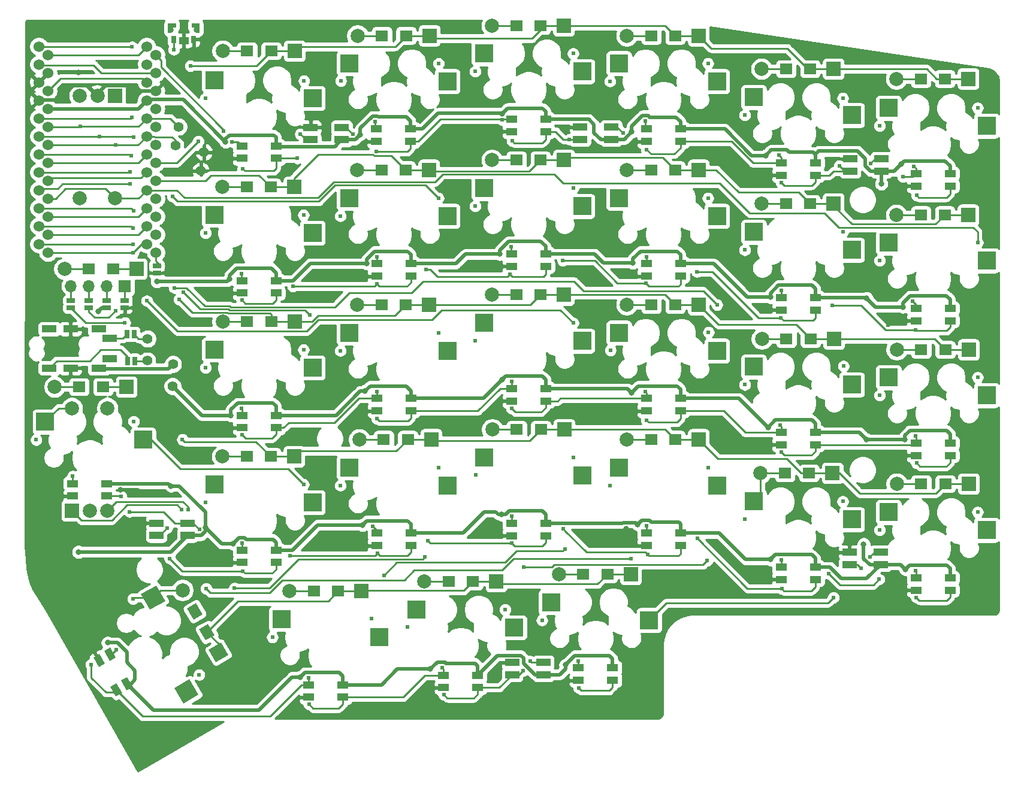
<source format=gbr>
G04 #@! TF.GenerationSoftware,KiCad,Pcbnew,(5.1.9)-1*
G04 #@! TF.CreationDate,2021-02-12T09:18:19+01:00*
G04 #@! TF.ProjectId,Lotus58_Glow,4c6f7475-7335-4385-9f47-6c6f772e6b69,0.95*
G04 #@! TF.SameCoordinates,Original*
G04 #@! TF.FileFunction,Copper,L1,Top*
G04 #@! TF.FilePolarity,Positive*
%FSLAX46Y46*%
G04 Gerber Fmt 4.6, Leading zero omitted, Abs format (unit mm)*
G04 Created by KiCad (PCBNEW (5.1.9)-1) date 2021-02-12 09:18:19*
%MOMM*%
%LPD*%
G01*
G04 APERTURE LIST*
G04 #@! TA.AperFunction,SMDPad,CuDef*
%ADD10R,2.550000X2.500000*%
G04 #@! TD*
G04 #@! TA.AperFunction,SMDPad,CuDef*
%ADD11R,1.600000X1.000000*%
G04 #@! TD*
G04 #@! TA.AperFunction,SMDPad,CuDef*
%ADD12C,0.100000*%
G04 #@! TD*
G04 #@! TA.AperFunction,ComponentPad*
%ADD13R,2.000000X2.000000*%
G04 #@! TD*
G04 #@! TA.AperFunction,ComponentPad*
%ADD14C,2.000000*%
G04 #@! TD*
G04 #@! TA.AperFunction,ComponentPad*
%ADD15R,1.998980X1.998980*%
G04 #@! TD*
G04 #@! TA.AperFunction,ComponentPad*
%ADD16C,1.998980*%
G04 #@! TD*
G04 #@! TA.AperFunction,ComponentPad*
%ADD17R,1.800000X1.500000*%
G04 #@! TD*
G04 #@! TA.AperFunction,ComponentPad*
%ADD18R,2.100000X1.000000*%
G04 #@! TD*
G04 #@! TA.AperFunction,SMDPad,CuDef*
%ADD19R,1.143000X0.635000*%
G04 #@! TD*
G04 #@! TA.AperFunction,SMDPad,CuDef*
%ADD20R,0.635000X1.143000*%
G04 #@! TD*
G04 #@! TA.AperFunction,ComponentPad*
%ADD21C,1.397000*%
G04 #@! TD*
G04 #@! TA.AperFunction,ComponentPad*
%ADD22C,0.100000*%
G04 #@! TD*
G04 #@! TA.AperFunction,SMDPad,CuDef*
%ADD23R,2.000000X1.000000*%
G04 #@! TD*
G04 #@! TA.AperFunction,ComponentPad*
%ADD24C,1.524000*%
G04 #@! TD*
G04 #@! TA.AperFunction,ComponentPad*
%ADD25O,1.700000X1.700000*%
G04 #@! TD*
G04 #@! TA.AperFunction,ComponentPad*
%ADD26R,1.700000X1.700000*%
G04 #@! TD*
G04 #@! TA.AperFunction,ComponentPad*
%ADD27C,0.800000*%
G04 #@! TD*
G04 #@! TA.AperFunction,SMDPad,CuDef*
%ADD28R,1.400000X1.100000*%
G04 #@! TD*
G04 #@! TA.AperFunction,SMDPad,CuDef*
%ADD29R,0.700000X1.100000*%
G04 #@! TD*
G04 #@! TA.AperFunction,ViaPad*
%ADD30C,0.609600*%
G04 #@! TD*
G04 #@! TA.AperFunction,ViaPad*
%ADD31C,0.812800*%
G04 #@! TD*
G04 #@! TA.AperFunction,Conductor*
%ADD32C,0.250000*%
G04 #@! TD*
G04 #@! TA.AperFunction,Conductor*
%ADD33C,0.500000*%
G04 #@! TD*
G04 #@! TA.AperFunction,Conductor*
%ADD34C,0.254000*%
G04 #@! TD*
G04 #@! TA.AperFunction,Conductor*
%ADD35C,0.100000*%
G04 #@! TD*
G04 APERTURE END LIST*
D10*
X179110000Y-45060000D03*
X165260000Y-42520000D03*
D11*
X131000000Y-53555000D03*
X131000000Y-51805000D03*
X135800000Y-51805000D03*
X135800000Y-53555000D03*
X164350000Y-129755000D03*
X164350000Y-128005000D03*
X159550000Y-129755000D03*
X159550000Y-128005000D03*
X145297700Y-130783300D03*
X145297700Y-129033300D03*
X140497700Y-130783300D03*
X140497700Y-129033300D03*
X126250000Y-132155000D03*
X126250000Y-130405000D03*
X121450000Y-132155000D03*
X121450000Y-130405000D03*
G04 #@! TA.AperFunction,SMDPad,CuDef*
D12*
G36*
X93380806Y-130660640D02*
G01*
X94246832Y-130160640D01*
X95046832Y-131546280D01*
X94180806Y-132046280D01*
X93380806Y-130660640D01*
G37*
G04 #@! TD.AperFunction*
G04 #@! TA.AperFunction,SMDPad,CuDef*
G36*
X94896350Y-129785640D02*
G01*
X95762376Y-129285640D01*
X96562376Y-130671280D01*
X95696350Y-131171280D01*
X94896350Y-129785640D01*
G37*
G04 #@! TD.AperFunction*
G04 #@! TA.AperFunction,SMDPad,CuDef*
G36*
X90980806Y-126503718D02*
G01*
X91846832Y-126003718D01*
X92646832Y-127389358D01*
X91780806Y-127889358D01*
X90980806Y-126503718D01*
G37*
G04 #@! TD.AperFunction*
G04 #@! TA.AperFunction,SMDPad,CuDef*
G36*
X92496350Y-125628718D02*
G01*
X93362376Y-125128718D01*
X94162376Y-126514358D01*
X93296350Y-127014358D01*
X92496350Y-125628718D01*
G37*
G04 #@! TD.AperFunction*
D11*
X92874800Y-103681500D03*
X92874800Y-101931500D03*
X88074800Y-103681500D03*
X88074800Y-101931500D03*
X212050000Y-117005000D03*
X212050000Y-115255000D03*
X207250000Y-117005000D03*
X207250000Y-115255000D03*
X193000000Y-115505000D03*
X193000000Y-113755000D03*
X188200000Y-115505000D03*
X188200000Y-113755000D03*
X173950000Y-110705000D03*
X173950000Y-108955000D03*
X169150000Y-110705000D03*
X169150000Y-108955000D03*
X154900000Y-109315000D03*
X154900000Y-107565000D03*
X150100000Y-109315000D03*
X150100000Y-107565000D03*
X135850000Y-110705000D03*
X135850000Y-108955000D03*
X131050000Y-110705000D03*
X131050000Y-108955000D03*
X116800000Y-113105000D03*
X116800000Y-111355000D03*
X112000000Y-113105000D03*
X112000000Y-111355000D03*
X212050000Y-97955000D03*
X212050000Y-96205000D03*
X207250000Y-97955000D03*
X207250000Y-96205000D03*
X193000000Y-96455000D03*
X193000000Y-94705000D03*
X188200000Y-96455000D03*
X188200000Y-94705000D03*
X173950000Y-91655000D03*
X173950000Y-89905000D03*
X169150000Y-91655000D03*
X169150000Y-89905000D03*
X154900000Y-90265000D03*
X154900000Y-88515000D03*
X150100000Y-90265000D03*
X150100000Y-88515000D03*
X135850000Y-91655000D03*
X135850000Y-89905000D03*
X131050000Y-91655000D03*
X131050000Y-89905000D03*
X116800000Y-94055000D03*
X116800000Y-92305000D03*
X112000000Y-94055000D03*
X112000000Y-92305000D03*
X212050000Y-78905000D03*
X212050000Y-77155000D03*
X207250000Y-78905000D03*
X207250000Y-77155000D03*
X193000000Y-77405000D03*
X193000000Y-75655000D03*
X188200000Y-77405000D03*
X188200000Y-75655000D03*
X173950000Y-72605000D03*
X173950000Y-70855000D03*
X169150000Y-72605000D03*
X169150000Y-70855000D03*
X154900000Y-71215000D03*
X154900000Y-69465000D03*
X150100000Y-71215000D03*
X150100000Y-69465000D03*
X135850000Y-72605000D03*
X135850000Y-70855000D03*
X131050000Y-72605000D03*
X131050000Y-70855000D03*
X116800000Y-75005000D03*
X116800000Y-73255000D03*
X112000000Y-75005000D03*
X112000000Y-73255000D03*
X212050000Y-59855000D03*
X212050000Y-58105000D03*
X207250000Y-59855000D03*
X207250000Y-58105000D03*
X193000000Y-58355000D03*
X193000000Y-56605000D03*
X188200000Y-58355000D03*
X188200000Y-56605000D03*
X173950000Y-53555000D03*
X173950000Y-51805000D03*
X169150000Y-53555000D03*
X169150000Y-51805000D03*
X154900000Y-52165000D03*
X154900000Y-50415000D03*
X150100000Y-52165000D03*
X150100000Y-50415000D03*
X116800000Y-55955000D03*
X116800000Y-54205000D03*
X112000000Y-55955000D03*
X112000000Y-54205000D03*
D10*
X169510000Y-121260000D03*
X155660000Y-118720000D03*
X150457700Y-122288300D03*
X136607700Y-119748300D03*
X131410000Y-123660000D03*
X117560000Y-121120000D03*
G04 #@! TA.AperFunction,SMDPad,CuDef*
D12*
G36*
X105870737Y-131803834D02*
G01*
X103705673Y-133053834D01*
X102430673Y-130845470D01*
X104595737Y-129595470D01*
X105870737Y-131803834D01*
G37*
G04 #@! TD.AperFunction*
G04 #@! TA.AperFunction,SMDPad,CuDef*
G36*
X101145441Y-118539382D02*
G01*
X98980377Y-119789382D01*
X97705377Y-117581018D01*
X99870441Y-116331018D01*
X101145441Y-118539382D01*
G37*
G04 #@! TD.AperFunction*
D10*
X98034800Y-95745300D03*
X84184800Y-93205300D03*
X217210000Y-108510000D03*
X203360000Y-105970000D03*
X198160000Y-107010000D03*
X184310000Y-104470000D03*
X179110000Y-102210000D03*
X165260000Y-99670000D03*
X160060000Y-100820000D03*
X146210000Y-98280000D03*
X141010000Y-102210000D03*
X127160000Y-99670000D03*
X121960000Y-104610000D03*
X108110000Y-102070000D03*
X217210000Y-89460000D03*
X203360000Y-86920000D03*
X198160000Y-87960000D03*
X184310000Y-85420000D03*
X179110000Y-83160000D03*
X165260000Y-80620000D03*
X160060000Y-81770000D03*
X146210000Y-79230000D03*
X141010000Y-83160000D03*
X127160000Y-80620000D03*
X121960000Y-85560000D03*
X108110000Y-83020000D03*
X217210000Y-70410000D03*
X203360000Y-67870000D03*
X198160000Y-68910000D03*
X184310000Y-66370000D03*
X179110000Y-64110000D03*
X165260000Y-61570000D03*
X160060000Y-62720000D03*
X146210000Y-60180000D03*
X141010000Y-64110000D03*
X127160000Y-61570000D03*
X121960000Y-66510000D03*
X108110000Y-63970000D03*
X217210000Y-51360000D03*
X203360000Y-48820000D03*
X198160000Y-49860000D03*
X184310000Y-47320000D03*
X160060000Y-43670000D03*
X146210000Y-41130000D03*
X141010000Y-45060000D03*
X127160000Y-42520000D03*
X121960000Y-47460000D03*
X108110000Y-44920000D03*
D13*
X87974800Y-105785300D03*
D14*
X90474800Y-105785300D03*
X92974800Y-105785300D03*
X87974800Y-91285300D03*
X92974800Y-91285300D03*
D15*
X95678000Y-88262460D03*
D16*
X85518000Y-88262460D03*
D17*
X92378000Y-88265000D03*
X88978000Y-88265000D03*
D18*
X91770500Y-85619000D03*
X93270500Y-81419000D03*
X84770500Y-85619000D03*
X87770500Y-85619000D03*
X84770500Y-80069000D03*
X87770500Y-80069000D03*
X91770500Y-80069000D03*
X93270500Y-84269000D03*
D19*
X99949000Y-72141080D03*
X99949000Y-71140320D03*
D20*
X96766380Y-80822800D03*
X95765620Y-80822800D03*
X95829120Y-84582000D03*
X96829880Y-84582000D03*
D19*
X87767900Y-77075880D03*
X87767900Y-76075120D03*
X90339332Y-77075880D03*
X90339332Y-76075120D03*
X92910766Y-77075880D03*
X92910766Y-76075120D03*
X95418700Y-77075880D03*
X95418700Y-76075120D03*
D21*
X98597449Y-84563949D03*
X102189551Y-88156051D03*
X98660949Y-81452449D03*
X102253051Y-85044551D03*
X102579898Y-54116698D03*
X106172000Y-57708800D03*
X106634551Y-55072551D03*
X103042449Y-51480449D03*
D15*
X97075000Y-71583040D03*
D16*
X86915000Y-71583040D03*
D17*
X93775000Y-71580500D03*
X90375000Y-71580500D03*
D15*
X166925000Y-114741960D03*
D16*
X156765000Y-114741960D03*
D17*
X163625000Y-114744500D03*
X160225000Y-114744500D03*
D15*
X147938500Y-115757960D03*
D16*
X137778500Y-115757960D03*
D17*
X144638500Y-115760500D03*
X141238500Y-115760500D03*
D15*
X128888500Y-117154960D03*
D16*
X118728500Y-117154960D03*
D17*
X125588500Y-117157500D03*
X122188500Y-117157500D03*
G04 #@! TA.AperFunction,ComponentPad*
D22*
G36*
X107308871Y-125438518D02*
G01*
X109040039Y-124439028D01*
X110039529Y-126170196D01*
X108308361Y-127169686D01*
X107308871Y-125438518D01*
G37*
G04 #@! TD.AperFunction*
D16*
X103594200Y-117005539D03*
G04 #@! TA.AperFunction,ComponentPad*
D22*
G36*
X108121519Y-123352166D02*
G01*
X106822481Y-124102166D01*
X105922481Y-122543320D01*
X107221519Y-121793320D01*
X108121519Y-123352166D01*
G37*
G04 #@! TD.AperFunction*
G04 #@! TA.AperFunction,ComponentPad*
G36*
X106421519Y-120407680D02*
G01*
X105122481Y-121157680D01*
X104222481Y-119598834D01*
X105521519Y-118848834D01*
X106421519Y-120407680D01*
G37*
G04 #@! TD.AperFunction*
D15*
X214677000Y-101978460D03*
D16*
X204517000Y-101978460D03*
D17*
X211377000Y-101981000D03*
X207977000Y-101981000D03*
D15*
X195436500Y-100454460D03*
D16*
X185276500Y-100454460D03*
D17*
X192136500Y-100457000D03*
X188736500Y-100457000D03*
D15*
X176513500Y-95691960D03*
D16*
X166353500Y-95691960D03*
D17*
X173213500Y-95694500D03*
X169813500Y-95694500D03*
D15*
X157527000Y-94294960D03*
D16*
X147367000Y-94294960D03*
D17*
X154227000Y-94297500D03*
X150827000Y-94297500D03*
D15*
X138731000Y-95691960D03*
D16*
X128571000Y-95691960D03*
D17*
X135431000Y-95694500D03*
X132031000Y-95694500D03*
D15*
X119363500Y-98104960D03*
D16*
X109203500Y-98104960D03*
D17*
X116063500Y-98107500D03*
X112663500Y-98107500D03*
D15*
X214677000Y-82991960D03*
D16*
X204517000Y-82991960D03*
D17*
X211377000Y-82994500D03*
X207977000Y-82994500D03*
D15*
X195627000Y-81467960D03*
D16*
X185467000Y-81467960D03*
D17*
X192327000Y-81470500D03*
X188927000Y-81470500D03*
D15*
X176513500Y-76641960D03*
D16*
X166353500Y-76641960D03*
D17*
X173213500Y-76644500D03*
X169813500Y-76644500D03*
D15*
X157463500Y-75244960D03*
D16*
X147303500Y-75244960D03*
D17*
X154163500Y-75247500D03*
X150763500Y-75247500D03*
D15*
X138413500Y-76641960D03*
D16*
X128253500Y-76641960D03*
D17*
X135113500Y-76644500D03*
X131713500Y-76644500D03*
D15*
X119427000Y-79054960D03*
D16*
X109267000Y-79054960D03*
D17*
X116127000Y-79057500D03*
X112727000Y-79057500D03*
D15*
X214613500Y-63941960D03*
D16*
X204453500Y-63941960D03*
D17*
X211313500Y-63944500D03*
X207913500Y-63944500D03*
D15*
X195563500Y-62354460D03*
D16*
X185403500Y-62354460D03*
D17*
X192263500Y-62357000D03*
X188863500Y-62357000D03*
D15*
X176513500Y-57591960D03*
D16*
X166353500Y-57591960D03*
D17*
X173213500Y-57594500D03*
X169813500Y-57594500D03*
D15*
X157463500Y-56194960D03*
D16*
X147303500Y-56194960D03*
D17*
X154163500Y-56197500D03*
X150763500Y-56197500D03*
D15*
X138413500Y-57591960D03*
D16*
X128253500Y-57591960D03*
D17*
X135113500Y-57594500D03*
X131713500Y-57594500D03*
D15*
X119363500Y-60004960D03*
D16*
X109203500Y-60004960D03*
D17*
X116063500Y-60007500D03*
X112663500Y-60007500D03*
D15*
X214613500Y-44701460D03*
D16*
X204453500Y-44701460D03*
D17*
X211313500Y-44704000D03*
X207913500Y-44704000D03*
D15*
X195563500Y-43304460D03*
D16*
X185403500Y-43304460D03*
D17*
X192263500Y-43307000D03*
X188863500Y-43307000D03*
D15*
X176513500Y-38605460D03*
D16*
X166353500Y-38605460D03*
D17*
X173213500Y-38608000D03*
X169813500Y-38608000D03*
D15*
X157463500Y-37208460D03*
D16*
X147303500Y-37208460D03*
D17*
X154163500Y-37211000D03*
X150763500Y-37211000D03*
D15*
X138477000Y-38605460D03*
D16*
X128317000Y-38605460D03*
D17*
X135177000Y-38608000D03*
X131777000Y-38608000D03*
D15*
X119427000Y-40764460D03*
D16*
X109267000Y-40764460D03*
D17*
X116127000Y-40767000D03*
X112727000Y-40767000D03*
D23*
X121688500Y-53326000D03*
X121688500Y-51576000D03*
X126088500Y-53326000D03*
X126088500Y-51576000D03*
X159788500Y-53262500D03*
X159788500Y-51512500D03*
X164188500Y-53262500D03*
X164188500Y-51512500D03*
X197952000Y-57771000D03*
X197952000Y-56021000D03*
X202352000Y-57771000D03*
X202352000Y-56021000D03*
X99908000Y-109269500D03*
X99908000Y-107519500D03*
X104308000Y-109269500D03*
X104308000Y-107519500D03*
X150200000Y-128954500D03*
X150200000Y-127204500D03*
X154600000Y-128954500D03*
X154600000Y-127204500D03*
X197825000Y-113397000D03*
X197825000Y-111647000D03*
X202225000Y-111647000D03*
X202225000Y-113397000D03*
D24*
X84584815Y-46405745D03*
X99824815Y-64185745D03*
X84584815Y-56565745D03*
X99824815Y-54025745D03*
X99824815Y-48945745D03*
X84584815Y-66725745D03*
X99824815Y-46405745D03*
X99824815Y-41325745D03*
X84584815Y-61645745D03*
X99824815Y-69265745D03*
X84584815Y-54025745D03*
X84584815Y-43865745D03*
X84584815Y-48945745D03*
X84584815Y-51485745D03*
X84584815Y-64185745D03*
X84584815Y-59105745D03*
X99824815Y-61645745D03*
X99824815Y-59105745D03*
X84584815Y-69265745D03*
X99824815Y-66725745D03*
X99824815Y-43865745D03*
X84584815Y-41325745D03*
X99824815Y-56565745D03*
X99824815Y-51485745D03*
X83286000Y-40130000D03*
X83286000Y-42670000D03*
X83286000Y-45210000D03*
X83286000Y-47750000D03*
X83286000Y-50290000D03*
X83286000Y-52830000D03*
X83286000Y-55370000D03*
X83286000Y-57910000D03*
X83286000Y-60450000D03*
X83286000Y-62990000D03*
X83286000Y-65530000D03*
X83286000Y-68070000D03*
X98526000Y-68070000D03*
X98526000Y-65530000D03*
X98526000Y-62990000D03*
X98526000Y-60450000D03*
X98526000Y-57910000D03*
X98526000Y-55370000D03*
X98526000Y-52830000D03*
X98526000Y-50290000D03*
X98526000Y-47750000D03*
X98526000Y-45210000D03*
X98526000Y-42670000D03*
X98526000Y-40130000D03*
D25*
X87820500Y-73993500D03*
X90360500Y-73993500D03*
X92900500Y-73993500D03*
D26*
X95440500Y-73993500D03*
D27*
X101909000Y-37785000D03*
G04 #@! TA.AperFunction,SMDPad,CuDef*
D12*
G36*
X102659000Y-36835001D02*
G01*
X102659000Y-37485002D01*
X102309000Y-37485002D01*
X102309000Y-37785000D01*
X102307767Y-37816384D01*
X102304076Y-37847574D01*
X102297949Y-37878378D01*
X102289424Y-37908606D01*
X102278553Y-37938073D01*
X102265405Y-37966596D01*
X102250058Y-37993999D01*
X102232609Y-38020113D01*
X102213165Y-38044778D01*
X102191845Y-38067842D01*
X102168782Y-38089161D01*
X102144117Y-38108606D01*
X102118002Y-38126055D01*
X102090599Y-38141401D01*
X102062076Y-38154550D01*
X102032609Y-38165420D01*
X102002381Y-38173945D01*
X101971577Y-38180072D01*
X101940387Y-38183763D01*
X101909003Y-38184996D01*
X101509000Y-38185000D01*
X101509000Y-36835001D01*
X102659000Y-36835001D01*
G37*
G04 #@! TD.AperFunction*
G04 #@! TA.AperFunction,SMDPad,CuDef*
G36*
X106009000Y-36835001D02*
G01*
X106009000Y-38185000D01*
X105608996Y-38184996D01*
X105577613Y-38183763D01*
X105546423Y-38180072D01*
X105515618Y-38173945D01*
X105485390Y-38165420D01*
X105455923Y-38154550D01*
X105427401Y-38141401D01*
X105399997Y-38126054D01*
X105373883Y-38108605D01*
X105349218Y-38089161D01*
X105326154Y-38067842D01*
X105304835Y-38044778D01*
X105285391Y-38020113D01*
X105267942Y-37993999D01*
X105252595Y-37966595D01*
X105239446Y-37938073D01*
X105228576Y-37908606D01*
X105220051Y-37878378D01*
X105213924Y-37847573D01*
X105210233Y-37816383D01*
X105209000Y-37785000D01*
X105209000Y-37485002D01*
X104859000Y-37485002D01*
X104859000Y-36835001D01*
X106009000Y-36835001D01*
G37*
G04 #@! TD.AperFunction*
D27*
X105609000Y-37785000D03*
D28*
X103759000Y-39285000D03*
D29*
X102359000Y-39135000D03*
X105159000Y-39135000D03*
D13*
X94067000Y-47094000D03*
D14*
X91567000Y-47094000D03*
X89067000Y-47094000D03*
X94067000Y-61594000D03*
X89067000Y-61594000D03*
D30*
X108110000Y-44920000D03*
X106840000Y-47460000D03*
X96583500Y-65786000D03*
X127160000Y-42520000D03*
X125962600Y-44987400D03*
X146210000Y-41130000D03*
X144940000Y-43670000D03*
X96329500Y-55562500D03*
X105816400Y-53543200D03*
X104698800Y-42875200D03*
X165260000Y-42520000D03*
X163990000Y-45060000D03*
X96202500Y-57848500D03*
X184310000Y-47320000D03*
X183048800Y-49851200D03*
X96202500Y-59563000D03*
X103124000Y-75895200D03*
X203360000Y-48820000D03*
X202090000Y-51351200D03*
X96710500Y-63373000D03*
X103581198Y-95707194D03*
X108110000Y-63970000D03*
X106840000Y-66510000D03*
X127160000Y-61570000D03*
X125890000Y-64110000D03*
X146210000Y-60180000D03*
X144940000Y-62720000D03*
X165260000Y-61570000D03*
X184310000Y-66370000D03*
X183040000Y-68910000D03*
X203360000Y-67870000D03*
X202090000Y-70410000D03*
X108110000Y-83020000D03*
X106840000Y-85560000D03*
X127160000Y-80620000D03*
X125890000Y-83160000D03*
X146210000Y-79230000D03*
X144940000Y-81770000D03*
X165260000Y-80620000D03*
X164062600Y-83087400D03*
X184310000Y-85420000D03*
X183040000Y-87960000D03*
X203360000Y-86920000D03*
X202090000Y-89460000D03*
X108110000Y-102070000D03*
X106840000Y-104610000D03*
X127160000Y-99670000D03*
X125890000Y-102210000D03*
X146210000Y-98280000D03*
X145054200Y-100705800D03*
X165260000Y-99670000D03*
X163990000Y-102210000D03*
X184310000Y-104470000D03*
X183040000Y-107010000D03*
X203360000Y-105970000D03*
X202090000Y-108510000D03*
X96590705Y-118230348D03*
X99471805Y-118013805D03*
X117560000Y-121120000D03*
X116290000Y-123660000D03*
X136607700Y-119748300D03*
X135337700Y-122167500D03*
D31*
X91694006Y-77622400D03*
X99974400Y-73355200D03*
X101971819Y-102276611D03*
X109680234Y-53604077D03*
X128727200Y-52578000D03*
X148770723Y-49619026D03*
X167081200Y-52222400D03*
X185978802Y-55575200D03*
X205130400Y-56794400D03*
X202336400Y-59537600D03*
X199847200Y-110490000D03*
X200222699Y-75711899D03*
X186690000Y-75590400D03*
X167233600Y-70713600D03*
X148437600Y-69494400D03*
X129590800Y-70815200D03*
X110236000Y-73050400D03*
X205384400Y-76962000D03*
X110439200Y-92303600D03*
X129387604Y-88849200D03*
X148784018Y-87265212D03*
X167027904Y-89129439D03*
X186310487Y-93973590D03*
X200222825Y-95723590D03*
X205671245Y-95723590D03*
X205740000Y-114046000D03*
X186690000Y-112674400D03*
X167894000Y-107696000D03*
X110744000Y-110439200D03*
X148640800Y-106324400D03*
X129032000Y-107797600D03*
X157696029Y-127580990D03*
X93023986Y-124450816D03*
X120243600Y-129286000D03*
X138633200Y-128168400D03*
X106833251Y-108119050D03*
X88900000Y-111607600D03*
D30*
X136652000Y-48895000D03*
X175577500Y-55118000D03*
X152781000Y-125095000D03*
X146113500Y-125603000D03*
D31*
X201866500Y-54229000D03*
X193903600Y-53695600D03*
X195008500Y-60071000D03*
X157988000Y-48577500D03*
D30*
X214630000Y-56642000D03*
D31*
X166306500Y-108331000D03*
X218440000Y-93789500D03*
X128676400Y-110236000D03*
X103695500Y-37846000D03*
D30*
X148031200Y-109423200D03*
X98044000Y-78790800D03*
X101854000Y-46101000D03*
X108140500Y-56261000D03*
X157797500Y-91313000D03*
D31*
X125920500Y-49276000D03*
X155575000Y-54229000D03*
X118618000Y-57467500D03*
X95250000Y-42519600D03*
X88900000Y-43840400D03*
D30*
X105918000Y-63754000D03*
X85852000Y-77520800D03*
X87020400Y-82753200D03*
X194868800Y-98247200D03*
X118414800Y-95656400D03*
X85953600Y-100838000D03*
X90220800Y-108458000D03*
X99263200Y-88544400D03*
X107137200Y-79095600D03*
X129133600Y-54102000D03*
X195427600Y-56286400D03*
X157734000Y-51562000D03*
X215074500Y-94996000D03*
D31*
X215239600Y-76149200D03*
X218490800Y-76301600D03*
X218440000Y-58013600D03*
D30*
X203250800Y-79552800D03*
X177292000Y-73355200D03*
X165811200Y-72186800D03*
X144475200Y-71780400D03*
X125272800Y-72542400D03*
X143611600Y-47701200D03*
X182524400Y-58166000D03*
X162560000Y-68072000D03*
X144018000Y-67614800D03*
X202895200Y-75184000D03*
X181610000Y-65582800D03*
X158140400Y-72034400D03*
X185470800Y-77012800D03*
D31*
X109372400Y-74980800D03*
X124764800Y-68630800D03*
X124002800Y-75692000D03*
X119481600Y-75590400D03*
X142697200Y-54457600D03*
D30*
X181813200Y-96164400D03*
X123596400Y-99314000D03*
X127660400Y-93573600D03*
X124409200Y-90627200D03*
X119329200Y-90576400D03*
X203200000Y-99161600D03*
X202539600Y-93929200D03*
X204520800Y-115519200D03*
X185369200Y-114808000D03*
X198678800Y-118364000D03*
X195122800Y-111658400D03*
X96266000Y-107746800D03*
X106781600Y-111760000D03*
X112522000Y-130759200D03*
X114198400Y-121158000D03*
X147878800Y-128778000D03*
X107137200Y-71526400D03*
D31*
X94792800Y-102819200D03*
X97942400Y-103479600D03*
D30*
X217210000Y-51360000D03*
X217210000Y-70410000D03*
X217210000Y-89460000D03*
X217210000Y-108510000D03*
X215940000Y-67870000D03*
X215940000Y-105970000D03*
X215940000Y-86920000D03*
X215940000Y-48820000D03*
X198160000Y-87960000D03*
X198160000Y-68910000D03*
X169510000Y-121260000D03*
X195580000Y-118046500D03*
X198160000Y-49860000D03*
X196984200Y-85325800D03*
X196890000Y-66370000D03*
X196890000Y-47458000D03*
X196890000Y-104470000D03*
X198160000Y-107010000D03*
X166928800Y-112572800D03*
X106934000Y-116789200D03*
X179110000Y-45060000D03*
X177840000Y-61570000D03*
X179110000Y-64110000D03*
X179110000Y-83160000D03*
X179110000Y-102210000D03*
X150457700Y-122288300D03*
X177736500Y-112839500D03*
X151828500Y-113723310D03*
X102443390Y-74253489D03*
X149187700Y-119748300D03*
X177840000Y-99670000D03*
X177921800Y-80538200D03*
X177840000Y-42520000D03*
X179120800Y-76657200D03*
X160060000Y-43670000D03*
X160060000Y-62720000D03*
X160060000Y-100820000D03*
X160060000Y-81770000D03*
X131410000Y-123660000D03*
X157607000Y-111188500D03*
X158790000Y-79230000D03*
X96596255Y-69265745D03*
X130278200Y-120981800D03*
X158790000Y-98280000D03*
X158790000Y-60180000D03*
X158790000Y-41130000D03*
X132038399Y-114940190D03*
X98552000Y-76098400D03*
X141010000Y-102210000D03*
X141010000Y-83160000D03*
X141010000Y-64110000D03*
X141010000Y-45060000D03*
X137858500Y-112331500D03*
X104150705Y-131324652D03*
X139740000Y-61570000D03*
X102158800Y-61315600D03*
X105944400Y-128954800D03*
X139740000Y-99670000D03*
X139740000Y-80620000D03*
X139770600Y-42550600D03*
X110934500Y-116730798D03*
X121960000Y-66510000D03*
X121960000Y-85560000D03*
X121960000Y-104610000D03*
X121960000Y-47460000D03*
X98034800Y-95745300D03*
X120690000Y-102070000D03*
X103706201Y-74883299D03*
X120690000Y-83020000D03*
X96699550Y-93140050D03*
X120690000Y-63970000D03*
X120765200Y-44995200D03*
X121564400Y-78079600D03*
X96456500Y-50165000D03*
X95453200Y-79197200D03*
X96456500Y-40195492D03*
X110597560Y-53602755D03*
X109423194Y-52120800D03*
X96647000Y-52959000D03*
X91848400Y-52830000D03*
X94132400Y-77470000D03*
X102359000Y-40573500D03*
X155660000Y-118720000D03*
X154390000Y-121260000D03*
X96583500Y-68072000D03*
X89154000Y-51460400D03*
X104356743Y-105626743D03*
X94132400Y-54051196D03*
X103479600Y-105613200D03*
X84184800Y-93205300D03*
X82914800Y-95745300D03*
X120243600Y-52527200D03*
X112115600Y-57404000D03*
X119812996Y-55955000D03*
X131013200Y-54965600D03*
X148795188Y-50529911D03*
X127634668Y-52552932D03*
X130810000Y-50749200D03*
X150164800Y-53492400D03*
X158266097Y-53262497D03*
X169164000Y-54711600D03*
X187909200Y-55517210D03*
X165846023Y-52390113D03*
X169011600Y-50647600D03*
X188214000Y-59359802D03*
X196392800Y-56997600D03*
X207314800Y-61163200D03*
X206756000Y-76150198D03*
X200812400Y-56642000D03*
X206959200Y-57100198D03*
X205384400Y-58572400D03*
X112012462Y-76009802D03*
X111912400Y-91300198D03*
X131064000Y-73710800D03*
X111963200Y-72250198D03*
X119176800Y-74066400D03*
X149860000Y-72339200D03*
X131066606Y-69845289D03*
X138023600Y-71628000D03*
X169062400Y-73609802D03*
X157327600Y-70408800D03*
X150063200Y-68460198D03*
X188163200Y-78486000D03*
X176276000Y-71983600D03*
X169147689Y-69850198D03*
X207162400Y-80213200D03*
X195376800Y-76708000D03*
X188193292Y-74650198D03*
X112020612Y-95059802D03*
X131041913Y-88900198D03*
X131064000Y-92760800D03*
X150096869Y-87510198D03*
X150114000Y-91338400D03*
X168960800Y-88900198D03*
X169164000Y-92964000D03*
X188010800Y-93700198D03*
X188214000Y-97485200D03*
X207162400Y-95200198D03*
X207305566Y-99026442D03*
X207213200Y-114250198D03*
X112114548Y-114300622D03*
X101396800Y-108204000D03*
X101803200Y-112522000D03*
X131108952Y-111785746D03*
X112009059Y-110350198D03*
X118770400Y-112109810D03*
X150142837Y-110350309D03*
X130454400Y-107950186D03*
X138277600Y-110032800D03*
X169302851Y-111957575D03*
X157378400Y-108319810D03*
X150101653Y-106560198D03*
X169185053Y-107885027D03*
X188264800Y-116789200D03*
X176333580Y-109709810D03*
X188200033Y-112750198D03*
X200710886Y-112267914D03*
X202031600Y-115468400D03*
X194868800Y-114655600D03*
X207287461Y-118022474D03*
X199491600Y-113893600D03*
X94234000Y-125425200D03*
X94920132Y-103759332D03*
X88087200Y-100888800D03*
X105968800Y-108407200D03*
X96113600Y-105918000D03*
X90678000Y-127508000D03*
X121412000Y-129400198D03*
X121482123Y-133159802D03*
X140309600Y-127965200D03*
X140529061Y-131788102D03*
X151699249Y-128379763D03*
X159562800Y-130810000D03*
X159512000Y-127000198D03*
X152704800Y-127050800D03*
D32*
X109269540Y-40767000D02*
X109267000Y-40764460D01*
X112727000Y-40767000D02*
X109269540Y-40767000D01*
X163627540Y-114741960D02*
X163625000Y-114744500D01*
X166925000Y-114741960D02*
X163627540Y-114741960D01*
X144641040Y-115757960D02*
X144638500Y-115760500D01*
X147938500Y-115757960D02*
X144641040Y-115757960D01*
X128961009Y-117082451D02*
X128888500Y-117154960D01*
X143316549Y-117082451D02*
X128961009Y-117082451D01*
X144638500Y-115760500D02*
X143316549Y-117082451D01*
X125591040Y-117154960D02*
X125588500Y-117157500D01*
X128888500Y-117154960D02*
X125591040Y-117154960D01*
X125588500Y-117157500D02*
X124191500Y-118554500D01*
X111415243Y-118554500D02*
X107022000Y-122947743D01*
X124191500Y-118554500D02*
X111415243Y-118554500D01*
X108674200Y-124599943D02*
X107022000Y-122947743D01*
X108674200Y-125804357D02*
X108674200Y-124599943D01*
X95675460Y-88265000D02*
X95678000Y-88262460D01*
X92378000Y-88265000D02*
X95675460Y-88265000D01*
X97072460Y-71580500D02*
X97075000Y-71583040D01*
X93775000Y-71580500D02*
X97072460Y-71580500D01*
X83286000Y-65530000D02*
X96327500Y-65530000D01*
X96327500Y-65530000D02*
X96583500Y-65786000D01*
X148309340Y-116128800D02*
X147938500Y-115757960D01*
X163625000Y-114744500D02*
X162240700Y-116128800D01*
X162240700Y-116128800D02*
X148309340Y-116128800D01*
X128319540Y-38608000D02*
X128317000Y-38605460D01*
X131777000Y-38608000D02*
X128319540Y-38608000D01*
X150760960Y-37208460D02*
X150763500Y-37211000D01*
X147303500Y-37208460D02*
X150760960Y-37208460D01*
X214610960Y-44704000D02*
X214613500Y-44701460D01*
X211313500Y-44704000D02*
X214610960Y-44704000D01*
X195560960Y-43307000D02*
X195563500Y-43304460D01*
X192263500Y-43307000D02*
X195560960Y-43307000D01*
X210148502Y-44704000D02*
X211313500Y-44704000D01*
X208748962Y-43304460D02*
X210148502Y-44704000D01*
X195563500Y-43304460D02*
X208748962Y-43304460D01*
X192263500Y-43307000D02*
X191960500Y-43307000D01*
X191960500Y-43307000D02*
X189039500Y-40386000D01*
X178294040Y-40386000D02*
X176513500Y-38605460D01*
X189039500Y-40386000D02*
X178294040Y-40386000D01*
X173216040Y-38605460D02*
X173213500Y-38608000D01*
X176513500Y-38605460D02*
X173216040Y-38605460D01*
X157460960Y-37211000D02*
X157463500Y-37208460D01*
X154163500Y-37211000D02*
X157460960Y-37211000D01*
X154163500Y-37211000D02*
X154163500Y-37797000D01*
X154163500Y-37797000D02*
X152971500Y-38989000D01*
X138860540Y-38989000D02*
X138477000Y-38605460D01*
X152971500Y-38989000D02*
X138860540Y-38989000D01*
X135179540Y-38605460D02*
X135177000Y-38608000D01*
X138477000Y-38605460D02*
X135179540Y-38605460D01*
X135177000Y-38608000D02*
X133653000Y-40132000D01*
X120059460Y-40132000D02*
X119427000Y-40764460D01*
X133653000Y-40132000D02*
X120059460Y-40132000D01*
X171813960Y-37208460D02*
X173213500Y-38608000D01*
X157463500Y-37208460D02*
X171813960Y-37208460D01*
X116129540Y-40764460D02*
X116127000Y-40767000D01*
X119427000Y-40764460D02*
X116129540Y-40764460D01*
X83286000Y-55370000D02*
X96137000Y-55370000D01*
X96137000Y-55370000D02*
X96329500Y-55562500D01*
X99824815Y-56565745D02*
X102793855Y-56565745D01*
X102793855Y-56565745D02*
X105816400Y-53543200D01*
X114018800Y-42875200D02*
X104698800Y-42875200D01*
X116127000Y-40767000D02*
X114018800Y-42875200D01*
X169810960Y-38605460D02*
X169813500Y-38608000D01*
X166353500Y-38605460D02*
X169810960Y-38605460D01*
X195560960Y-62357000D02*
X195563500Y-62354460D01*
X192263500Y-62357000D02*
X195560960Y-62357000D01*
X176510960Y-57594500D02*
X176513500Y-57591960D01*
X173213500Y-57594500D02*
X176510960Y-57594500D01*
X195563500Y-62354460D02*
X195563500Y-62658000D01*
X209991549Y-65266451D02*
X211313500Y-63944500D01*
X198171951Y-65266451D02*
X209991549Y-65266451D01*
X195563500Y-62658000D02*
X198171951Y-65266451D01*
X157460960Y-56197500D02*
X157463500Y-56194960D01*
X154163500Y-56197500D02*
X157460960Y-56197500D01*
X154163500Y-56197500D02*
X152576000Y-57785000D01*
X138606540Y-57785000D02*
X138413500Y-57591960D01*
X152576000Y-57785000D02*
X138606540Y-57785000D01*
X138410960Y-57594500D02*
X138413500Y-57591960D01*
X135113500Y-57594500D02*
X138410960Y-57594500D01*
X173213500Y-57594500D02*
X171435500Y-55816500D01*
X157841960Y-55816500D02*
X157463500Y-56194960D01*
X171435500Y-55816500D02*
X157841960Y-55816500D01*
X119360960Y-60007500D02*
X119363500Y-60004960D01*
X116063500Y-60007500D02*
X119360960Y-60007500D01*
X211316040Y-63941960D02*
X211313500Y-63944500D01*
X214613500Y-63941960D02*
X211316040Y-63941960D01*
X83286000Y-57910000D02*
X96141000Y-57910000D01*
X96141000Y-57910000D02*
X96202500Y-57848500D01*
X114412500Y-58356500D02*
X116063500Y-60007500D01*
X107569000Y-58356500D02*
X114412500Y-58356500D01*
X99824815Y-59105745D02*
X106819755Y-59105745D01*
X106819755Y-59105745D02*
X107569000Y-58356500D01*
X119363500Y-58755470D02*
X119363500Y-60004960D01*
X135113500Y-57594500D02*
X133114401Y-55595401D01*
X133114401Y-55595401D02*
X130710895Y-55595401D01*
X130710895Y-55595401D02*
X130487494Y-55372000D01*
X130487494Y-55372000D02*
X122746970Y-55372000D01*
X122746970Y-55372000D02*
X119363500Y-58755470D01*
X179003960Y-57591960D02*
X176513500Y-57591960D01*
X182168800Y-60756800D02*
X179003960Y-57591960D01*
X190663300Y-60756800D02*
X182168800Y-60756800D01*
X192263500Y-62357000D02*
X190663300Y-60756800D01*
X185406040Y-43307000D02*
X185403500Y-43304460D01*
X188863500Y-43307000D02*
X185406040Y-43307000D01*
X214674460Y-82994500D02*
X214677000Y-82991960D01*
X211377000Y-82994500D02*
X214674460Y-82994500D01*
X209850460Y-81467960D02*
X195627000Y-81467960D01*
X211377000Y-82994500D02*
X209850460Y-81467960D01*
X192329540Y-81467960D02*
X192327000Y-81470500D01*
X195627000Y-81467960D02*
X192329540Y-81467960D01*
X173216040Y-76641960D02*
X173213500Y-76644500D01*
X176513500Y-76641960D02*
X173216040Y-76641960D01*
X116129540Y-79054960D02*
X116127000Y-79057500D01*
X119427000Y-79054960D02*
X116129540Y-79054960D01*
X138410960Y-76644500D02*
X138413500Y-76641960D01*
X135113500Y-76644500D02*
X138410960Y-76644500D01*
X152769040Y-76641960D02*
X154163500Y-75247500D01*
X138413500Y-76641960D02*
X152769040Y-76641960D01*
X157460960Y-75247500D02*
X157463500Y-75244960D01*
X154163500Y-75247500D02*
X157460960Y-75247500D01*
X179310040Y-79438500D02*
X176513500Y-76641960D01*
X192327000Y-81470500D02*
X190295000Y-79438500D01*
X190295000Y-79438500D02*
X179310040Y-79438500D01*
X84079254Y-60192746D02*
X85984254Y-60192746D01*
X83286000Y-60450000D02*
X83822000Y-60450000D01*
X83822000Y-60450000D02*
X84079254Y-60192746D01*
X85984254Y-60192746D02*
X86614000Y-59563000D01*
X86614000Y-59563000D02*
X96202500Y-59563000D01*
X122763206Y-78168500D02*
X121876746Y-79054960D01*
X135113500Y-76644500D02*
X133589500Y-78168500D01*
X121876746Y-79054960D02*
X119427000Y-79054960D01*
X133589500Y-78168500D02*
X122763206Y-78168500D01*
X173213500Y-76644500D02*
X171753000Y-75184000D01*
X157524460Y-75184000D02*
X157463500Y-75244960D01*
X171753000Y-75184000D02*
X157524460Y-75184000D01*
X116127000Y-78057500D02*
X115949542Y-77880042D01*
X109902757Y-77730469D02*
X104959269Y-77730469D01*
X116127000Y-79057500D02*
X116127000Y-78057500D01*
X110052330Y-77880042D02*
X109902757Y-77730469D01*
X115949542Y-77880042D02*
X110052330Y-77880042D01*
X104959269Y-77730469D02*
X103124000Y-75895200D01*
X207910960Y-44701460D02*
X207913500Y-44704000D01*
X204453500Y-44701460D02*
X207910960Y-44701460D01*
X83286000Y-62990000D02*
X96327500Y-62990000D01*
X96327500Y-62990000D02*
X96710500Y-63373000D01*
X214674460Y-101981000D02*
X214677000Y-101978460D01*
X211377000Y-101981000D02*
X214674460Y-101981000D01*
X210055049Y-103302951D02*
X199274549Y-103302951D01*
X211377000Y-101981000D02*
X210055049Y-103302951D01*
X196426058Y-100454460D02*
X195436500Y-100454460D01*
X199274549Y-103302951D02*
X196426058Y-100454460D01*
X192139040Y-100454460D02*
X192136500Y-100457000D01*
X195436500Y-100454460D02*
X192139040Y-100454460D01*
X190986500Y-100457000D02*
X188954500Y-98425000D01*
X192136500Y-100457000D02*
X190986500Y-100457000D01*
X179246540Y-98425000D02*
X176513500Y-95691960D01*
X188954500Y-98425000D02*
X179246540Y-98425000D01*
X176510960Y-95694500D02*
X176513500Y-95691960D01*
X173213500Y-95694500D02*
X176510960Y-95694500D01*
X171813960Y-94294960D02*
X157527000Y-94294960D01*
X173213500Y-95694500D02*
X171813960Y-94294960D01*
X154229540Y-94294960D02*
X154227000Y-94297500D01*
X157527000Y-94294960D02*
X154229540Y-94294960D01*
X154227000Y-94297500D02*
X152639500Y-95885000D01*
X138924040Y-95885000D02*
X138731000Y-95691960D01*
X152639500Y-95885000D02*
X138924040Y-95885000D01*
X135433540Y-95691960D02*
X135431000Y-95694500D01*
X138731000Y-95691960D02*
X135433540Y-95691960D01*
X135431000Y-95694500D02*
X133780000Y-97345500D01*
X120122960Y-97345500D02*
X119363500Y-98104960D01*
X133780000Y-97345500D02*
X120122960Y-97345500D01*
X116066040Y-98104960D02*
X116063500Y-98107500D01*
X119363500Y-98104960D02*
X116066040Y-98104960D01*
X103885997Y-96011993D02*
X103581198Y-95707194D01*
X113967993Y-96011993D02*
X103885997Y-96011993D01*
X116063500Y-98107500D02*
X113967993Y-96011993D01*
X112660960Y-60004960D02*
X112663500Y-60007500D01*
X109203500Y-60004960D02*
X112660960Y-60004960D01*
X128256040Y-57594500D02*
X128253500Y-57591960D01*
X131713500Y-57594500D02*
X128256040Y-57594500D01*
X150760960Y-56194960D02*
X150763500Y-56197500D01*
X147303500Y-56194960D02*
X150760960Y-56194960D01*
X169810960Y-57591960D02*
X169813500Y-57594500D01*
X166353500Y-57591960D02*
X169810960Y-57591960D01*
X185406040Y-62357000D02*
X185403500Y-62354460D01*
X188863500Y-62357000D02*
X185406040Y-62357000D01*
X204456040Y-63944500D02*
X204453500Y-63941960D01*
X207913500Y-63944500D02*
X204456040Y-63944500D01*
X112727000Y-79057500D02*
X109269540Y-79057500D01*
X109267000Y-79054960D02*
X109269540Y-79057500D01*
X131710960Y-76641960D02*
X131713500Y-76644500D01*
X128253500Y-76641960D02*
X131710960Y-76641960D01*
X147306040Y-75247500D02*
X147303500Y-75244960D01*
X150763500Y-75247500D02*
X147306040Y-75247500D01*
X169810960Y-76641960D02*
X169813500Y-76644500D01*
X166353500Y-76641960D02*
X169810960Y-76641960D01*
X188924460Y-81467960D02*
X188927000Y-81470500D01*
X185467000Y-81467960D02*
X188924460Y-81467960D01*
X207974460Y-82991960D02*
X207977000Y-82994500D01*
X204517000Y-82991960D02*
X207974460Y-82991960D01*
X109206040Y-98107500D02*
X109203500Y-98104960D01*
X112663500Y-98107500D02*
X109206040Y-98107500D01*
X132028460Y-95691960D02*
X132031000Y-95694500D01*
X128571000Y-95691960D02*
X132028460Y-95691960D01*
X150824460Y-94294960D02*
X150827000Y-94297500D01*
X147367000Y-94294960D02*
X150824460Y-94294960D01*
X169810960Y-95691960D02*
X169813500Y-95694500D01*
X166353500Y-95691960D02*
X169810960Y-95691960D01*
X185279040Y-100457000D02*
X185276500Y-100454460D01*
X188736500Y-100457000D02*
X185279040Y-100457000D01*
X185276500Y-100454460D02*
X185276500Y-103503500D01*
X185276500Y-103503500D02*
X184310000Y-104470000D01*
X207974460Y-101978460D02*
X207977000Y-101981000D01*
X204517000Y-101978460D02*
X207974460Y-101978460D01*
X100480070Y-117005539D02*
X99471805Y-118013805D01*
X103594200Y-117005539D02*
X100480070Y-117005539D01*
X99425409Y-118060200D02*
X96760853Y-118060200D01*
X96760853Y-118060200D02*
X96590705Y-118230348D01*
X99471805Y-118013805D02*
X99425409Y-118060200D01*
X118731040Y-117157500D02*
X118728500Y-117154960D01*
X122188500Y-117157500D02*
X118731040Y-117157500D01*
X141235960Y-115757960D02*
X141238500Y-115760500D01*
X137778500Y-115757960D02*
X141235960Y-115757960D01*
D33*
X97330255Y-48945745D02*
X84584815Y-48945745D01*
X98526000Y-47750000D02*
X97330255Y-48945745D01*
X92910766Y-77075880D02*
X92240526Y-77075880D01*
X92240526Y-77075880D02*
X91694006Y-77622400D01*
X101585152Y-85712450D02*
X102253051Y-85044551D01*
X91863950Y-85712450D02*
X101585152Y-85712450D01*
X91770500Y-85619000D02*
X91863950Y-85712450D01*
X98651000Y-47625000D02*
X103701157Y-47625000D01*
X103701157Y-47625000D02*
X109680234Y-53604077D01*
X116503229Y-52672402D02*
X110242706Y-52672402D01*
X116800000Y-54205000D02*
X116800000Y-52969173D01*
X98526000Y-47750000D02*
X98651000Y-47625000D01*
X109680234Y-53234874D02*
X109680234Y-53604077D01*
X116800000Y-52969173D02*
X116503229Y-52672402D01*
X110242706Y-52672402D02*
X109680234Y-53234874D01*
X116871001Y-54276001D02*
X116800000Y-54205000D01*
X125138499Y-54276001D02*
X116871001Y-54276001D01*
X126088500Y-53326000D02*
X125138499Y-54276001D01*
X127979200Y-53326000D02*
X128727200Y-52578000D01*
X126088500Y-53326000D02*
X127979200Y-53326000D01*
X204153800Y-57771000D02*
X205130400Y-56794400D01*
X202352000Y-57771000D02*
X204153800Y-57771000D01*
X193000000Y-55406641D02*
X193000000Y-56605000D01*
X128727200Y-52578000D02*
X128727200Y-51714894D01*
X131223105Y-50045199D02*
X135205111Y-50045199D01*
X128727200Y-51714894D02*
X130447695Y-49994399D01*
X130447695Y-49994399D02*
X131172305Y-49994399D01*
X131172305Y-49994399D02*
X131223105Y-50045199D01*
X135205111Y-50045199D02*
X135800000Y-50640088D01*
X135800000Y-50640088D02*
X135800000Y-51805000D01*
X149510963Y-48878786D02*
X148770723Y-49619026D01*
X154453832Y-48878786D02*
X149510963Y-48878786D01*
X154900000Y-49324954D02*
X154453832Y-48878786D01*
X154900000Y-50415000D02*
X154900000Y-49324954D01*
X161001002Y-50415000D02*
X161747200Y-51161198D01*
X154900000Y-50415000D02*
X161001002Y-50415000D01*
X162688500Y-53262500D02*
X164188500Y-53262500D01*
X161747200Y-52321200D02*
X162688500Y-53262500D01*
X161747200Y-51161198D02*
X161747200Y-52321200D01*
X166041100Y-53262500D02*
X167081200Y-52222400D01*
X164188500Y-53262500D02*
X166041100Y-53262500D01*
X167081200Y-51410094D02*
X168598495Y-49892799D01*
X173950000Y-50718492D02*
X173950000Y-51805000D01*
X167081200Y-52222400D02*
X167081200Y-51410094D01*
X168598495Y-49892799D02*
X169373905Y-49892799D01*
X173350320Y-50118812D02*
X173950000Y-50718492D01*
X169373905Y-49892799D02*
X169599918Y-50118812D01*
X169599918Y-50118812D02*
X173350320Y-50118812D01*
X189284816Y-55071710D02*
X188975507Y-54762401D01*
X188975507Y-54762401D02*
X186791601Y-54762401D01*
X193000000Y-55406641D02*
X192665069Y-55071710D01*
X186791601Y-54762401D02*
X185978802Y-55575200D01*
X192665069Y-55071710D02*
X189284816Y-55071710D01*
X183997600Y-55575200D02*
X185978802Y-55575200D01*
X180227400Y-51805000D02*
X183997600Y-55575200D01*
X173950000Y-51805000D02*
X180227400Y-51805000D01*
X202352000Y-57771000D02*
X200824292Y-57771000D01*
X200057598Y-57004306D02*
X200057598Y-55976598D01*
X198995800Y-54914800D02*
X193491841Y-54914800D01*
X200824292Y-57771000D02*
X200057598Y-57004306D01*
X200057598Y-55976598D02*
X198995800Y-54914800D01*
X193491841Y-54914800D02*
X193000000Y-55406641D01*
X212050000Y-57031664D02*
X211363732Y-56345396D01*
X211363732Y-56345396D02*
X205579404Y-56345396D01*
X212050000Y-58105000D02*
X212050000Y-57031664D01*
X205579404Y-56345396D02*
X205130400Y-56794400D01*
X148708225Y-49556528D02*
X148770723Y-49619026D01*
X139724272Y-49556528D02*
X148708225Y-49556528D01*
X137475800Y-51805000D02*
X139724272Y-49556528D01*
X135800000Y-51805000D02*
X137475800Y-51805000D01*
X202352000Y-59522000D02*
X202336400Y-59537600D01*
X202352000Y-57771000D02*
X202352000Y-59522000D01*
X200165800Y-75655000D02*
X200222699Y-75711899D01*
X193000000Y-75655000D02*
X200165800Y-75655000D01*
X167233600Y-70713600D02*
X163068000Y-70713600D01*
X161819400Y-69465000D02*
X154900000Y-69465000D01*
X163068000Y-70713600D02*
X161819400Y-69465000D01*
X148437600Y-69494400D02*
X143560800Y-69494400D01*
X142200200Y-70855000D02*
X135850000Y-70855000D01*
X143560800Y-69494400D02*
X142200200Y-70855000D01*
X201472800Y-76962000D02*
X200222699Y-75711899D01*
X205384400Y-76962000D02*
X201472800Y-76962000D01*
X205384400Y-76387264D02*
X205384400Y-76962000D01*
X212050000Y-77155000D02*
X212050000Y-75908843D01*
X212050000Y-75908843D02*
X211536553Y-75395396D01*
X211536553Y-75395396D02*
X206376268Y-75395396D01*
X206376268Y-75395396D02*
X205384400Y-76387264D01*
X116800000Y-73255000D02*
X116800000Y-72146800D01*
X116800000Y-72146800D02*
X116148597Y-71495397D01*
X116148597Y-71495397D02*
X111216267Y-71495397D01*
X111216267Y-71495397D02*
X110236000Y-72475664D01*
X110236000Y-72475664D02*
X110236000Y-73050400D01*
X130740776Y-69090488D02*
X129590800Y-70240464D01*
X135850000Y-70855000D02*
X135850000Y-69548646D01*
X135850000Y-69548646D02*
X135396751Y-69095397D01*
X135396751Y-69095397D02*
X131433820Y-69095397D01*
X131433820Y-69095397D02*
X131428911Y-69090488D01*
X131428911Y-69090488D02*
X130740776Y-69090488D01*
X129590800Y-70240464D02*
X129590800Y-70815200D01*
X193000000Y-75655000D02*
X193000000Y-74333033D01*
X193000000Y-74333033D02*
X192562364Y-73895397D01*
X187810267Y-73895397D02*
X186690000Y-75015664D01*
X192562364Y-73895397D02*
X187810267Y-73895397D01*
X186690000Y-75015664D02*
X186690000Y-75590400D01*
X173950000Y-70855000D02*
X173950000Y-69533033D01*
X173512364Y-69095397D02*
X168277067Y-69095397D01*
X173950000Y-69533033D02*
X173512364Y-69095397D01*
X168277067Y-69095397D02*
X167233600Y-70138864D01*
X167233600Y-70138864D02*
X167233600Y-70713600D01*
X154900000Y-69465000D02*
X154900000Y-68391664D01*
X154900000Y-68391664D02*
X154213733Y-67705397D01*
X148437600Y-68919664D02*
X148437600Y-69494400D01*
X154213733Y-67705397D02*
X149651867Y-67705397D01*
X149651867Y-67705397D02*
X148437600Y-68919664D01*
X119226200Y-73255000D02*
X116800000Y-73255000D01*
X121666000Y-70815200D02*
X119226200Y-73255000D01*
X129590800Y-70815200D02*
X121666000Y-70815200D01*
X178652600Y-70855000D02*
X173950000Y-70855000D01*
X183388000Y-75590400D02*
X178652600Y-70855000D01*
X186690000Y-75590400D02*
X183388000Y-75590400D01*
X109931200Y-73355200D02*
X110236000Y-73050400D01*
X99974400Y-73355200D02*
X109931200Y-73355200D01*
X106337100Y-92303600D02*
X102189551Y-88156051D01*
X110439200Y-92303600D02*
X106337100Y-92303600D01*
X116800000Y-92305000D02*
X116800000Y-90983033D01*
X111384604Y-90545396D02*
X110439200Y-91490800D01*
X116800000Y-90983033D02*
X116362363Y-90545396D01*
X116362363Y-90545396D02*
X111384604Y-90545396D01*
X110439200Y-91490800D02*
X110439200Y-92303600D01*
X130091408Y-88145396D02*
X129387604Y-88849200D01*
X135850000Y-88818719D02*
X135176677Y-88145396D01*
X135850000Y-89905000D02*
X135850000Y-88818719D01*
X135176677Y-88145396D02*
X130091408Y-88145396D01*
X116800000Y-92305000D02*
X125271012Y-92305000D01*
X125271012Y-92305000D02*
X128726812Y-88849200D01*
X128726812Y-88849200D02*
X129387604Y-88849200D01*
X146144230Y-89905000D02*
X148784018Y-87265212D01*
X135850000Y-89905000D02*
X146144230Y-89905000D01*
X154900000Y-88515000D02*
X166413465Y-88515000D01*
X166413465Y-88515000D02*
X167027904Y-89129439D01*
X154900000Y-88515000D02*
X154900000Y-87219670D01*
X154900000Y-87219670D02*
X154435726Y-86755396D01*
X154435726Y-86755396D02*
X149293834Y-86755396D01*
X149293834Y-86755396D02*
X148784018Y-87265212D01*
X173950000Y-89905000D02*
X173950000Y-88598654D01*
X173950000Y-88598654D02*
X173496742Y-88145396D01*
X173496742Y-88145396D02*
X168011947Y-88145396D01*
X168011947Y-88145396D02*
X167027904Y-89129439D01*
X173950000Y-89905000D02*
X182241897Y-89905000D01*
X182241897Y-89905000D02*
X186310487Y-93973590D01*
X193000000Y-94705000D02*
X193000000Y-93458018D01*
X193000000Y-93458018D02*
X192487378Y-92945396D01*
X187338681Y-92945396D02*
X186310487Y-93973590D01*
X192487378Y-92945396D02*
X187338681Y-92945396D01*
X193000000Y-94705000D02*
X199204235Y-94705000D01*
X200222825Y-95723590D02*
X205671245Y-95723590D01*
X199204235Y-94705000D02*
X200222825Y-95723590D01*
X205671245Y-95148854D02*
X205671245Y-95723590D01*
X211585726Y-94445396D02*
X206374703Y-94445396D01*
X212050000Y-96205000D02*
X212050000Y-94909670D01*
X212050000Y-94909670D02*
X211585726Y-94445396D01*
X206374703Y-94445396D02*
X205671245Y-95148854D01*
X205091000Y-113397000D02*
X205740000Y-114046000D01*
X202225000Y-113397000D02*
X205091000Y-113397000D01*
X193000000Y-113755000D02*
X193000000Y-112503325D01*
X193000000Y-112503325D02*
X192492071Y-111995396D01*
X192492071Y-111995396D02*
X187369004Y-111995396D01*
X187369004Y-111995396D02*
X186690000Y-112674400D01*
X212050000Y-115255000D02*
X212050000Y-113933033D01*
X212050000Y-113933033D02*
X211612363Y-113495396D01*
X211612363Y-113495396D02*
X206290604Y-113495396D01*
X206290604Y-113495396D02*
X205740000Y-114046000D01*
X173950000Y-108955000D02*
X173950000Y-107633033D01*
X173950000Y-107633033D02*
X173724277Y-107407310D01*
X169824444Y-107407310D02*
X169547359Y-107130225D01*
X168459775Y-107130225D02*
X167894000Y-107696000D01*
X173724277Y-107407310D02*
X169824444Y-107407310D01*
X169547359Y-107130225D02*
X168459775Y-107130225D01*
X167672599Y-107474599D02*
X167894000Y-107696000D01*
X165895427Y-107474599D02*
X167672599Y-107474599D01*
X154900000Y-107565000D02*
X165805026Y-107565000D01*
X165805026Y-107565000D02*
X165895427Y-107474599D01*
X112371364Y-109595397D02*
X112605567Y-109829600D01*
X111587803Y-109595397D02*
X112371364Y-109595397D01*
X110744000Y-110439200D02*
X111587803Y-109595397D01*
X116800000Y-110247996D02*
X116800000Y-111355000D01*
X116381604Y-109829600D02*
X116800000Y-110247996D01*
X112605567Y-109829600D02*
X116381604Y-109829600D01*
X149739348Y-105805397D02*
X149271145Y-106273600D01*
X154392072Y-105805397D02*
X149739348Y-105805397D01*
X154900000Y-106313325D02*
X154392072Y-105805397D01*
X154900000Y-107565000D02*
X154900000Y-106313325D01*
X148691600Y-106273600D02*
X148640800Y-106324400D01*
X149271145Y-106273600D02*
X148691600Y-106273600D01*
X147809305Y-105925199D02*
X146246001Y-105925199D01*
X148208506Y-106324400D02*
X147809305Y-105925199D01*
X148640800Y-106324400D02*
X148208506Y-106324400D01*
X143216200Y-108955000D02*
X135850000Y-108955000D01*
X146246001Y-105925199D02*
X143216200Y-108955000D01*
X173950000Y-108955000D02*
X179414600Y-108955000D01*
X183134000Y-112674400D02*
X186690000Y-112674400D01*
X179414600Y-108955000D02*
X183134000Y-112674400D01*
X129634215Y-107195385D02*
X129032000Y-107797600D01*
X135396739Y-107195385D02*
X129634215Y-107195385D01*
X135850000Y-108955000D02*
X135850000Y-107648646D01*
X135850000Y-107648646D02*
X135396739Y-107195385D01*
X122682000Y-107797600D02*
X129032000Y-107797600D01*
X119124600Y-111355000D02*
X122682000Y-107797600D01*
X116800000Y-111355000D02*
X119124600Y-111355000D01*
X199847200Y-112519200D02*
X199847200Y-110490000D01*
X202225000Y-113397000D02*
X200725000Y-113397000D01*
X200725000Y-113397000D02*
X199847200Y-112519200D01*
X193000000Y-113755000D02*
X195085308Y-113755000D01*
X195085308Y-113755000D02*
X196697108Y-115366800D01*
X196697108Y-115366800D02*
X200255200Y-115366800D01*
X200255200Y-115366800D02*
X202225000Y-113397000D01*
X164350000Y-128005000D02*
X164350000Y-126698646D01*
X164350000Y-126698646D02*
X163896750Y-126245396D01*
X163896750Y-126245396D02*
X159031623Y-126245396D01*
X159031623Y-126245396D02*
X157696029Y-127580990D01*
X96306713Y-130228460D02*
X96875600Y-129659573D01*
X94376724Y-124450816D02*
X93023986Y-124450816D01*
X95729363Y-130228460D02*
X96306713Y-130228460D01*
X95727099Y-125801191D02*
X94376724Y-124450816D01*
X96875600Y-129659573D02*
X96875600Y-128369074D01*
X96875600Y-128369074D02*
X95727099Y-127220573D01*
X95727099Y-127220573D02*
X95727099Y-125801191D01*
X126250000Y-130405000D02*
X126250000Y-129153325D01*
X126250000Y-129153325D02*
X125742071Y-128645396D01*
X125742071Y-128645396D02*
X120884204Y-128645396D01*
X120884204Y-128645396D02*
X120243600Y-129286000D01*
X145297700Y-129033300D02*
X145297700Y-127726946D01*
X145297700Y-127726946D02*
X144921813Y-127351059D01*
X144921813Y-127351059D02*
X140812567Y-127351059D01*
X140812567Y-127351059D02*
X140671906Y-127210398D01*
X140671906Y-127210398D02*
X139591202Y-127210398D01*
X139591202Y-127210398D02*
X138633200Y-128168400D01*
X138633200Y-128168400D02*
X133959600Y-128168400D01*
X131723000Y-130405000D02*
X126250000Y-130405000D01*
X133959600Y-128168400D02*
X131723000Y-130405000D01*
X99460503Y-133959600D02*
X95729363Y-130228460D01*
X114401600Y-133959600D02*
X99460503Y-133959600D01*
X119075200Y-129286000D02*
X114401600Y-133959600D01*
X120243600Y-129286000D02*
X119075200Y-129286000D01*
X106257537Y-109269500D02*
X106833251Y-108693786D01*
X101971819Y-102276611D02*
X103140211Y-102276611D01*
X104308000Y-109269500D02*
X106257537Y-109269500D01*
X109153401Y-110439200D02*
X106833251Y-108119050D01*
X110744000Y-110439200D02*
X109153401Y-110439200D01*
X106833251Y-105969651D02*
X106833251Y-108119050D01*
X106833251Y-108693786D02*
X106833251Y-108119050D01*
X103140211Y-102276611D02*
X106833251Y-105969651D01*
X157696029Y-128155726D02*
X157696029Y-127580990D01*
X154600000Y-128954500D02*
X156897255Y-128954500D01*
X156897255Y-128954500D02*
X157696029Y-128155726D01*
X151797595Y-127361003D02*
X153391092Y-128954500D01*
X151797595Y-126637691D02*
X151797595Y-127361003D01*
X148076501Y-126254499D02*
X151414403Y-126254499D01*
X151414403Y-126254499D02*
X151797595Y-126637691D01*
X153391092Y-128954500D02*
X154600000Y-128954500D01*
X145297700Y-129033300D02*
X148076501Y-126254499D01*
X92874800Y-101931500D02*
X101626708Y-101931500D01*
X101626708Y-101931500D02*
X101971819Y-102276611D01*
X101969900Y-111607600D02*
X104308000Y-109269500D01*
X88900000Y-111607600D02*
X101969900Y-111607600D01*
X83302256Y-47733744D02*
X83286000Y-47750000D01*
X85667056Y-47733744D02*
X83302256Y-47733744D01*
X87756801Y-45643999D02*
X85667056Y-47733744D01*
X90116999Y-45643999D02*
X87756801Y-45643999D01*
X91567000Y-47094000D02*
X90116999Y-45643999D01*
X99107761Y-46422001D02*
X99124017Y-46405745D01*
X99124017Y-46405745D02*
X99824815Y-46405745D01*
X91567000Y-46761400D02*
X92684401Y-45643999D01*
X92684401Y-45643999D02*
X95935999Y-45643999D01*
X91567000Y-47094000D02*
X91567000Y-46761400D01*
X96714001Y-46422001D02*
X99107761Y-46422001D01*
X95935999Y-45643999D02*
X96714001Y-46422001D01*
X97282000Y-102819200D02*
X97942400Y-103479600D01*
X94792800Y-102819200D02*
X97282000Y-102819200D01*
D32*
X97382000Y-61594000D02*
X98526000Y-60450000D01*
X94067000Y-61594000D02*
X97382000Y-61594000D01*
X85662445Y-61645745D02*
X84584815Y-61645745D01*
X87039191Y-60268999D02*
X85662445Y-61645745D01*
X92741999Y-60268999D02*
X87039191Y-60268999D01*
X94067000Y-61594000D02*
X92741999Y-60268999D01*
X103865606Y-61531500D02*
X102784106Y-60450000D01*
X122745500Y-61531500D02*
X103865606Y-61531500D01*
X138101399Y-59294989D02*
X124982011Y-59294989D01*
X102784106Y-60450000D02*
X98526000Y-60450000D01*
X194298451Y-63678951D02*
X183717049Y-63678951D01*
X139280442Y-59309000D02*
X138115410Y-59309000D01*
X196335960Y-65716460D02*
X194298451Y-63678951D01*
X215940000Y-67870000D02*
X215940000Y-66370000D01*
X215286460Y-65716460D02*
X196335960Y-65716460D01*
X215940000Y-66370000D02*
X215286460Y-65716460D01*
X138115410Y-59309000D02*
X138101399Y-59294989D01*
X183717049Y-63678951D02*
X179474098Y-59436000D01*
X124982011Y-59294989D02*
X122745500Y-61531500D01*
X157353000Y-59436000D02*
X156152010Y-58235010D01*
X156152010Y-58235010D02*
X140354432Y-58235010D01*
X179474098Y-59436000D02*
X157353000Y-59436000D01*
X140354432Y-58235010D02*
X139280442Y-59309000D01*
X169510000Y-121260000D02*
X171961500Y-118808500D01*
X171961500Y-118808500D02*
X194818000Y-118808500D01*
X194818000Y-118808500D02*
X195580000Y-118046500D01*
X97330255Y-66725745D02*
X84584815Y-66725745D01*
X98526000Y-65530000D02*
X97330255Y-66725745D01*
X115874801Y-117398799D02*
X107543599Y-117398799D01*
X150368000Y-112572800D02*
X148742400Y-114198400D01*
X117703600Y-115570000D02*
X115874801Y-117398799D01*
X134924800Y-115570000D02*
X117703600Y-115570000D01*
X107543599Y-117398799D02*
X106934000Y-116789200D01*
X166928800Y-112572800D02*
X150368000Y-112572800D01*
X136296400Y-114198400D02*
X134924800Y-115570000D01*
X148742400Y-114198400D02*
X136296400Y-114198400D01*
X97330255Y-64185745D02*
X84584815Y-64185745D01*
X98526000Y-62990000D02*
X97330255Y-64185745D01*
X160274001Y-74726801D02*
X177190401Y-74726801D01*
X137566400Y-73355200D02*
X158902400Y-73355200D01*
X135991600Y-74930000D02*
X137566400Y-73355200D01*
X127152400Y-74930000D02*
X135991600Y-74930000D01*
X177190401Y-74726801D02*
X179120800Y-76657200D01*
X125102380Y-76980020D02*
X127152400Y-74930000D01*
X110425130Y-76980020D02*
X125102380Y-76980020D01*
X110275557Y-76830447D02*
X110425130Y-76980020D01*
X106751647Y-76830447D02*
X110275557Y-76830447D01*
X104174689Y-74253489D02*
X106751647Y-76830447D01*
X158902400Y-73355200D02*
X160274001Y-74726801D01*
X102443390Y-74253489D02*
X104174689Y-74253489D01*
X157412499Y-113429211D02*
X157400757Y-113417469D01*
X155823402Y-113723310D02*
X151828500Y-113723310D01*
X177736500Y-112839500D02*
X177158531Y-113417469D01*
X156129243Y-113417469D02*
X155823402Y-113723310D01*
X157400757Y-113417469D02*
X156129243Y-113417469D01*
X165653767Y-113429211D02*
X157412499Y-113429211D01*
X165665509Y-113417469D02*
X165653767Y-113429211D01*
X177158531Y-113417469D02*
X165665509Y-113417469D01*
X97792000Y-68070000D02*
X98526000Y-68070000D01*
X84584815Y-69265745D02*
X96596255Y-69265745D01*
X96596255Y-69265745D02*
X97792000Y-68070000D01*
X149210890Y-113093500D02*
X133885089Y-113093500D01*
X157607000Y-111188500D02*
X157302201Y-111493299D01*
X150811091Y-111493299D02*
X149210890Y-113093500D01*
X133885089Y-113093500D02*
X132038399Y-114940190D01*
X157302201Y-111493299D02*
X150811091Y-111493299D01*
X158790000Y-79230000D02*
X156964999Y-77404999D01*
X121188666Y-80379451D02*
X102833051Y-80379451D01*
X156964999Y-77404999D02*
X140234443Y-77404999D01*
X140234443Y-77404999D02*
X138844443Y-78794999D01*
X138844443Y-78794999D02*
X122773118Y-78794999D01*
X122773118Y-78794999D02*
X121188666Y-80379451D01*
X102833051Y-80379451D02*
X98552000Y-76098400D01*
X84953060Y-58737500D02*
X84584815Y-59105745D01*
X98526000Y-57910000D02*
X97698500Y-58737500D01*
X97698500Y-58737500D02*
X84953060Y-58737500D01*
X122886611Y-62026799D02*
X102869999Y-62026799D01*
X102869999Y-62026799D02*
X102158800Y-61315600D01*
X137914999Y-59745000D02*
X125168410Y-59745000D01*
X125168410Y-59745000D02*
X122886611Y-62026799D01*
X139740000Y-61570000D02*
X137914999Y-59745000D01*
X120000891Y-112636299D02*
X115906392Y-116730798D01*
X137553701Y-112636299D02*
X120000891Y-112636299D01*
X137858500Y-112331500D02*
X137553701Y-112636299D01*
X115906392Y-116730798D02*
X110934500Y-116730798D01*
X118505500Y-99885500D02*
X120690000Y-102070000D01*
X103251000Y-99885500D02*
X118505500Y-99885500D01*
X98034800Y-95745300D02*
X99110800Y-95745300D01*
X99110800Y-95745300D02*
X103251000Y-99885500D01*
X98526000Y-55370000D02*
X97330255Y-56565745D01*
X97330255Y-56565745D02*
X84584815Y-56565745D01*
X110089157Y-77280458D02*
X110238730Y-77430031D01*
X106103360Y-77280458D02*
X110089157Y-77280458D01*
X120914831Y-77430031D02*
X121564400Y-78079600D01*
X103706201Y-74883299D02*
X106103360Y-77280458D01*
X110238730Y-77430031D02*
X120914831Y-77430031D01*
X83286000Y-50290000D02*
X96331500Y-50290000D01*
X96331500Y-50290000D02*
X96456500Y-50165000D01*
X98660949Y-81452449D02*
X97396029Y-81452449D01*
X97396029Y-81452449D02*
X96766380Y-80822800D01*
X89889220Y-79197200D02*
X95453200Y-79197200D01*
X87767900Y-77075880D02*
X89889220Y-79197200D01*
X83286000Y-40130000D02*
X96391008Y-40130000D01*
X96391008Y-40130000D02*
X96456500Y-40195492D01*
X100586814Y-43081214D02*
X109423194Y-51917594D01*
X100586814Y-42087744D02*
X100586814Y-43081214D01*
X99824815Y-41325745D02*
X100586814Y-42087744D01*
X109423194Y-51917594D02*
X109423194Y-52120800D01*
X112000000Y-54205000D02*
X111397755Y-53602755D01*
X111397755Y-53602755D02*
X110597560Y-53602755D01*
X98579398Y-84582000D02*
X98597449Y-84563949D01*
X96829880Y-84582000D02*
X98579398Y-84582000D01*
X83286000Y-52830000D02*
X91848400Y-52830000D01*
X96518000Y-52830000D02*
X96647000Y-52959000D01*
X91848400Y-52830000D02*
X96518000Y-52830000D01*
X91169251Y-78473299D02*
X93129101Y-78473299D01*
X93129101Y-78473299D02*
X94132400Y-77470000D01*
X90339332Y-77075880D02*
X90339332Y-77643380D01*
X90339332Y-77643380D02*
X91169251Y-78473299D01*
X102359000Y-39135000D02*
X102359000Y-40573500D01*
X86337360Y-44653200D02*
X84584815Y-46405745D01*
X98526000Y-45210000D02*
X97969200Y-44653200D01*
X97969200Y-44653200D02*
X86337360Y-44653200D01*
X156767540Y-114744500D02*
X156765000Y-114741960D01*
X160225000Y-114744500D02*
X156767540Y-114744500D01*
X97330255Y-41325745D02*
X84584815Y-41325745D01*
X98526000Y-40130000D02*
X97330255Y-41325745D01*
X91038744Y-42778744D02*
X83394744Y-42778744D01*
X83394744Y-42778744D02*
X83286000Y-42670000D01*
X99824815Y-43865745D02*
X92125745Y-43865745D01*
X92125745Y-43865745D02*
X91038744Y-42778744D01*
X95418700Y-74015300D02*
X95440500Y-73993500D01*
X95418700Y-76075120D02*
X95418700Y-74015300D01*
X92910766Y-74003766D02*
X92900500Y-73993500D01*
X92910766Y-76075120D02*
X92910766Y-74003766D01*
X90339332Y-74014668D02*
X90360500Y-73993500D01*
X90339332Y-76075120D02*
X90339332Y-74014668D01*
X87767900Y-74046100D02*
X87820500Y-73993500D01*
X87767900Y-76075120D02*
X87767900Y-74046100D01*
X86917540Y-71580500D02*
X86915000Y-71583040D01*
X90375000Y-71580500D02*
X86917540Y-71580500D01*
X96581500Y-68070000D02*
X96583500Y-68072000D01*
X83286000Y-68070000D02*
X96581500Y-68070000D01*
X99824815Y-70508135D02*
X100457000Y-71140320D01*
X99824815Y-69265745D02*
X99824815Y-70508135D01*
X85807500Y-84582000D02*
X84770500Y-85619000D01*
X95829120Y-83992720D02*
X94843600Y-83007200D01*
X95829120Y-84582000D02*
X95829120Y-83992720D01*
X90474800Y-84582000D02*
X85807500Y-84582000D01*
X94843600Y-83007200D02*
X92049600Y-83007200D01*
X92049600Y-83007200D02*
X90474800Y-84582000D01*
X95169420Y-81419000D02*
X93270500Y-81419000D01*
X95765620Y-80822800D02*
X95169420Y-81419000D01*
X101852000Y-50290000D02*
X103042449Y-51480449D01*
X98526000Y-50290000D02*
X101852000Y-50290000D01*
X98526000Y-50290000D02*
X97355600Y-51460400D01*
X97355600Y-51460400D02*
X89154000Y-51460400D01*
X84584815Y-51485745D02*
X89128655Y-51485745D01*
X89128655Y-51485745D02*
X89154000Y-51460400D01*
X104356743Y-105195691D02*
X104356743Y-105626743D01*
X94250120Y-104509980D02*
X103671032Y-104509980D01*
X103671032Y-104509980D02*
X104356743Y-105195691D01*
X92974800Y-105785300D02*
X94250120Y-104509980D01*
X94106949Y-54025745D02*
X84584815Y-54025745D01*
X102113144Y-52938744D02*
X103004349Y-53829949D01*
X98526000Y-52830000D02*
X99603630Y-52830000D01*
X99712374Y-52938744D02*
X102113144Y-52938744D01*
X99603630Y-52830000D02*
X99712374Y-52938744D01*
X94106949Y-54025745D02*
X94132400Y-54051196D01*
X97304804Y-54051196D02*
X94132400Y-54051196D01*
X98526000Y-52830000D02*
X97304804Y-54051196D01*
X93610801Y-107110301D02*
X95761111Y-104959991D01*
X87974800Y-105785300D02*
X89299801Y-107110301D01*
X89299801Y-107110301D02*
X93610801Y-107110301D01*
X95761111Y-104959991D02*
X102826391Y-104959991D01*
X102826391Y-104959991D02*
X103479600Y-105613200D01*
X85520540Y-88265000D02*
X85518000Y-88262460D01*
X88978000Y-88265000D02*
X85520540Y-88265000D01*
X86104800Y-91285300D02*
X84184800Y-93205300D01*
X87974800Y-91285300D02*
X86104800Y-91285300D01*
X121042400Y-53326000D02*
X120243600Y-52527200D01*
X121688500Y-53326000D02*
X121042400Y-53326000D01*
X116800000Y-57385675D02*
X116800000Y-55955000D01*
X116476876Y-57708799D02*
X116800000Y-57385675D01*
X112420399Y-57708799D02*
X116476876Y-57708799D01*
X112115600Y-57404000D02*
X112420399Y-57708799D01*
X116800000Y-55955000D02*
X119812996Y-55955000D01*
X135338836Y-55024098D02*
X135800000Y-54562934D01*
X131071698Y-55024098D02*
X135338836Y-55024098D01*
X135800000Y-54562934D02*
X135800000Y-53555000D01*
X131013200Y-54965600D02*
X131071698Y-55024098D01*
X140034200Y-50415000D02*
X150100000Y-50415000D01*
X136894200Y-53555000D02*
X140034200Y-50415000D01*
X135800000Y-53555000D02*
X136894200Y-53555000D01*
X126657736Y-51576000D02*
X127634668Y-52552932D01*
X126088500Y-51576000D02*
X126657736Y-51576000D01*
X130810000Y-51615000D02*
X131000000Y-51805000D01*
X130810000Y-50749200D02*
X130810000Y-51615000D01*
X154900000Y-53289887D02*
X154900000Y-52165000D01*
X154392688Y-53797199D02*
X154900000Y-53289887D01*
X150469599Y-53797199D02*
X154392688Y-53797199D01*
X150164800Y-53492400D02*
X150469599Y-53797199D01*
X159788500Y-53262500D02*
X158266100Y-53262500D01*
X158266100Y-53262500D02*
X158266097Y-53262497D01*
X157402497Y-53262497D02*
X158266097Y-53262497D01*
X156305000Y-52165000D02*
X157402497Y-53262497D01*
X154900000Y-52165000D02*
X156305000Y-52165000D01*
X173950000Y-54487402D02*
X173950000Y-53555000D01*
X173088989Y-55348413D02*
X173950000Y-54487402D01*
X169800813Y-55348413D02*
X173088989Y-55348413D01*
X169164000Y-54711600D02*
X169800813Y-55348413D01*
X188200000Y-56605000D02*
X188200000Y-55808010D01*
X188200000Y-55808010D02*
X187909200Y-55517210D01*
X173950000Y-53555000D02*
X181164212Y-53555000D01*
X181164212Y-53555000D02*
X184214212Y-56605000D01*
X184214212Y-56605000D02*
X188200000Y-56605000D01*
X164188500Y-51512500D02*
X164968410Y-51512500D01*
X164968410Y-51512500D02*
X165846023Y-52390113D01*
X169011600Y-51666600D02*
X169150000Y-51805000D01*
X169011600Y-50647600D02*
X169011600Y-51666600D01*
X193000000Y-58355000D02*
X194984600Y-58355000D01*
X195568600Y-57771000D02*
X197952000Y-57771000D01*
X194984600Y-58355000D02*
X195568600Y-57771000D01*
X193000000Y-59284474D02*
X193000000Y-58355000D01*
X188214000Y-59359802D02*
X188634023Y-59779824D01*
X188634023Y-59779824D02*
X192504650Y-59779824D01*
X192504650Y-59779824D02*
X193000000Y-59284474D01*
X197166200Y-57771000D02*
X196392800Y-56997600D01*
X197952000Y-57771000D02*
X197166200Y-57771000D01*
X211552841Y-61467999D02*
X212050000Y-60970840D01*
X207619599Y-61467999D02*
X211552841Y-61467999D01*
X212050000Y-60970840D02*
X212050000Y-59855000D01*
X207314800Y-61163200D02*
X207619599Y-61467999D01*
X207250000Y-76644198D02*
X206756000Y-76150198D01*
X207250000Y-77155000D02*
X207250000Y-76644198D01*
X202352000Y-56021000D02*
X201433400Y-56021000D01*
X201433400Y-56021000D02*
X200812400Y-56642000D01*
X207250000Y-57390998D02*
X206959200Y-57100198D01*
X207250000Y-58105000D02*
X207250000Y-57390998D01*
X206782600Y-58572400D02*
X207250000Y-58105000D01*
X205384400Y-58572400D02*
X206782600Y-58572400D01*
X112454425Y-76451765D02*
X112012462Y-76009802D01*
X116326954Y-76451765D02*
X112454425Y-76451765D01*
X116800000Y-75978720D02*
X116326954Y-76451765D01*
X116800000Y-75005000D02*
X116800000Y-75978720D01*
X112000000Y-91387798D02*
X111912400Y-91300198D01*
X112000000Y-92305000D02*
X112000000Y-91387798D01*
X135330819Y-74047999D02*
X131401199Y-74047999D01*
X131401199Y-74047999D02*
X131064000Y-73710800D01*
X135850000Y-73528819D02*
X135330819Y-74047999D01*
X135850000Y-72605000D02*
X135850000Y-73528819D01*
X111963200Y-73218200D02*
X112000000Y-73255000D01*
X111963200Y-72250198D02*
X111963200Y-73218200D01*
X131064000Y-73710800D02*
X130708400Y-74066400D01*
X130708400Y-74066400D02*
X119176800Y-74066400D01*
X150165036Y-72644236D02*
X149860000Y-72339200D01*
X154581315Y-72644236D02*
X150165036Y-72644236D01*
X154900000Y-72325551D02*
X154581315Y-72644236D01*
X154900000Y-71215000D02*
X154900000Y-72325551D01*
X131066606Y-70838394D02*
X131050000Y-70855000D01*
X131066606Y-69845289D02*
X131066606Y-70838394D01*
X149555201Y-72643999D02*
X139598399Y-72643999D01*
X149860000Y-72339200D02*
X149555201Y-72643999D01*
X138582400Y-71628000D02*
X138023600Y-71628000D01*
X139598399Y-72643999D02*
X138582400Y-71628000D01*
X169516380Y-74063782D02*
X169062400Y-73609802D01*
X173624188Y-74063782D02*
X169516380Y-74063782D01*
X173950000Y-73737971D02*
X173624188Y-74063782D01*
X173950000Y-72605000D02*
X173950000Y-73737971D01*
X169062400Y-73609802D02*
X165049802Y-73609802D01*
X161848800Y-70408800D02*
X157327600Y-70408800D01*
X165049802Y-73609802D02*
X161848800Y-70408800D01*
X150063200Y-69428200D02*
X150100000Y-69465000D01*
X150063200Y-68460198D02*
X150063200Y-69428200D01*
X188511436Y-78834236D02*
X188163200Y-78486000D01*
X192703735Y-78834236D02*
X188511436Y-78834236D01*
X193000000Y-78537971D02*
X192703735Y-78834236D01*
X193000000Y-77405000D02*
X193000000Y-78537971D01*
X169147689Y-70852689D02*
X169150000Y-70855000D01*
X169147689Y-69850198D02*
X169147689Y-70852689D01*
X178460400Y-71983600D02*
X176276000Y-71983600D01*
X184962800Y-78486000D02*
X178460400Y-71983600D01*
X188163200Y-78486000D02*
X184962800Y-78486000D01*
X207283436Y-80334236D02*
X207162400Y-80213200D01*
X211544583Y-80334236D02*
X207283436Y-80334236D01*
X212050000Y-79828819D02*
X211544583Y-80334236D01*
X212050000Y-78905000D02*
X212050000Y-79828819D01*
X202979094Y-80213200D02*
X199473894Y-76708000D01*
X207162400Y-80213200D02*
X202979094Y-80213200D01*
X199473894Y-76708000D02*
X195376800Y-76708000D01*
X188193292Y-75648292D02*
X188200000Y-75655000D01*
X188193292Y-74650198D02*
X188193292Y-75648292D01*
X116800000Y-94987848D02*
X116800000Y-94055000D01*
X112484596Y-95523786D02*
X116264062Y-95523786D01*
X112020612Y-95059802D02*
X112484596Y-95523786D01*
X116264062Y-95523786D02*
X116800000Y-94987848D01*
X131050000Y-88908285D02*
X131041913Y-88900198D01*
X131050000Y-89905000D02*
X131050000Y-88908285D01*
X128484200Y-89905000D02*
X131050000Y-89905000D01*
X125084200Y-93305000D02*
X128484200Y-89905000D01*
X118600000Y-93305000D02*
X125084200Y-93305000D01*
X117850000Y-94055000D02*
X118600000Y-93305000D01*
X116800000Y-94055000D02*
X117850000Y-94055000D01*
X135850000Y-92687986D02*
X135850000Y-91655000D01*
X135445830Y-93092156D02*
X135850000Y-92687986D01*
X131395356Y-93092156D02*
X135445830Y-93092156D01*
X131064000Y-92760800D02*
X131395356Y-93092156D01*
X148467000Y-88515000D02*
X150100000Y-88515000D01*
X145327000Y-91655000D02*
X148467000Y-88515000D01*
X135850000Y-91655000D02*
X145327000Y-91655000D01*
X150100000Y-87513329D02*
X150096869Y-87510198D01*
X150100000Y-88515000D02*
X150100000Y-87513329D01*
X150114000Y-91338400D02*
X150622000Y-91846400D01*
X154900000Y-91206492D02*
X154900000Y-90265000D01*
X154260092Y-91846400D02*
X154900000Y-91206492D01*
X150622000Y-91846400D02*
X154260092Y-91846400D01*
X156983000Y-89905000D02*
X169150000Y-89905000D01*
X156623000Y-90265000D02*
X156983000Y-89905000D01*
X154900000Y-90265000D02*
X156623000Y-90265000D01*
X169150000Y-89089398D02*
X168960800Y-88900198D01*
X169150000Y-89905000D02*
X169150000Y-89089398D01*
X173950000Y-92771217D02*
X173950000Y-91655000D01*
X173452418Y-93268799D02*
X173950000Y-92771217D01*
X169468799Y-93268799D02*
X173452418Y-93268799D01*
X169164000Y-92964000D02*
X169468799Y-93268799D01*
X173950000Y-91655000D02*
X180047000Y-91655000D01*
X180047000Y-91655000D02*
X183097000Y-94705000D01*
X183097000Y-94705000D02*
X188200000Y-94705000D01*
X188200000Y-93889398D02*
X188010800Y-93700198D01*
X188200000Y-94705000D02*
X188200000Y-93889398D01*
X193000000Y-97388573D02*
X193000000Y-96455000D01*
X188662030Y-97933229D02*
X192455344Y-97933229D01*
X192455344Y-97933229D02*
X193000000Y-97388573D01*
X188214000Y-97485200D02*
X188662030Y-97933229D01*
X207000000Y-96455000D02*
X207250000Y-96205000D01*
X193000000Y-96455000D02*
X207000000Y-96455000D01*
X207250000Y-95287798D02*
X207162400Y-95200198D01*
X207250000Y-96205000D02*
X207250000Y-95287798D01*
X212050000Y-98970627D02*
X212050000Y-97955000D01*
X211507730Y-99512897D02*
X212050000Y-98970627D01*
X207792022Y-99512897D02*
X211507730Y-99512897D01*
X207305566Y-99026442D02*
X207792022Y-99512897D01*
X207250000Y-114286998D02*
X207213200Y-114250198D01*
X207250000Y-115255000D02*
X207250000Y-114286998D01*
X116234855Y-114605421D02*
X116800000Y-114040276D01*
X112419347Y-114605421D02*
X116234855Y-114605421D01*
X116800000Y-114040276D02*
X116800000Y-113105000D01*
X112114548Y-114300622D02*
X112419347Y-114605421D01*
X100331300Y-109269500D02*
X99908000Y-109269500D01*
X101396800Y-108204000D02*
X100331300Y-109269500D01*
X103581822Y-114300622D02*
X101803200Y-112522000D01*
X112114548Y-114300622D02*
X103581822Y-114300622D01*
X135850000Y-111637402D02*
X135850000Y-110705000D01*
X135353795Y-112133607D02*
X135850000Y-111637402D01*
X131456814Y-112133607D02*
X135353795Y-112133607D01*
X131108952Y-111785746D02*
X131456814Y-112133607D01*
X112009059Y-111345941D02*
X112000000Y-111355000D01*
X112009059Y-110350198D02*
X112009059Y-111345941D01*
X130784888Y-112109810D02*
X118770400Y-112109810D01*
X131108952Y-111785746D02*
X130784888Y-112109810D01*
X154900000Y-110244490D02*
X154900000Y-109315000D01*
X154404462Y-110740028D02*
X154900000Y-110244490D01*
X150532557Y-110740028D02*
X154404462Y-110740028D01*
X150142837Y-110350309D02*
X150532557Y-110740028D01*
X131050000Y-108955000D02*
X131050000Y-108545786D01*
X131050000Y-108545786D02*
X130454400Y-107950186D01*
X138595109Y-110350309D02*
X138277600Y-110032800D01*
X150142837Y-110350309D02*
X138595109Y-110350309D01*
X169479512Y-112134236D02*
X169302851Y-111957575D01*
X173653735Y-112134236D02*
X169479512Y-112134236D01*
X173950000Y-111837971D02*
X173653735Y-112134236D01*
X173950000Y-110705000D02*
X173950000Y-111837971D01*
X150100000Y-106561851D02*
X150101653Y-106560198D01*
X150100000Y-107565000D02*
X150100000Y-106561851D01*
X157683199Y-108624609D02*
X157378400Y-108319810D01*
X169302851Y-111957575D02*
X168998052Y-111652776D01*
X168998052Y-111652776D02*
X160711366Y-111652776D01*
X160711366Y-111652776D02*
X157683199Y-108624609D01*
X169150000Y-108955000D02*
X169150000Y-107920080D01*
X169150000Y-107920080D02*
X169185053Y-107885027D01*
X193000000Y-116532775D02*
X193000000Y-115505000D01*
X192428297Y-117104478D02*
X193000000Y-116532775D01*
X188580079Y-117104478D02*
X192428297Y-117104478D01*
X188264800Y-116789200D02*
X188580079Y-117104478D01*
X188264800Y-116789200D02*
X183412970Y-116789200D01*
X183412970Y-116789200D02*
X176333580Y-109709810D01*
X188200000Y-112750231D02*
X188200033Y-112750198D01*
X188200000Y-113755000D02*
X188200000Y-112750231D01*
X202225000Y-111647000D02*
X201331800Y-111647000D01*
X201331800Y-111647000D02*
X200710886Y-112267914D01*
X202031600Y-115468400D02*
X201218800Y-116281200D01*
X201218800Y-116281200D02*
X196494400Y-116281200D01*
X196494400Y-116281200D02*
X194868800Y-114655600D01*
X212050000Y-117987121D02*
X212050000Y-117005000D01*
X211588911Y-118448210D02*
X212050000Y-117987121D01*
X207713198Y-118448210D02*
X211588911Y-118448210D01*
X207287461Y-118022474D02*
X207713198Y-118448210D01*
X198995000Y-113397000D02*
X199491600Y-113893600D01*
X197825000Y-113397000D02*
X198995000Y-113397000D01*
X93329363Y-126071538D02*
X93587662Y-126071538D01*
X93587662Y-126071538D02*
X94234000Y-125425200D01*
X94842300Y-103681500D02*
X94920132Y-103759332D01*
X92874800Y-103681500D02*
X94842300Y-103681500D01*
X88087200Y-101919100D02*
X88074800Y-101931500D01*
X88087200Y-100888800D02*
X88087200Y-101919100D01*
X104308000Y-107519500D02*
X105081100Y-107519500D01*
X105081100Y-107519500D02*
X105968800Y-108407200D01*
X104308000Y-107519500D02*
X102490300Y-107519500D01*
X100888800Y-105918000D02*
X96113600Y-105918000D01*
X102490300Y-107519500D02*
X100888800Y-105918000D01*
X93845805Y-131471474D02*
X94213819Y-131103460D01*
X92781563Y-131471474D02*
X93845805Y-131471474D01*
X90678000Y-129367912D02*
X92781563Y-131471474D01*
X90678000Y-127508000D02*
X90678000Y-129367912D01*
X121450000Y-129438198D02*
X121412000Y-129400198D01*
X121450000Y-130405000D02*
X121450000Y-129438198D01*
X97949769Y-134839410D02*
X115965590Y-134839410D01*
X94213819Y-131103460D02*
X97949769Y-134839410D01*
X115965590Y-134839410D02*
X120400000Y-130405000D01*
X120400000Y-130405000D02*
X121450000Y-130405000D01*
X125631791Y-133712897D02*
X126250000Y-133094688D01*
X126250000Y-133094688D02*
X126250000Y-132155000D01*
X122035219Y-133712897D02*
X125631791Y-133712897D01*
X121482123Y-133159802D02*
X122035219Y-133712897D01*
X126250000Y-132155000D02*
X134748200Y-132155000D01*
X137869900Y-129033300D02*
X140497700Y-129033300D01*
X134748200Y-132155000D02*
X137869900Y-129033300D01*
X140497700Y-129033300D02*
X140497700Y-128153300D01*
X140497700Y-128153300D02*
X140309600Y-127965200D01*
X145297700Y-131716152D02*
X145297700Y-130783300D01*
X144761711Y-132252141D02*
X145297700Y-131716152D01*
X140993100Y-132252141D02*
X144761711Y-132252141D01*
X140529061Y-131788102D02*
X140993100Y-132252141D01*
X148371200Y-130783300D02*
X150200000Y-128954500D01*
X145297700Y-130783300D02*
X148371200Y-130783300D01*
X151124512Y-128954500D02*
X151699249Y-128379763D01*
X150200000Y-128954500D02*
X151124512Y-128954500D01*
X163888911Y-131198210D02*
X164350000Y-130737121D01*
X159951011Y-131198210D02*
X163888911Y-131198210D01*
X164350000Y-130737121D02*
X164350000Y-129755000D01*
X159562800Y-130810000D02*
X159951011Y-131198210D01*
X159550000Y-127038198D02*
X159512000Y-127000198D01*
X159550000Y-128005000D02*
X159550000Y-127038198D01*
X154600000Y-127204500D02*
X152858500Y-127204500D01*
X152858500Y-127204500D02*
X152704800Y-127050800D01*
D34*
X145855033Y-36434238D02*
X145731822Y-36731697D01*
X145669010Y-37047477D01*
X145669010Y-37369443D01*
X145731822Y-37685223D01*
X145855033Y-37982682D01*
X146019618Y-38229000D01*
X140114562Y-38229000D01*
X140114562Y-37605970D01*
X140102302Y-37481488D01*
X140065992Y-37361790D01*
X140007027Y-37251476D01*
X139927675Y-37154785D01*
X139830984Y-37075433D01*
X139720670Y-37016468D01*
X139600972Y-36980158D01*
X139476490Y-36967898D01*
X137477510Y-36967898D01*
X137353028Y-36980158D01*
X137233330Y-37016468D01*
X137123016Y-37075433D01*
X137026325Y-37154785D01*
X136946973Y-37251476D01*
X136888008Y-37361790D01*
X136851698Y-37481488D01*
X136839438Y-37605970D01*
X136839438Y-37845460D01*
X136713837Y-37845460D01*
X136702812Y-37733518D01*
X136666502Y-37613820D01*
X136607537Y-37503506D01*
X136528185Y-37406815D01*
X136431494Y-37327463D01*
X136321180Y-37268498D01*
X136201482Y-37232188D01*
X136077000Y-37219928D01*
X134277000Y-37219928D01*
X134152518Y-37232188D01*
X134032820Y-37268498D01*
X133922506Y-37327463D01*
X133825815Y-37406815D01*
X133746463Y-37503506D01*
X133687498Y-37613820D01*
X133651188Y-37733518D01*
X133638928Y-37858000D01*
X133638928Y-39071270D01*
X133338199Y-39372000D01*
X133313693Y-39372000D01*
X133315072Y-39358000D01*
X133315072Y-37858000D01*
X133302812Y-37733518D01*
X133266502Y-37613820D01*
X133207537Y-37503506D01*
X133128185Y-37406815D01*
X133031494Y-37327463D01*
X132921180Y-37268498D01*
X132801482Y-37232188D01*
X132677000Y-37219928D01*
X130877000Y-37219928D01*
X130752518Y-37232188D01*
X130632820Y-37268498D01*
X130522506Y-37327463D01*
X130425815Y-37406815D01*
X130346463Y-37503506D01*
X130287498Y-37613820D01*
X130251188Y-37733518D01*
X130239913Y-37848000D01*
X129772410Y-37848000D01*
X129765467Y-37831238D01*
X129586592Y-37563533D01*
X129358927Y-37335868D01*
X129091222Y-37156993D01*
X128793763Y-37033782D01*
X128477983Y-36970970D01*
X128156017Y-36970970D01*
X127840237Y-37033782D01*
X127542778Y-37156993D01*
X127275073Y-37335868D01*
X127047408Y-37563533D01*
X126868533Y-37831238D01*
X126745322Y-38128697D01*
X126682510Y-38444477D01*
X126682510Y-38766443D01*
X126745322Y-39082223D01*
X126865351Y-39372000D01*
X120925451Y-39372000D01*
X120877675Y-39313785D01*
X120780984Y-39234433D01*
X120670670Y-39175468D01*
X120550972Y-39139158D01*
X120426490Y-39126898D01*
X118427510Y-39126898D01*
X118303028Y-39139158D01*
X118183330Y-39175468D01*
X118073016Y-39234433D01*
X117976325Y-39313785D01*
X117896973Y-39410476D01*
X117838008Y-39520790D01*
X117801698Y-39640488D01*
X117789438Y-39764970D01*
X117789438Y-40004460D01*
X117663837Y-40004460D01*
X117652812Y-39892518D01*
X117616502Y-39772820D01*
X117557537Y-39662506D01*
X117478185Y-39565815D01*
X117381494Y-39486463D01*
X117271180Y-39427498D01*
X117151482Y-39391188D01*
X117027000Y-39378928D01*
X115227000Y-39378928D01*
X115102518Y-39391188D01*
X114982820Y-39427498D01*
X114872506Y-39486463D01*
X114775815Y-39565815D01*
X114696463Y-39662506D01*
X114637498Y-39772820D01*
X114601188Y-39892518D01*
X114588928Y-40017000D01*
X114588928Y-41230270D01*
X114261016Y-41558183D01*
X114265072Y-41517000D01*
X114265072Y-40017000D01*
X114252812Y-39892518D01*
X114216502Y-39772820D01*
X114157537Y-39662506D01*
X114078185Y-39565815D01*
X113981494Y-39486463D01*
X113871180Y-39427498D01*
X113751482Y-39391188D01*
X113627000Y-39378928D01*
X111827000Y-39378928D01*
X111702518Y-39391188D01*
X111582820Y-39427498D01*
X111472506Y-39486463D01*
X111375815Y-39565815D01*
X111296463Y-39662506D01*
X111237498Y-39772820D01*
X111201188Y-39892518D01*
X111189913Y-40007000D01*
X110722410Y-40007000D01*
X110715467Y-39990238D01*
X110536592Y-39722533D01*
X110308927Y-39494868D01*
X110041222Y-39315993D01*
X109743763Y-39192782D01*
X109427983Y-39129970D01*
X109106017Y-39129970D01*
X108790237Y-39192782D01*
X108492778Y-39315993D01*
X108225073Y-39494868D01*
X107997408Y-39722533D01*
X107818533Y-39990238D01*
X107695322Y-40287697D01*
X107632510Y-40603477D01*
X107632510Y-40925443D01*
X107695322Y-41241223D01*
X107818533Y-41538682D01*
X107997408Y-41806387D01*
X108225073Y-42034052D01*
X108346519Y-42115200D01*
X105252974Y-42115200D01*
X105143962Y-42042360D01*
X104972929Y-41971516D01*
X104791362Y-41935400D01*
X104606238Y-41935400D01*
X104424671Y-41971516D01*
X104253638Y-42042360D01*
X104099713Y-42145210D01*
X103968810Y-42276113D01*
X103865960Y-42430038D01*
X103795116Y-42601071D01*
X103759000Y-42782638D01*
X103759000Y-42967762D01*
X103795116Y-43149329D01*
X103865960Y-43320362D01*
X103968810Y-43474287D01*
X104099713Y-43605190D01*
X104253638Y-43708040D01*
X104424671Y-43778884D01*
X104606238Y-43815000D01*
X104791362Y-43815000D01*
X104972929Y-43778884D01*
X105143962Y-43708040D01*
X105252974Y-43635200D01*
X106200355Y-43635200D01*
X106196928Y-43670000D01*
X106196928Y-46170000D01*
X106209188Y-46294482D01*
X106245498Y-46414180D01*
X106304463Y-46524494D01*
X106383815Y-46621185D01*
X106392775Y-46628538D01*
X106240913Y-46730010D01*
X106110010Y-46860913D01*
X106007160Y-47014838D01*
X105936316Y-47185871D01*
X105908104Y-47327702D01*
X101346814Y-42766413D01*
X101346814Y-42125066D01*
X101350490Y-42087743D01*
X101346814Y-42050420D01*
X101346814Y-42050411D01*
X101335817Y-41938758D01*
X101292360Y-41795497D01*
X101221788Y-41663468D01*
X101189767Y-41624451D01*
X101221815Y-41463337D01*
X101221815Y-41188153D01*
X101168129Y-40918255D01*
X101062820Y-40664018D01*
X100909935Y-40435210D01*
X100715350Y-40240625D01*
X100486542Y-40087740D01*
X100232305Y-39982431D01*
X99962407Y-39928745D01*
X99910337Y-39928745D01*
X99869314Y-39722510D01*
X99764005Y-39468273D01*
X99611120Y-39239465D01*
X99416535Y-39044880D01*
X99187727Y-38891995D01*
X98933490Y-38786686D01*
X98663592Y-38733000D01*
X98388408Y-38733000D01*
X98118510Y-38786686D01*
X97864273Y-38891995D01*
X97635465Y-39044880D01*
X97440880Y-39239465D01*
X97287995Y-39468273D01*
X97216387Y-39641149D01*
X97186490Y-39596405D01*
X97055587Y-39465502D01*
X96901662Y-39362652D01*
X96730629Y-39291808D01*
X96549062Y-39255692D01*
X96363938Y-39255692D01*
X96182371Y-39291808D01*
X96011338Y-39362652D01*
X96000341Y-39370000D01*
X84458341Y-39370000D01*
X84371120Y-39239465D01*
X84176535Y-39044880D01*
X83947727Y-38891995D01*
X83693490Y-38786686D01*
X83423592Y-38733000D01*
X83148408Y-38733000D01*
X82878510Y-38786686D01*
X82624273Y-38891995D01*
X82395465Y-39044880D01*
X82200880Y-39239465D01*
X82047995Y-39468273D01*
X81942686Y-39722510D01*
X81889000Y-39992408D01*
X81889000Y-40267592D01*
X81942686Y-40537490D01*
X82047995Y-40791727D01*
X82200880Y-41020535D01*
X82395465Y-41215120D01*
X82624273Y-41368005D01*
X82701515Y-41400000D01*
X82624273Y-41431995D01*
X82395465Y-41584880D01*
X82200880Y-41779465D01*
X82047995Y-42008273D01*
X81942686Y-42262510D01*
X81889000Y-42532408D01*
X81889000Y-42807592D01*
X81942686Y-43077490D01*
X82047995Y-43331727D01*
X82200880Y-43560535D01*
X82395465Y-43755120D01*
X82624273Y-43908005D01*
X82695943Y-43937692D01*
X82682977Y-43942364D01*
X82567020Y-44004344D01*
X82500040Y-44244435D01*
X83286000Y-45030395D01*
X84071960Y-44244435D01*
X84062048Y-44208907D01*
X84405210Y-43865745D01*
X84391068Y-43851603D01*
X84570673Y-43671998D01*
X84584815Y-43686140D01*
X84598958Y-43671998D01*
X84778563Y-43851603D01*
X84764420Y-43865745D01*
X84778563Y-43879888D01*
X84598958Y-44059493D01*
X84584815Y-44045350D01*
X83798855Y-44831310D01*
X83808767Y-44866838D01*
X83465605Y-45210000D01*
X83479748Y-45224143D01*
X83300143Y-45403748D01*
X83286000Y-45389605D01*
X82500040Y-46175565D01*
X82567020Y-46415656D01*
X82697644Y-46477079D01*
X82682977Y-46482364D01*
X82567020Y-46544344D01*
X82500040Y-46784435D01*
X83286000Y-47570395D01*
X83300143Y-47556253D01*
X83479748Y-47735858D01*
X83465605Y-47750000D01*
X83479748Y-47764143D01*
X83300143Y-47943748D01*
X83286000Y-47929605D01*
X82500040Y-48715565D01*
X82567020Y-48955656D01*
X82702760Y-49019485D01*
X82624273Y-49051995D01*
X82395465Y-49204880D01*
X82200880Y-49399465D01*
X82047995Y-49628273D01*
X81942686Y-49882510D01*
X81889000Y-50152408D01*
X81889000Y-50427592D01*
X81942686Y-50697490D01*
X82047995Y-50951727D01*
X82200880Y-51180535D01*
X82395465Y-51375120D01*
X82624273Y-51528005D01*
X82701515Y-51560000D01*
X82624273Y-51591995D01*
X82395465Y-51744880D01*
X82200880Y-51939465D01*
X82047995Y-52168273D01*
X81942686Y-52422510D01*
X81889000Y-52692408D01*
X81889000Y-52967592D01*
X81942686Y-53237490D01*
X82047995Y-53491727D01*
X82200880Y-53720535D01*
X82395465Y-53915120D01*
X82624273Y-54068005D01*
X82701515Y-54100000D01*
X82624273Y-54131995D01*
X82395465Y-54284880D01*
X82200880Y-54479465D01*
X82047995Y-54708273D01*
X81942686Y-54962510D01*
X81889000Y-55232408D01*
X81889000Y-55507592D01*
X81942686Y-55777490D01*
X82047995Y-56031727D01*
X82200880Y-56260535D01*
X82395465Y-56455120D01*
X82624273Y-56608005D01*
X82701515Y-56640000D01*
X82624273Y-56671995D01*
X82395465Y-56824880D01*
X82200880Y-57019465D01*
X82047995Y-57248273D01*
X81942686Y-57502510D01*
X81889000Y-57772408D01*
X81889000Y-58047592D01*
X81942686Y-58317490D01*
X82047995Y-58571727D01*
X82200880Y-58800535D01*
X82395465Y-58995120D01*
X82624273Y-59148005D01*
X82701515Y-59180000D01*
X82624273Y-59211995D01*
X82395465Y-59364880D01*
X82200880Y-59559465D01*
X82047995Y-59788273D01*
X81942686Y-60042510D01*
X81889000Y-60312408D01*
X81889000Y-60587592D01*
X81942686Y-60857490D01*
X82047995Y-61111727D01*
X82200880Y-61340535D01*
X82395465Y-61535120D01*
X82624273Y-61688005D01*
X82701515Y-61720000D01*
X82624273Y-61751995D01*
X82395465Y-61904880D01*
X82200880Y-62099465D01*
X82047995Y-62328273D01*
X81942686Y-62582510D01*
X81889000Y-62852408D01*
X81889000Y-63127592D01*
X81942686Y-63397490D01*
X82047995Y-63651727D01*
X82200880Y-63880535D01*
X82395465Y-64075120D01*
X82624273Y-64228005D01*
X82701515Y-64260000D01*
X82624273Y-64291995D01*
X82395465Y-64444880D01*
X82200880Y-64639465D01*
X82047995Y-64868273D01*
X81942686Y-65122510D01*
X81889000Y-65392408D01*
X81889000Y-65667592D01*
X81942686Y-65937490D01*
X82047995Y-66191727D01*
X82200880Y-66420535D01*
X82395465Y-66615120D01*
X82624273Y-66768005D01*
X82701515Y-66800000D01*
X82624273Y-66831995D01*
X82395465Y-66984880D01*
X82200880Y-67179465D01*
X82047995Y-67408273D01*
X81942686Y-67662510D01*
X81889000Y-67932408D01*
X81889000Y-68207592D01*
X81942686Y-68477490D01*
X82047995Y-68731727D01*
X82200880Y-68960535D01*
X82395465Y-69155120D01*
X82624273Y-69308005D01*
X82878510Y-69413314D01*
X83148408Y-69467000D01*
X83200478Y-69467000D01*
X83241501Y-69673235D01*
X83346810Y-69927472D01*
X83499695Y-70156280D01*
X83694280Y-70350865D01*
X83923088Y-70503750D01*
X84177325Y-70609059D01*
X84447223Y-70662745D01*
X84722407Y-70662745D01*
X84992305Y-70609059D01*
X85246542Y-70503750D01*
X85475350Y-70350865D01*
X85669935Y-70156280D01*
X85757156Y-70025745D01*
X86403513Y-70025745D01*
X86140778Y-70134573D01*
X85873073Y-70313448D01*
X85645408Y-70541113D01*
X85466533Y-70808818D01*
X85343322Y-71106277D01*
X85280510Y-71422057D01*
X85280510Y-71744023D01*
X85343322Y-72059803D01*
X85466533Y-72357262D01*
X85645408Y-72624967D01*
X85873073Y-72852632D01*
X86140778Y-73031507D01*
X86438237Y-73154718D01*
X86576576Y-73182235D01*
X86504510Y-73290089D01*
X86392568Y-73560342D01*
X86335500Y-73847240D01*
X86335500Y-74139760D01*
X86392568Y-74426658D01*
X86504510Y-74696911D01*
X86667025Y-74940132D01*
X86873868Y-75146975D01*
X86926270Y-75181989D01*
X86841906Y-75227083D01*
X86745215Y-75306435D01*
X86665863Y-75403126D01*
X86606898Y-75513440D01*
X86570588Y-75633138D01*
X86558328Y-75757620D01*
X86558328Y-76392620D01*
X86570588Y-76517102D01*
X86588303Y-76575500D01*
X86570588Y-76633898D01*
X86558328Y-76758380D01*
X86558328Y-77393380D01*
X86570588Y-77517862D01*
X86606898Y-77637560D01*
X86665863Y-77747874D01*
X86745215Y-77844565D01*
X86841906Y-77923917D01*
X86952220Y-77982882D01*
X87071918Y-78019192D01*
X87196400Y-78031452D01*
X87648671Y-78031452D01*
X88549237Y-78932018D01*
X88056250Y-78934000D01*
X87897500Y-79092750D01*
X87897500Y-79942000D01*
X89296750Y-79942000D01*
X89432886Y-79805864D01*
X89464944Y-79832174D01*
X89596973Y-79902746D01*
X89740234Y-79946203D01*
X89771912Y-79949323D01*
X89889220Y-79960877D01*
X89926553Y-79957200D01*
X90082428Y-79957200D01*
X90082428Y-80569000D01*
X90094688Y-80693482D01*
X90130998Y-80813180D01*
X90189963Y-80923494D01*
X90219352Y-80959304D01*
X90092137Y-80934000D01*
X89848863Y-80934000D01*
X89610264Y-80981460D01*
X89385508Y-81074557D01*
X89183233Y-81209713D01*
X89011213Y-81381733D01*
X88876057Y-81584008D01*
X88782960Y-81808764D01*
X88735500Y-82047363D01*
X88735500Y-82290637D01*
X88782960Y-82529236D01*
X88876057Y-82753992D01*
X88936198Y-82844000D01*
X88876057Y-82934008D01*
X88782960Y-83158764D01*
X88735500Y-83397363D01*
X88735500Y-83640637D01*
X88771575Y-83822000D01*
X85844822Y-83822000D01*
X85807499Y-83818324D01*
X85770176Y-83822000D01*
X85770167Y-83822000D01*
X85658514Y-83832997D01*
X85515253Y-83876454D01*
X85383224Y-83947026D01*
X85383222Y-83947027D01*
X85383223Y-83947027D01*
X85296496Y-84018201D01*
X85296492Y-84018205D01*
X85267499Y-84041999D01*
X85243705Y-84070992D01*
X84833770Y-84480928D01*
X83753814Y-84480928D01*
X83757767Y-84478287D01*
X83929787Y-84306267D01*
X84064943Y-84103992D01*
X84158040Y-83879236D01*
X84205500Y-83640637D01*
X84205500Y-83397363D01*
X84158040Y-83158764D01*
X84064943Y-82934008D01*
X84004802Y-82844000D01*
X84064943Y-82753992D01*
X84158040Y-82529236D01*
X84205500Y-82290637D01*
X84205500Y-82047363D01*
X84158040Y-81808764D01*
X84064943Y-81584008D01*
X83929787Y-81381733D01*
X83757767Y-81209713D01*
X83753814Y-81207072D01*
X85820500Y-81207072D01*
X85944982Y-81194812D01*
X86064680Y-81158502D01*
X86174994Y-81099537D01*
X86270500Y-81021158D01*
X86366006Y-81099537D01*
X86476320Y-81158502D01*
X86596018Y-81194812D01*
X86720500Y-81207072D01*
X87484750Y-81204000D01*
X87643500Y-81045250D01*
X87643500Y-80196000D01*
X87897500Y-80196000D01*
X87897500Y-81045250D01*
X88056250Y-81204000D01*
X88820500Y-81207072D01*
X88944982Y-81194812D01*
X89064680Y-81158502D01*
X89174994Y-81099537D01*
X89271685Y-81020185D01*
X89351037Y-80923494D01*
X89410002Y-80813180D01*
X89446312Y-80693482D01*
X89458572Y-80569000D01*
X89455500Y-80354750D01*
X89296750Y-80196000D01*
X87897500Y-80196000D01*
X87643500Y-80196000D01*
X87623500Y-80196000D01*
X87623500Y-79942000D01*
X87643500Y-79942000D01*
X87643500Y-79092750D01*
X87484750Y-78934000D01*
X86720500Y-78930928D01*
X86596018Y-78943188D01*
X86476320Y-78979498D01*
X86366006Y-79038463D01*
X86270500Y-79116842D01*
X86174994Y-79038463D01*
X86064680Y-78979498D01*
X85944982Y-78943188D01*
X85820500Y-78930928D01*
X83720500Y-78930928D01*
X83596018Y-78943188D01*
X83476320Y-78979498D01*
X83366006Y-79038463D01*
X83269315Y-79117815D01*
X83189963Y-79214506D01*
X83130998Y-79324820D01*
X83094688Y-79444518D01*
X83082428Y-79569000D01*
X83082428Y-80569000D01*
X83094688Y-80693482D01*
X83130998Y-80813180D01*
X83189963Y-80923494D01*
X83219352Y-80959304D01*
X83092137Y-80934000D01*
X82848863Y-80934000D01*
X82610264Y-80981460D01*
X82385508Y-81074557D01*
X82183233Y-81209713D01*
X82011213Y-81381733D01*
X81876057Y-81584008D01*
X81782960Y-81808764D01*
X81735500Y-82047363D01*
X81735500Y-82290637D01*
X81782960Y-82529236D01*
X81876057Y-82753992D01*
X81936198Y-82844000D01*
X81876057Y-82934008D01*
X81782960Y-83158764D01*
X81735500Y-83397363D01*
X81735500Y-83640637D01*
X81782960Y-83879236D01*
X81876057Y-84103992D01*
X82011213Y-84306267D01*
X82183233Y-84478287D01*
X82385508Y-84613443D01*
X82610264Y-84706540D01*
X82848863Y-84754000D01*
X83092137Y-84754000D01*
X83219352Y-84728696D01*
X83189963Y-84764506D01*
X83130998Y-84874820D01*
X83094688Y-84994518D01*
X83082428Y-85119000D01*
X83082428Y-86119000D01*
X83094688Y-86243482D01*
X83130998Y-86363180D01*
X83189963Y-86473494D01*
X83269315Y-86570185D01*
X83366006Y-86649537D01*
X83476320Y-86708502D01*
X83596018Y-86744812D01*
X83720500Y-86757072D01*
X84881198Y-86757072D01*
X84743778Y-86813993D01*
X84476073Y-86992868D01*
X84248408Y-87220533D01*
X84069533Y-87488238D01*
X83946322Y-87785697D01*
X83883510Y-88101477D01*
X83883510Y-88423443D01*
X83946322Y-88739223D01*
X84069533Y-89036682D01*
X84248408Y-89304387D01*
X84476073Y-89532052D01*
X84743778Y-89710927D01*
X85041237Y-89834138D01*
X85357017Y-89896950D01*
X85678983Y-89896950D01*
X85994763Y-89834138D01*
X86292222Y-89710927D01*
X86559927Y-89532052D01*
X86787592Y-89304387D01*
X86966467Y-89036682D01*
X86971306Y-89025000D01*
X87440913Y-89025000D01*
X87452188Y-89139482D01*
X87488498Y-89259180D01*
X87547463Y-89369494D01*
X87626815Y-89466185D01*
X87723506Y-89545537D01*
X87833820Y-89604502D01*
X87953518Y-89640812D01*
X88049854Y-89650300D01*
X87813767Y-89650300D01*
X87497888Y-89713132D01*
X87200337Y-89836382D01*
X86932548Y-90015313D01*
X86704813Y-90243048D01*
X86525882Y-90510837D01*
X86519891Y-90525300D01*
X86142122Y-90525300D01*
X86104799Y-90521624D01*
X86067476Y-90525300D01*
X86067467Y-90525300D01*
X85955814Y-90536297D01*
X85821035Y-90577181D01*
X85812553Y-90579754D01*
X85680523Y-90650326D01*
X85599931Y-90716467D01*
X85564799Y-90745299D01*
X85541001Y-90774297D01*
X84998070Y-91317228D01*
X82909800Y-91317228D01*
X82785318Y-91329488D01*
X82665620Y-91365798D01*
X82555306Y-91424763D01*
X82458615Y-91504115D01*
X82379263Y-91600806D01*
X82320298Y-91711120D01*
X82283988Y-91830818D01*
X82271728Y-91955300D01*
X82271728Y-94455300D01*
X82283988Y-94579782D01*
X82320298Y-94699480D01*
X82379263Y-94809794D01*
X82458615Y-94906485D01*
X82467575Y-94913838D01*
X82315713Y-95015310D01*
X82184810Y-95146213D01*
X82081960Y-95300138D01*
X82011116Y-95471171D01*
X81975000Y-95652738D01*
X81975000Y-95837862D01*
X82011116Y-96019429D01*
X82081960Y-96190462D01*
X82184810Y-96344387D01*
X82315713Y-96475290D01*
X82469638Y-96578140D01*
X82640671Y-96648984D01*
X82822238Y-96685100D01*
X83007362Y-96685100D01*
X83188929Y-96648984D01*
X83359962Y-96578140D01*
X83513887Y-96475290D01*
X83644790Y-96344387D01*
X83747640Y-96190462D01*
X83818484Y-96019429D01*
X83854600Y-95837862D01*
X83854600Y-95652738D01*
X83818484Y-95471171D01*
X83747640Y-95300138D01*
X83644790Y-95146213D01*
X83591949Y-95093372D01*
X84623930Y-95093372D01*
X84611847Y-95122544D01*
X84529800Y-95535021D01*
X84529800Y-95955579D01*
X84611847Y-96368056D01*
X84772788Y-96756602D01*
X84865950Y-96896030D01*
X84690962Y-96968512D01*
X84447594Y-97131126D01*
X84240626Y-97338094D01*
X84078012Y-97581462D01*
X83966002Y-97851879D01*
X83908900Y-98138952D01*
X83908900Y-98431648D01*
X83966002Y-98718721D01*
X84078012Y-98989138D01*
X84240626Y-99232506D01*
X84447594Y-99439474D01*
X84690962Y-99602088D01*
X84961379Y-99714098D01*
X85248452Y-99771200D01*
X85541148Y-99771200D01*
X85828221Y-99714098D01*
X86098638Y-99602088D01*
X86342006Y-99439474D01*
X86548974Y-99232506D01*
X86711588Y-98989138D01*
X86823598Y-98718721D01*
X86880700Y-98431648D01*
X86880700Y-98138952D01*
X86829251Y-97880300D01*
X86875079Y-97880300D01*
X87287556Y-97798253D01*
X87676102Y-97637312D01*
X87982508Y-97432579D01*
X87946927Y-97518478D01*
X87845900Y-98026376D01*
X87845900Y-98544224D01*
X87946927Y-99052122D01*
X88145099Y-99530551D01*
X88432800Y-99961126D01*
X88524291Y-100052617D01*
X88361329Y-99985116D01*
X88179762Y-99949000D01*
X87994638Y-99949000D01*
X87813071Y-99985116D01*
X87642038Y-100055960D01*
X87488113Y-100158810D01*
X87357210Y-100289713D01*
X87254360Y-100443638D01*
X87183516Y-100614671D01*
X87147400Y-100796238D01*
X87147400Y-100806573D01*
X87030620Y-100841998D01*
X86920306Y-100900963D01*
X86823615Y-100980315D01*
X86744263Y-101077006D01*
X86685298Y-101187320D01*
X86648988Y-101307018D01*
X86636728Y-101431500D01*
X86636728Y-102431500D01*
X86648988Y-102555982D01*
X86685298Y-102675680D01*
X86744263Y-102785994D01*
X86761092Y-102806500D01*
X86744263Y-102827006D01*
X86685298Y-102937320D01*
X86648988Y-103057018D01*
X86636728Y-103181500D01*
X86639800Y-103395750D01*
X86798550Y-103554500D01*
X87947800Y-103554500D01*
X87947800Y-103534500D01*
X88065157Y-103534500D01*
X88065169Y-103828500D01*
X87947800Y-103828500D01*
X87947800Y-103808500D01*
X86798550Y-103808500D01*
X86639800Y-103967250D01*
X86636728Y-104181500D01*
X86642761Y-104242760D01*
X86620306Y-104254763D01*
X86523615Y-104334115D01*
X86444263Y-104430806D01*
X86385298Y-104541120D01*
X86348988Y-104660818D01*
X86336728Y-104785300D01*
X86336728Y-106785300D01*
X86348988Y-106909782D01*
X86385298Y-107029480D01*
X86444263Y-107139794D01*
X86523615Y-107236485D01*
X86620306Y-107315837D01*
X86730620Y-107374802D01*
X86850318Y-107411112D01*
X86974800Y-107423372D01*
X88538069Y-107423372D01*
X88736006Y-107621309D01*
X88759800Y-107650302D01*
X88788793Y-107674096D01*
X88788797Y-107674100D01*
X88848523Y-107723115D01*
X88875525Y-107745275D01*
X89007554Y-107815847D01*
X89150815Y-107859304D01*
X89262468Y-107870301D01*
X89262477Y-107870301D01*
X89299800Y-107873977D01*
X89337123Y-107870301D01*
X93573479Y-107870301D01*
X93610801Y-107873977D01*
X93648123Y-107870301D01*
X93648134Y-107870301D01*
X93759787Y-107859304D01*
X93903048Y-107815847D01*
X94035077Y-107745275D01*
X94150802Y-107650302D01*
X94174605Y-107621298D01*
X95341635Y-106454268D01*
X95383610Y-106517087D01*
X95514513Y-106647990D01*
X95668438Y-106750840D01*
X95839471Y-106821684D01*
X96021038Y-106857800D01*
X96206162Y-106857800D01*
X96387729Y-106821684D01*
X96558762Y-106750840D01*
X96667774Y-106678000D01*
X98370517Y-106678000D01*
X98318498Y-106775320D01*
X98282188Y-106895018D01*
X98269928Y-107019500D01*
X98273000Y-107233750D01*
X98431750Y-107392500D01*
X99781000Y-107392500D01*
X99781000Y-107372500D01*
X100035000Y-107372500D01*
X100035000Y-107392500D01*
X100055000Y-107392500D01*
X100055000Y-107646500D01*
X100035000Y-107646500D01*
X100035000Y-107666500D01*
X99781000Y-107666500D01*
X99781000Y-107646500D01*
X98431750Y-107646500D01*
X98273000Y-107805250D01*
X98269928Y-108019500D01*
X98282188Y-108143982D01*
X98318498Y-108263680D01*
X98377463Y-108373994D01*
X98394292Y-108394500D01*
X98377463Y-108415006D01*
X98318498Y-108525320D01*
X98282188Y-108645018D01*
X98269928Y-108769500D01*
X98269928Y-109769500D01*
X98282188Y-109893982D01*
X98318498Y-110013680D01*
X98377463Y-110123994D01*
X98456815Y-110220685D01*
X98553506Y-110300037D01*
X98663820Y-110359002D01*
X98783518Y-110395312D01*
X98908000Y-110407572D01*
X100908000Y-110407572D01*
X101032482Y-110395312D01*
X101152180Y-110359002D01*
X101262494Y-110300037D01*
X101359185Y-110220685D01*
X101438537Y-110123994D01*
X101497502Y-110013680D01*
X101533812Y-109893982D01*
X101546072Y-109769500D01*
X101546072Y-109132520D01*
X101670929Y-109107684D01*
X101841962Y-109036840D01*
X101995887Y-108933990D01*
X102126790Y-108803087D01*
X102229640Y-108649162D01*
X102300484Y-108478129D01*
X102336600Y-108296562D01*
X102336600Y-108267073D01*
X102341314Y-108268503D01*
X102452967Y-108279500D01*
X102452977Y-108279500D01*
X102490299Y-108283176D01*
X102527622Y-108279500D01*
X102726954Y-108279500D01*
X102777463Y-108373994D01*
X102794292Y-108394500D01*
X102777463Y-108415006D01*
X102718498Y-108525320D01*
X102682188Y-108645018D01*
X102669928Y-108769500D01*
X102669928Y-109655993D01*
X101603322Y-110722600D01*
X89449975Y-110722600D01*
X89393288Y-110684723D01*
X89203765Y-110606220D01*
X89002569Y-110566200D01*
X88797431Y-110566200D01*
X88596235Y-110606220D01*
X88406712Y-110684723D01*
X88236146Y-110798692D01*
X88091092Y-110943746D01*
X87977123Y-111114312D01*
X87898620Y-111303835D01*
X87858600Y-111505031D01*
X87858600Y-111710169D01*
X87898620Y-111911365D01*
X87977123Y-112100888D01*
X88091092Y-112271454D01*
X88236146Y-112416508D01*
X88406712Y-112530477D01*
X88596235Y-112608980D01*
X88797431Y-112649000D01*
X89002569Y-112649000D01*
X89203765Y-112608980D01*
X89393288Y-112530477D01*
X89449975Y-112492600D01*
X97741855Y-112492600D01*
X97629536Y-112567649D01*
X97353049Y-112844136D01*
X97135815Y-113169250D01*
X96986182Y-113530497D01*
X96909900Y-113913995D01*
X96909900Y-114305005D01*
X96986182Y-114688503D01*
X97135815Y-115049750D01*
X97353049Y-115374864D01*
X97629536Y-115651351D01*
X97954650Y-115868585D01*
X98315897Y-116018218D01*
X98699395Y-116094500D01*
X99003957Y-116094500D01*
X97386341Y-117028431D01*
X97284667Y-117101290D01*
X97199160Y-117192584D01*
X97133108Y-117298806D01*
X97132583Y-117300200D01*
X96798186Y-117300200D01*
X96760853Y-117296523D01*
X96729052Y-117299655D01*
X96683267Y-117290548D01*
X96498143Y-117290548D01*
X96316576Y-117326664D01*
X96145543Y-117397508D01*
X95991618Y-117500358D01*
X95860715Y-117631261D01*
X95757865Y-117785186D01*
X95687021Y-117956219D01*
X95650905Y-118137786D01*
X95650905Y-118322910D01*
X95687021Y-118504477D01*
X95757865Y-118675510D01*
X95860715Y-118829435D01*
X95991618Y-118960338D01*
X96145543Y-119063188D01*
X96316576Y-119134032D01*
X96498143Y-119170148D01*
X96683267Y-119170148D01*
X96864834Y-119134032D01*
X97035867Y-119063188D01*
X97189792Y-118960338D01*
X97320695Y-118829435D01*
X97326866Y-118820200D01*
X97684037Y-118820200D01*
X98013613Y-119391043D01*
X97842949Y-119424990D01*
X97454403Y-119585931D01*
X97104722Y-119819580D01*
X96807342Y-120116960D01*
X96573693Y-120466641D01*
X96565822Y-120485642D01*
X96334838Y-120331303D01*
X96064421Y-120219293D01*
X95777348Y-120162191D01*
X95484652Y-120162191D01*
X95197579Y-120219293D01*
X94927162Y-120331303D01*
X94683794Y-120493917D01*
X94476826Y-120700885D01*
X94314212Y-120944253D01*
X94202202Y-121214670D01*
X94145100Y-121501743D01*
X94145100Y-121794439D01*
X94202202Y-122081512D01*
X94314212Y-122351929D01*
X94476826Y-122595297D01*
X94683794Y-122802265D01*
X94927162Y-122964879D01*
X95197579Y-123076889D01*
X95484652Y-123133991D01*
X95777348Y-123133991D01*
X96064421Y-123076889D01*
X96334838Y-122964879D01*
X96578206Y-122802265D01*
X96700879Y-122679592D01*
X96807342Y-122838926D01*
X97104722Y-123136306D01*
X97454403Y-123369955D01*
X97682222Y-123464321D01*
X97404178Y-123519627D01*
X96925749Y-123717799D01*
X96495174Y-124005500D01*
X96129000Y-124371674D01*
X95896749Y-124719262D01*
X95033258Y-123855772D01*
X95005541Y-123821999D01*
X94870783Y-123711405D01*
X94717037Y-123629227D01*
X94550214Y-123578621D01*
X94420201Y-123565816D01*
X94420193Y-123565816D01*
X94376724Y-123561535D01*
X94333255Y-123565816D01*
X93573961Y-123565816D01*
X93517274Y-123527939D01*
X93327751Y-123449436D01*
X93126555Y-123409416D01*
X92921417Y-123409416D01*
X92720221Y-123449436D01*
X92530698Y-123527939D01*
X92360132Y-123641908D01*
X92215078Y-123786962D01*
X92101109Y-123957528D01*
X92022606Y-124147051D01*
X91982586Y-124348247D01*
X91982586Y-124553385D01*
X92022606Y-124754581D01*
X92101109Y-124944104D01*
X92185983Y-125071126D01*
X92177314Y-125076131D01*
X92075640Y-125148990D01*
X91990133Y-125240284D01*
X91924081Y-125346506D01*
X91914737Y-125371333D01*
X91888564Y-125367012D01*
X91763547Y-125371104D01*
X91641730Y-125399508D01*
X91527796Y-125451131D01*
X91343786Y-125560917D01*
X91285679Y-125777773D01*
X91860304Y-126773053D01*
X91877625Y-126763053D01*
X91936304Y-126864688D01*
X91681698Y-127011698D01*
X91623013Y-126910053D01*
X91640334Y-126900053D01*
X91065709Y-125904773D01*
X90848852Y-125846667D01*
X90661770Y-125951131D01*
X90560096Y-126023990D01*
X90474589Y-126115284D01*
X90408537Y-126221506D01*
X90364476Y-126338573D01*
X90344101Y-126461985D01*
X90348193Y-126587003D01*
X90356778Y-126623823D01*
X90232838Y-126675160D01*
X90078913Y-126778010D01*
X89948010Y-126908913D01*
X89845160Y-127062838D01*
X89774316Y-127233871D01*
X89738200Y-127415438D01*
X89738200Y-127600562D01*
X89774316Y-127782129D01*
X89845160Y-127953162D01*
X89918000Y-128062175D01*
X89918001Y-129330580D01*
X89914324Y-129367912D01*
X89918001Y-129405245D01*
X89922133Y-129447198D01*
X89928998Y-129516898D01*
X89972454Y-129660158D01*
X90043026Y-129792188D01*
X90108366Y-129871804D01*
X90138000Y-129907913D01*
X90166998Y-129931711D01*
X92217764Y-131982477D01*
X92241562Y-132011475D01*
X92357287Y-132106448D01*
X92489316Y-132177020D01*
X92632577Y-132220477D01*
X92741672Y-132231222D01*
X92781563Y-132235151D01*
X92818896Y-132231474D01*
X93550946Y-132231474D01*
X93628220Y-132365316D01*
X93701078Y-132466990D01*
X93792372Y-132552496D01*
X93898594Y-132618549D01*
X94015661Y-132662610D01*
X94139074Y-132682986D01*
X94264091Y-132678893D01*
X94385907Y-132650490D01*
X94499842Y-132598867D01*
X94585164Y-132549606D01*
X97385970Y-135350413D01*
X97409768Y-135379411D01*
X97525493Y-135474384D01*
X97657522Y-135544956D01*
X97800783Y-135588413D01*
X97912436Y-135599410D01*
X97912445Y-135599410D01*
X97949768Y-135603086D01*
X97987091Y-135599410D01*
X109381064Y-135599410D01*
X97259935Y-142616310D01*
X84311423Y-119825264D01*
X84308139Y-119819807D01*
X82433443Y-116874458D01*
X82115860Y-116152679D01*
X81869452Y-115213983D01*
X81627709Y-114005268D01*
X81504553Y-112588962D01*
X81442017Y-111776000D01*
X81380014Y-110597940D01*
X81427006Y-47822017D01*
X81884090Y-47822017D01*
X81925078Y-48094133D01*
X82018364Y-48353023D01*
X82080344Y-48468980D01*
X82320435Y-48535960D01*
X83106395Y-47750000D01*
X82320435Y-46964040D01*
X82080344Y-47031020D01*
X81963244Y-47280048D01*
X81896977Y-47547135D01*
X81884090Y-47822017D01*
X81427006Y-47822017D01*
X81428907Y-45282017D01*
X81884090Y-45282017D01*
X81925078Y-45554133D01*
X82018364Y-45813023D01*
X82080344Y-45928980D01*
X82320435Y-45995960D01*
X83106395Y-45210000D01*
X82320435Y-44424040D01*
X82080344Y-44491020D01*
X81963244Y-44740048D01*
X81896977Y-45007135D01*
X81884090Y-45282017D01*
X81428907Y-45282017D01*
X81435271Y-36782044D01*
X81446047Y-36676348D01*
X81464005Y-36618434D01*
X81492365Y-36566151D01*
X81530442Y-36519991D01*
X81576597Y-36481918D01*
X81628884Y-36453556D01*
X81686137Y-36435803D01*
X81791100Y-36425298D01*
X101024351Y-36424593D01*
X100978463Y-36480507D01*
X100919498Y-36590821D01*
X100883188Y-36710519D01*
X100870928Y-36835001D01*
X100870928Y-38185000D01*
X100883190Y-38309488D01*
X100919501Y-38429185D01*
X100978466Y-38539499D01*
X101057819Y-38636190D01*
X101154511Y-38715541D01*
X101264826Y-38774504D01*
X101370928Y-38806689D01*
X101370928Y-39685000D01*
X101383188Y-39809482D01*
X101419498Y-39929180D01*
X101478463Y-40039494D01*
X101537476Y-40111402D01*
X101526160Y-40128338D01*
X101455316Y-40299371D01*
X101419200Y-40480938D01*
X101419200Y-40666062D01*
X101455316Y-40847629D01*
X101526160Y-41018662D01*
X101629010Y-41172587D01*
X101759913Y-41303490D01*
X101913838Y-41406340D01*
X102084871Y-41477184D01*
X102266438Y-41513300D01*
X102451562Y-41513300D01*
X102633129Y-41477184D01*
X102804162Y-41406340D01*
X102958087Y-41303490D01*
X103088990Y-41172587D01*
X103191840Y-41018662D01*
X103262684Y-40847629D01*
X103298800Y-40666062D01*
X103298800Y-40480938D01*
X103296884Y-40471308D01*
X103473250Y-40470000D01*
X103632000Y-40311250D01*
X103632000Y-39412000D01*
X103612000Y-39412000D01*
X103612000Y-39158000D01*
X103632000Y-39158000D01*
X103632000Y-38258750D01*
X103473250Y-38100000D01*
X103115751Y-38097349D01*
X103063494Y-38054463D01*
X103002084Y-38021638D01*
X103013494Y-38015539D01*
X103110185Y-37936187D01*
X103189537Y-37839496D01*
X103248502Y-37729182D01*
X103284812Y-37609484D01*
X103297072Y-37485002D01*
X103297072Y-36835001D01*
X103284812Y-36710519D01*
X103248502Y-36590821D01*
X103189537Y-36480507D01*
X103143586Y-36424515D01*
X104374451Y-36424470D01*
X104328463Y-36480507D01*
X104269498Y-36590821D01*
X104233188Y-36710519D01*
X104220928Y-36835001D01*
X104220928Y-37485002D01*
X104233188Y-37609484D01*
X104269498Y-37729182D01*
X104328463Y-37839496D01*
X104407815Y-37936187D01*
X104504506Y-38015539D01*
X104515916Y-38021638D01*
X104454506Y-38054463D01*
X104402249Y-38097349D01*
X104044750Y-38100000D01*
X103886000Y-38258750D01*
X103886000Y-39158000D01*
X104174000Y-39158000D01*
X104174000Y-39262002D01*
X104332748Y-39262002D01*
X104182750Y-39412000D01*
X103886000Y-39412000D01*
X103886000Y-40311250D01*
X104044750Y-40470000D01*
X104459000Y-40473072D01*
X104583482Y-40460812D01*
X104703180Y-40424502D01*
X104813494Y-40365537D01*
X104868717Y-40320217D01*
X104873250Y-40320000D01*
X104892786Y-40300464D01*
X104910185Y-40286185D01*
X104924464Y-40268786D01*
X105032000Y-40161250D01*
X105032000Y-40110053D01*
X105048502Y-40079180D01*
X105084812Y-39959482D01*
X105097072Y-39835000D01*
X105094000Y-39570750D01*
X105032000Y-39508750D01*
X105032000Y-39262000D01*
X105286000Y-39262000D01*
X105286000Y-40161250D01*
X105444750Y-40320000D01*
X105509000Y-40323072D01*
X105633482Y-40310812D01*
X105753180Y-40274502D01*
X105863494Y-40215537D01*
X105960185Y-40136185D01*
X106039537Y-40039494D01*
X106098502Y-39929180D01*
X106134812Y-39809482D01*
X106147072Y-39685000D01*
X106144000Y-39420750D01*
X105985250Y-39262000D01*
X105286000Y-39262000D01*
X105032000Y-39262000D01*
X105012000Y-39262000D01*
X105012000Y-39081250D01*
X105094000Y-38999250D01*
X105094131Y-38988000D01*
X105286000Y-38988000D01*
X105286000Y-39008000D01*
X105985250Y-39008000D01*
X106144000Y-38849250D01*
X106144486Y-38807474D01*
X106253180Y-38774502D01*
X106363494Y-38715537D01*
X106460185Y-38636185D01*
X106539537Y-38539494D01*
X106598502Y-38429180D01*
X106634812Y-38309482D01*
X106647072Y-38185000D01*
X106647072Y-36835001D01*
X106634812Y-36710519D01*
X106598502Y-36590821D01*
X106539537Y-36480507D01*
X106493485Y-36424392D01*
X145862577Y-36422947D01*
X145855033Y-36434238D01*
G04 #@! TA.AperFunction,Conductor*
D35*
G36*
X145855033Y-36434238D02*
G01*
X145731822Y-36731697D01*
X145669010Y-37047477D01*
X145669010Y-37369443D01*
X145731822Y-37685223D01*
X145855033Y-37982682D01*
X146019618Y-38229000D01*
X140114562Y-38229000D01*
X140114562Y-37605970D01*
X140102302Y-37481488D01*
X140065992Y-37361790D01*
X140007027Y-37251476D01*
X139927675Y-37154785D01*
X139830984Y-37075433D01*
X139720670Y-37016468D01*
X139600972Y-36980158D01*
X139476490Y-36967898D01*
X137477510Y-36967898D01*
X137353028Y-36980158D01*
X137233330Y-37016468D01*
X137123016Y-37075433D01*
X137026325Y-37154785D01*
X136946973Y-37251476D01*
X136888008Y-37361790D01*
X136851698Y-37481488D01*
X136839438Y-37605970D01*
X136839438Y-37845460D01*
X136713837Y-37845460D01*
X136702812Y-37733518D01*
X136666502Y-37613820D01*
X136607537Y-37503506D01*
X136528185Y-37406815D01*
X136431494Y-37327463D01*
X136321180Y-37268498D01*
X136201482Y-37232188D01*
X136077000Y-37219928D01*
X134277000Y-37219928D01*
X134152518Y-37232188D01*
X134032820Y-37268498D01*
X133922506Y-37327463D01*
X133825815Y-37406815D01*
X133746463Y-37503506D01*
X133687498Y-37613820D01*
X133651188Y-37733518D01*
X133638928Y-37858000D01*
X133638928Y-39071270D01*
X133338199Y-39372000D01*
X133313693Y-39372000D01*
X133315072Y-39358000D01*
X133315072Y-37858000D01*
X133302812Y-37733518D01*
X133266502Y-37613820D01*
X133207537Y-37503506D01*
X133128185Y-37406815D01*
X133031494Y-37327463D01*
X132921180Y-37268498D01*
X132801482Y-37232188D01*
X132677000Y-37219928D01*
X130877000Y-37219928D01*
X130752518Y-37232188D01*
X130632820Y-37268498D01*
X130522506Y-37327463D01*
X130425815Y-37406815D01*
X130346463Y-37503506D01*
X130287498Y-37613820D01*
X130251188Y-37733518D01*
X130239913Y-37848000D01*
X129772410Y-37848000D01*
X129765467Y-37831238D01*
X129586592Y-37563533D01*
X129358927Y-37335868D01*
X129091222Y-37156993D01*
X128793763Y-37033782D01*
X128477983Y-36970970D01*
X128156017Y-36970970D01*
X127840237Y-37033782D01*
X127542778Y-37156993D01*
X127275073Y-37335868D01*
X127047408Y-37563533D01*
X126868533Y-37831238D01*
X126745322Y-38128697D01*
X126682510Y-38444477D01*
X126682510Y-38766443D01*
X126745322Y-39082223D01*
X126865351Y-39372000D01*
X120925451Y-39372000D01*
X120877675Y-39313785D01*
X120780984Y-39234433D01*
X120670670Y-39175468D01*
X120550972Y-39139158D01*
X120426490Y-39126898D01*
X118427510Y-39126898D01*
X118303028Y-39139158D01*
X118183330Y-39175468D01*
X118073016Y-39234433D01*
X117976325Y-39313785D01*
X117896973Y-39410476D01*
X117838008Y-39520790D01*
X117801698Y-39640488D01*
X117789438Y-39764970D01*
X117789438Y-40004460D01*
X117663837Y-40004460D01*
X117652812Y-39892518D01*
X117616502Y-39772820D01*
X117557537Y-39662506D01*
X117478185Y-39565815D01*
X117381494Y-39486463D01*
X117271180Y-39427498D01*
X117151482Y-39391188D01*
X117027000Y-39378928D01*
X115227000Y-39378928D01*
X115102518Y-39391188D01*
X114982820Y-39427498D01*
X114872506Y-39486463D01*
X114775815Y-39565815D01*
X114696463Y-39662506D01*
X114637498Y-39772820D01*
X114601188Y-39892518D01*
X114588928Y-40017000D01*
X114588928Y-41230270D01*
X114261016Y-41558183D01*
X114265072Y-41517000D01*
X114265072Y-40017000D01*
X114252812Y-39892518D01*
X114216502Y-39772820D01*
X114157537Y-39662506D01*
X114078185Y-39565815D01*
X113981494Y-39486463D01*
X113871180Y-39427498D01*
X113751482Y-39391188D01*
X113627000Y-39378928D01*
X111827000Y-39378928D01*
X111702518Y-39391188D01*
X111582820Y-39427498D01*
X111472506Y-39486463D01*
X111375815Y-39565815D01*
X111296463Y-39662506D01*
X111237498Y-39772820D01*
X111201188Y-39892518D01*
X111189913Y-40007000D01*
X110722410Y-40007000D01*
X110715467Y-39990238D01*
X110536592Y-39722533D01*
X110308927Y-39494868D01*
X110041222Y-39315993D01*
X109743763Y-39192782D01*
X109427983Y-39129970D01*
X109106017Y-39129970D01*
X108790237Y-39192782D01*
X108492778Y-39315993D01*
X108225073Y-39494868D01*
X107997408Y-39722533D01*
X107818533Y-39990238D01*
X107695322Y-40287697D01*
X107632510Y-40603477D01*
X107632510Y-40925443D01*
X107695322Y-41241223D01*
X107818533Y-41538682D01*
X107997408Y-41806387D01*
X108225073Y-42034052D01*
X108346519Y-42115200D01*
X105252974Y-42115200D01*
X105143962Y-42042360D01*
X104972929Y-41971516D01*
X104791362Y-41935400D01*
X104606238Y-41935400D01*
X104424671Y-41971516D01*
X104253638Y-42042360D01*
X104099713Y-42145210D01*
X103968810Y-42276113D01*
X103865960Y-42430038D01*
X103795116Y-42601071D01*
X103759000Y-42782638D01*
X103759000Y-42967762D01*
X103795116Y-43149329D01*
X103865960Y-43320362D01*
X103968810Y-43474287D01*
X104099713Y-43605190D01*
X104253638Y-43708040D01*
X104424671Y-43778884D01*
X104606238Y-43815000D01*
X104791362Y-43815000D01*
X104972929Y-43778884D01*
X105143962Y-43708040D01*
X105252974Y-43635200D01*
X106200355Y-43635200D01*
X106196928Y-43670000D01*
X106196928Y-46170000D01*
X106209188Y-46294482D01*
X106245498Y-46414180D01*
X106304463Y-46524494D01*
X106383815Y-46621185D01*
X106392775Y-46628538D01*
X106240913Y-46730010D01*
X106110010Y-46860913D01*
X106007160Y-47014838D01*
X105936316Y-47185871D01*
X105908104Y-47327702D01*
X101346814Y-42766413D01*
X101346814Y-42125066D01*
X101350490Y-42087743D01*
X101346814Y-42050420D01*
X101346814Y-42050411D01*
X101335817Y-41938758D01*
X101292360Y-41795497D01*
X101221788Y-41663468D01*
X101189767Y-41624451D01*
X101221815Y-41463337D01*
X101221815Y-41188153D01*
X101168129Y-40918255D01*
X101062820Y-40664018D01*
X100909935Y-40435210D01*
X100715350Y-40240625D01*
X100486542Y-40087740D01*
X100232305Y-39982431D01*
X99962407Y-39928745D01*
X99910337Y-39928745D01*
X99869314Y-39722510D01*
X99764005Y-39468273D01*
X99611120Y-39239465D01*
X99416535Y-39044880D01*
X99187727Y-38891995D01*
X98933490Y-38786686D01*
X98663592Y-38733000D01*
X98388408Y-38733000D01*
X98118510Y-38786686D01*
X97864273Y-38891995D01*
X97635465Y-39044880D01*
X97440880Y-39239465D01*
X97287995Y-39468273D01*
X97216387Y-39641149D01*
X97186490Y-39596405D01*
X97055587Y-39465502D01*
X96901662Y-39362652D01*
X96730629Y-39291808D01*
X96549062Y-39255692D01*
X96363938Y-39255692D01*
X96182371Y-39291808D01*
X96011338Y-39362652D01*
X96000341Y-39370000D01*
X84458341Y-39370000D01*
X84371120Y-39239465D01*
X84176535Y-39044880D01*
X83947727Y-38891995D01*
X83693490Y-38786686D01*
X83423592Y-38733000D01*
X83148408Y-38733000D01*
X82878510Y-38786686D01*
X82624273Y-38891995D01*
X82395465Y-39044880D01*
X82200880Y-39239465D01*
X82047995Y-39468273D01*
X81942686Y-39722510D01*
X81889000Y-39992408D01*
X81889000Y-40267592D01*
X81942686Y-40537490D01*
X82047995Y-40791727D01*
X82200880Y-41020535D01*
X82395465Y-41215120D01*
X82624273Y-41368005D01*
X82701515Y-41400000D01*
X82624273Y-41431995D01*
X82395465Y-41584880D01*
X82200880Y-41779465D01*
X82047995Y-42008273D01*
X81942686Y-42262510D01*
X81889000Y-42532408D01*
X81889000Y-42807592D01*
X81942686Y-43077490D01*
X82047995Y-43331727D01*
X82200880Y-43560535D01*
X82395465Y-43755120D01*
X82624273Y-43908005D01*
X82695943Y-43937692D01*
X82682977Y-43942364D01*
X82567020Y-44004344D01*
X82500040Y-44244435D01*
X83286000Y-45030395D01*
X84071960Y-44244435D01*
X84062048Y-44208907D01*
X84405210Y-43865745D01*
X84391068Y-43851603D01*
X84570673Y-43671998D01*
X84584815Y-43686140D01*
X84598958Y-43671998D01*
X84778563Y-43851603D01*
X84764420Y-43865745D01*
X84778563Y-43879888D01*
X84598958Y-44059493D01*
X84584815Y-44045350D01*
X83798855Y-44831310D01*
X83808767Y-44866838D01*
X83465605Y-45210000D01*
X83479748Y-45224143D01*
X83300143Y-45403748D01*
X83286000Y-45389605D01*
X82500040Y-46175565D01*
X82567020Y-46415656D01*
X82697644Y-46477079D01*
X82682977Y-46482364D01*
X82567020Y-46544344D01*
X82500040Y-46784435D01*
X83286000Y-47570395D01*
X83300143Y-47556253D01*
X83479748Y-47735858D01*
X83465605Y-47750000D01*
X83479748Y-47764143D01*
X83300143Y-47943748D01*
X83286000Y-47929605D01*
X82500040Y-48715565D01*
X82567020Y-48955656D01*
X82702760Y-49019485D01*
X82624273Y-49051995D01*
X82395465Y-49204880D01*
X82200880Y-49399465D01*
X82047995Y-49628273D01*
X81942686Y-49882510D01*
X81889000Y-50152408D01*
X81889000Y-50427592D01*
X81942686Y-50697490D01*
X82047995Y-50951727D01*
X82200880Y-51180535D01*
X82395465Y-51375120D01*
X82624273Y-51528005D01*
X82701515Y-51560000D01*
X82624273Y-51591995D01*
X82395465Y-51744880D01*
X82200880Y-51939465D01*
X82047995Y-52168273D01*
X81942686Y-52422510D01*
X81889000Y-52692408D01*
X81889000Y-52967592D01*
X81942686Y-53237490D01*
X82047995Y-53491727D01*
X82200880Y-53720535D01*
X82395465Y-53915120D01*
X82624273Y-54068005D01*
X82701515Y-54100000D01*
X82624273Y-54131995D01*
X82395465Y-54284880D01*
X82200880Y-54479465D01*
X82047995Y-54708273D01*
X81942686Y-54962510D01*
X81889000Y-55232408D01*
X81889000Y-55507592D01*
X81942686Y-55777490D01*
X82047995Y-56031727D01*
X82200880Y-56260535D01*
X82395465Y-56455120D01*
X82624273Y-56608005D01*
X82701515Y-56640000D01*
X82624273Y-56671995D01*
X82395465Y-56824880D01*
X82200880Y-57019465D01*
X82047995Y-57248273D01*
X81942686Y-57502510D01*
X81889000Y-57772408D01*
X81889000Y-58047592D01*
X81942686Y-58317490D01*
X82047995Y-58571727D01*
X82200880Y-58800535D01*
X82395465Y-58995120D01*
X82624273Y-59148005D01*
X82701515Y-59180000D01*
X82624273Y-59211995D01*
X82395465Y-59364880D01*
X82200880Y-59559465D01*
X82047995Y-59788273D01*
X81942686Y-60042510D01*
X81889000Y-60312408D01*
X81889000Y-60587592D01*
X81942686Y-60857490D01*
X82047995Y-61111727D01*
X82200880Y-61340535D01*
X82395465Y-61535120D01*
X82624273Y-61688005D01*
X82701515Y-61720000D01*
X82624273Y-61751995D01*
X82395465Y-61904880D01*
X82200880Y-62099465D01*
X82047995Y-62328273D01*
X81942686Y-62582510D01*
X81889000Y-62852408D01*
X81889000Y-63127592D01*
X81942686Y-63397490D01*
X82047995Y-63651727D01*
X82200880Y-63880535D01*
X82395465Y-64075120D01*
X82624273Y-64228005D01*
X82701515Y-64260000D01*
X82624273Y-64291995D01*
X82395465Y-64444880D01*
X82200880Y-64639465D01*
X82047995Y-64868273D01*
X81942686Y-65122510D01*
X81889000Y-65392408D01*
X81889000Y-65667592D01*
X81942686Y-65937490D01*
X82047995Y-66191727D01*
X82200880Y-66420535D01*
X82395465Y-66615120D01*
X82624273Y-66768005D01*
X82701515Y-66800000D01*
X82624273Y-66831995D01*
X82395465Y-66984880D01*
X82200880Y-67179465D01*
X82047995Y-67408273D01*
X81942686Y-67662510D01*
X81889000Y-67932408D01*
X81889000Y-68207592D01*
X81942686Y-68477490D01*
X82047995Y-68731727D01*
X82200880Y-68960535D01*
X82395465Y-69155120D01*
X82624273Y-69308005D01*
X82878510Y-69413314D01*
X83148408Y-69467000D01*
X83200478Y-69467000D01*
X83241501Y-69673235D01*
X83346810Y-69927472D01*
X83499695Y-70156280D01*
X83694280Y-70350865D01*
X83923088Y-70503750D01*
X84177325Y-70609059D01*
X84447223Y-70662745D01*
X84722407Y-70662745D01*
X84992305Y-70609059D01*
X85246542Y-70503750D01*
X85475350Y-70350865D01*
X85669935Y-70156280D01*
X85757156Y-70025745D01*
X86403513Y-70025745D01*
X86140778Y-70134573D01*
X85873073Y-70313448D01*
X85645408Y-70541113D01*
X85466533Y-70808818D01*
X85343322Y-71106277D01*
X85280510Y-71422057D01*
X85280510Y-71744023D01*
X85343322Y-72059803D01*
X85466533Y-72357262D01*
X85645408Y-72624967D01*
X85873073Y-72852632D01*
X86140778Y-73031507D01*
X86438237Y-73154718D01*
X86576576Y-73182235D01*
X86504510Y-73290089D01*
X86392568Y-73560342D01*
X86335500Y-73847240D01*
X86335500Y-74139760D01*
X86392568Y-74426658D01*
X86504510Y-74696911D01*
X86667025Y-74940132D01*
X86873868Y-75146975D01*
X86926270Y-75181989D01*
X86841906Y-75227083D01*
X86745215Y-75306435D01*
X86665863Y-75403126D01*
X86606898Y-75513440D01*
X86570588Y-75633138D01*
X86558328Y-75757620D01*
X86558328Y-76392620D01*
X86570588Y-76517102D01*
X86588303Y-76575500D01*
X86570588Y-76633898D01*
X86558328Y-76758380D01*
X86558328Y-77393380D01*
X86570588Y-77517862D01*
X86606898Y-77637560D01*
X86665863Y-77747874D01*
X86745215Y-77844565D01*
X86841906Y-77923917D01*
X86952220Y-77982882D01*
X87071918Y-78019192D01*
X87196400Y-78031452D01*
X87648671Y-78031452D01*
X88549237Y-78932018D01*
X88056250Y-78934000D01*
X87897500Y-79092750D01*
X87897500Y-79942000D01*
X89296750Y-79942000D01*
X89432886Y-79805864D01*
X89464944Y-79832174D01*
X89596973Y-79902746D01*
X89740234Y-79946203D01*
X89771912Y-79949323D01*
X89889220Y-79960877D01*
X89926553Y-79957200D01*
X90082428Y-79957200D01*
X90082428Y-80569000D01*
X90094688Y-80693482D01*
X90130998Y-80813180D01*
X90189963Y-80923494D01*
X90219352Y-80959304D01*
X90092137Y-80934000D01*
X89848863Y-80934000D01*
X89610264Y-80981460D01*
X89385508Y-81074557D01*
X89183233Y-81209713D01*
X89011213Y-81381733D01*
X88876057Y-81584008D01*
X88782960Y-81808764D01*
X88735500Y-82047363D01*
X88735500Y-82290637D01*
X88782960Y-82529236D01*
X88876057Y-82753992D01*
X88936198Y-82844000D01*
X88876057Y-82934008D01*
X88782960Y-83158764D01*
X88735500Y-83397363D01*
X88735500Y-83640637D01*
X88771575Y-83822000D01*
X85844822Y-83822000D01*
X85807499Y-83818324D01*
X85770176Y-83822000D01*
X85770167Y-83822000D01*
X85658514Y-83832997D01*
X85515253Y-83876454D01*
X85383224Y-83947026D01*
X85383222Y-83947027D01*
X85383223Y-83947027D01*
X85296496Y-84018201D01*
X85296492Y-84018205D01*
X85267499Y-84041999D01*
X85243705Y-84070992D01*
X84833770Y-84480928D01*
X83753814Y-84480928D01*
X83757767Y-84478287D01*
X83929787Y-84306267D01*
X84064943Y-84103992D01*
X84158040Y-83879236D01*
X84205500Y-83640637D01*
X84205500Y-83397363D01*
X84158040Y-83158764D01*
X84064943Y-82934008D01*
X84004802Y-82844000D01*
X84064943Y-82753992D01*
X84158040Y-82529236D01*
X84205500Y-82290637D01*
X84205500Y-82047363D01*
X84158040Y-81808764D01*
X84064943Y-81584008D01*
X83929787Y-81381733D01*
X83757767Y-81209713D01*
X83753814Y-81207072D01*
X85820500Y-81207072D01*
X85944982Y-81194812D01*
X86064680Y-81158502D01*
X86174994Y-81099537D01*
X86270500Y-81021158D01*
X86366006Y-81099537D01*
X86476320Y-81158502D01*
X86596018Y-81194812D01*
X86720500Y-81207072D01*
X87484750Y-81204000D01*
X87643500Y-81045250D01*
X87643500Y-80196000D01*
X87897500Y-80196000D01*
X87897500Y-81045250D01*
X88056250Y-81204000D01*
X88820500Y-81207072D01*
X88944982Y-81194812D01*
X89064680Y-81158502D01*
X89174994Y-81099537D01*
X89271685Y-81020185D01*
X89351037Y-80923494D01*
X89410002Y-80813180D01*
X89446312Y-80693482D01*
X89458572Y-80569000D01*
X89455500Y-80354750D01*
X89296750Y-80196000D01*
X87897500Y-80196000D01*
X87643500Y-80196000D01*
X87623500Y-80196000D01*
X87623500Y-79942000D01*
X87643500Y-79942000D01*
X87643500Y-79092750D01*
X87484750Y-78934000D01*
X86720500Y-78930928D01*
X86596018Y-78943188D01*
X86476320Y-78979498D01*
X86366006Y-79038463D01*
X86270500Y-79116842D01*
X86174994Y-79038463D01*
X86064680Y-78979498D01*
X85944982Y-78943188D01*
X85820500Y-78930928D01*
X83720500Y-78930928D01*
X83596018Y-78943188D01*
X83476320Y-78979498D01*
X83366006Y-79038463D01*
X83269315Y-79117815D01*
X83189963Y-79214506D01*
X83130998Y-79324820D01*
X83094688Y-79444518D01*
X83082428Y-79569000D01*
X83082428Y-80569000D01*
X83094688Y-80693482D01*
X83130998Y-80813180D01*
X83189963Y-80923494D01*
X83219352Y-80959304D01*
X83092137Y-80934000D01*
X82848863Y-80934000D01*
X82610264Y-80981460D01*
X82385508Y-81074557D01*
X82183233Y-81209713D01*
X82011213Y-81381733D01*
X81876057Y-81584008D01*
X81782960Y-81808764D01*
X81735500Y-82047363D01*
X81735500Y-82290637D01*
X81782960Y-82529236D01*
X81876057Y-82753992D01*
X81936198Y-82844000D01*
X81876057Y-82934008D01*
X81782960Y-83158764D01*
X81735500Y-83397363D01*
X81735500Y-83640637D01*
X81782960Y-83879236D01*
X81876057Y-84103992D01*
X82011213Y-84306267D01*
X82183233Y-84478287D01*
X82385508Y-84613443D01*
X82610264Y-84706540D01*
X82848863Y-84754000D01*
X83092137Y-84754000D01*
X83219352Y-84728696D01*
X83189963Y-84764506D01*
X83130998Y-84874820D01*
X83094688Y-84994518D01*
X83082428Y-85119000D01*
X83082428Y-86119000D01*
X83094688Y-86243482D01*
X83130998Y-86363180D01*
X83189963Y-86473494D01*
X83269315Y-86570185D01*
X83366006Y-86649537D01*
X83476320Y-86708502D01*
X83596018Y-86744812D01*
X83720500Y-86757072D01*
X84881198Y-86757072D01*
X84743778Y-86813993D01*
X84476073Y-86992868D01*
X84248408Y-87220533D01*
X84069533Y-87488238D01*
X83946322Y-87785697D01*
X83883510Y-88101477D01*
X83883510Y-88423443D01*
X83946322Y-88739223D01*
X84069533Y-89036682D01*
X84248408Y-89304387D01*
X84476073Y-89532052D01*
X84743778Y-89710927D01*
X85041237Y-89834138D01*
X85357017Y-89896950D01*
X85678983Y-89896950D01*
X85994763Y-89834138D01*
X86292222Y-89710927D01*
X86559927Y-89532052D01*
X86787592Y-89304387D01*
X86966467Y-89036682D01*
X86971306Y-89025000D01*
X87440913Y-89025000D01*
X87452188Y-89139482D01*
X87488498Y-89259180D01*
X87547463Y-89369494D01*
X87626815Y-89466185D01*
X87723506Y-89545537D01*
X87833820Y-89604502D01*
X87953518Y-89640812D01*
X88049854Y-89650300D01*
X87813767Y-89650300D01*
X87497888Y-89713132D01*
X87200337Y-89836382D01*
X86932548Y-90015313D01*
X86704813Y-90243048D01*
X86525882Y-90510837D01*
X86519891Y-90525300D01*
X86142122Y-90525300D01*
X86104799Y-90521624D01*
X86067476Y-90525300D01*
X86067467Y-90525300D01*
X85955814Y-90536297D01*
X85821035Y-90577181D01*
X85812553Y-90579754D01*
X85680523Y-90650326D01*
X85599931Y-90716467D01*
X85564799Y-90745299D01*
X85541001Y-90774297D01*
X84998070Y-91317228D01*
X82909800Y-91317228D01*
X82785318Y-91329488D01*
X82665620Y-91365798D01*
X82555306Y-91424763D01*
X82458615Y-91504115D01*
X82379263Y-91600806D01*
X82320298Y-91711120D01*
X82283988Y-91830818D01*
X82271728Y-91955300D01*
X82271728Y-94455300D01*
X82283988Y-94579782D01*
X82320298Y-94699480D01*
X82379263Y-94809794D01*
X82458615Y-94906485D01*
X82467575Y-94913838D01*
X82315713Y-95015310D01*
X82184810Y-95146213D01*
X82081960Y-95300138D01*
X82011116Y-95471171D01*
X81975000Y-95652738D01*
X81975000Y-95837862D01*
X82011116Y-96019429D01*
X82081960Y-96190462D01*
X82184810Y-96344387D01*
X82315713Y-96475290D01*
X82469638Y-96578140D01*
X82640671Y-96648984D01*
X82822238Y-96685100D01*
X83007362Y-96685100D01*
X83188929Y-96648984D01*
X83359962Y-96578140D01*
X83513887Y-96475290D01*
X83644790Y-96344387D01*
X83747640Y-96190462D01*
X83818484Y-96019429D01*
X83854600Y-95837862D01*
X83854600Y-95652738D01*
X83818484Y-95471171D01*
X83747640Y-95300138D01*
X83644790Y-95146213D01*
X83591949Y-95093372D01*
X84623930Y-95093372D01*
X84611847Y-95122544D01*
X84529800Y-95535021D01*
X84529800Y-95955579D01*
X84611847Y-96368056D01*
X84772788Y-96756602D01*
X84865950Y-96896030D01*
X84690962Y-96968512D01*
X84447594Y-97131126D01*
X84240626Y-97338094D01*
X84078012Y-97581462D01*
X83966002Y-97851879D01*
X83908900Y-98138952D01*
X83908900Y-98431648D01*
X83966002Y-98718721D01*
X84078012Y-98989138D01*
X84240626Y-99232506D01*
X84447594Y-99439474D01*
X84690962Y-99602088D01*
X84961379Y-99714098D01*
X85248452Y-99771200D01*
X85541148Y-99771200D01*
X85828221Y-99714098D01*
X86098638Y-99602088D01*
X86342006Y-99439474D01*
X86548974Y-99232506D01*
X86711588Y-98989138D01*
X86823598Y-98718721D01*
X86880700Y-98431648D01*
X86880700Y-98138952D01*
X86829251Y-97880300D01*
X86875079Y-97880300D01*
X87287556Y-97798253D01*
X87676102Y-97637312D01*
X87982508Y-97432579D01*
X87946927Y-97518478D01*
X87845900Y-98026376D01*
X87845900Y-98544224D01*
X87946927Y-99052122D01*
X88145099Y-99530551D01*
X88432800Y-99961126D01*
X88524291Y-100052617D01*
X88361329Y-99985116D01*
X88179762Y-99949000D01*
X87994638Y-99949000D01*
X87813071Y-99985116D01*
X87642038Y-100055960D01*
X87488113Y-100158810D01*
X87357210Y-100289713D01*
X87254360Y-100443638D01*
X87183516Y-100614671D01*
X87147400Y-100796238D01*
X87147400Y-100806573D01*
X87030620Y-100841998D01*
X86920306Y-100900963D01*
X86823615Y-100980315D01*
X86744263Y-101077006D01*
X86685298Y-101187320D01*
X86648988Y-101307018D01*
X86636728Y-101431500D01*
X86636728Y-102431500D01*
X86648988Y-102555982D01*
X86685298Y-102675680D01*
X86744263Y-102785994D01*
X86761092Y-102806500D01*
X86744263Y-102827006D01*
X86685298Y-102937320D01*
X86648988Y-103057018D01*
X86636728Y-103181500D01*
X86639800Y-103395750D01*
X86798550Y-103554500D01*
X87947800Y-103554500D01*
X87947800Y-103534500D01*
X88065157Y-103534500D01*
X88065169Y-103828500D01*
X87947800Y-103828500D01*
X87947800Y-103808500D01*
X86798550Y-103808500D01*
X86639800Y-103967250D01*
X86636728Y-104181500D01*
X86642761Y-104242760D01*
X86620306Y-104254763D01*
X86523615Y-104334115D01*
X86444263Y-104430806D01*
X86385298Y-104541120D01*
X86348988Y-104660818D01*
X86336728Y-104785300D01*
X86336728Y-106785300D01*
X86348988Y-106909782D01*
X86385298Y-107029480D01*
X86444263Y-107139794D01*
X86523615Y-107236485D01*
X86620306Y-107315837D01*
X86730620Y-107374802D01*
X86850318Y-107411112D01*
X86974800Y-107423372D01*
X88538069Y-107423372D01*
X88736006Y-107621309D01*
X88759800Y-107650302D01*
X88788793Y-107674096D01*
X88788797Y-107674100D01*
X88848523Y-107723115D01*
X88875525Y-107745275D01*
X89007554Y-107815847D01*
X89150815Y-107859304D01*
X89262468Y-107870301D01*
X89262477Y-107870301D01*
X89299800Y-107873977D01*
X89337123Y-107870301D01*
X93573479Y-107870301D01*
X93610801Y-107873977D01*
X93648123Y-107870301D01*
X93648134Y-107870301D01*
X93759787Y-107859304D01*
X93903048Y-107815847D01*
X94035077Y-107745275D01*
X94150802Y-107650302D01*
X94174605Y-107621298D01*
X95341635Y-106454268D01*
X95383610Y-106517087D01*
X95514513Y-106647990D01*
X95668438Y-106750840D01*
X95839471Y-106821684D01*
X96021038Y-106857800D01*
X96206162Y-106857800D01*
X96387729Y-106821684D01*
X96558762Y-106750840D01*
X96667774Y-106678000D01*
X98370517Y-106678000D01*
X98318498Y-106775320D01*
X98282188Y-106895018D01*
X98269928Y-107019500D01*
X98273000Y-107233750D01*
X98431750Y-107392500D01*
X99781000Y-107392500D01*
X99781000Y-107372500D01*
X100035000Y-107372500D01*
X100035000Y-107392500D01*
X100055000Y-107392500D01*
X100055000Y-107646500D01*
X100035000Y-107646500D01*
X100035000Y-107666500D01*
X99781000Y-107666500D01*
X99781000Y-107646500D01*
X98431750Y-107646500D01*
X98273000Y-107805250D01*
X98269928Y-108019500D01*
X98282188Y-108143982D01*
X98318498Y-108263680D01*
X98377463Y-108373994D01*
X98394292Y-108394500D01*
X98377463Y-108415006D01*
X98318498Y-108525320D01*
X98282188Y-108645018D01*
X98269928Y-108769500D01*
X98269928Y-109769500D01*
X98282188Y-109893982D01*
X98318498Y-110013680D01*
X98377463Y-110123994D01*
X98456815Y-110220685D01*
X98553506Y-110300037D01*
X98663820Y-110359002D01*
X98783518Y-110395312D01*
X98908000Y-110407572D01*
X100908000Y-110407572D01*
X101032482Y-110395312D01*
X101152180Y-110359002D01*
X101262494Y-110300037D01*
X101359185Y-110220685D01*
X101438537Y-110123994D01*
X101497502Y-110013680D01*
X101533812Y-109893982D01*
X101546072Y-109769500D01*
X101546072Y-109132520D01*
X101670929Y-109107684D01*
X101841962Y-109036840D01*
X101995887Y-108933990D01*
X102126790Y-108803087D01*
X102229640Y-108649162D01*
X102300484Y-108478129D01*
X102336600Y-108296562D01*
X102336600Y-108267073D01*
X102341314Y-108268503D01*
X102452967Y-108279500D01*
X102452977Y-108279500D01*
X102490299Y-108283176D01*
X102527622Y-108279500D01*
X102726954Y-108279500D01*
X102777463Y-108373994D01*
X102794292Y-108394500D01*
X102777463Y-108415006D01*
X102718498Y-108525320D01*
X102682188Y-108645018D01*
X102669928Y-108769500D01*
X102669928Y-109655993D01*
X101603322Y-110722600D01*
X89449975Y-110722600D01*
X89393288Y-110684723D01*
X89203765Y-110606220D01*
X89002569Y-110566200D01*
X88797431Y-110566200D01*
X88596235Y-110606220D01*
X88406712Y-110684723D01*
X88236146Y-110798692D01*
X88091092Y-110943746D01*
X87977123Y-111114312D01*
X87898620Y-111303835D01*
X87858600Y-111505031D01*
X87858600Y-111710169D01*
X87898620Y-111911365D01*
X87977123Y-112100888D01*
X88091092Y-112271454D01*
X88236146Y-112416508D01*
X88406712Y-112530477D01*
X88596235Y-112608980D01*
X88797431Y-112649000D01*
X89002569Y-112649000D01*
X89203765Y-112608980D01*
X89393288Y-112530477D01*
X89449975Y-112492600D01*
X97741855Y-112492600D01*
X97629536Y-112567649D01*
X97353049Y-112844136D01*
X97135815Y-113169250D01*
X96986182Y-113530497D01*
X96909900Y-113913995D01*
X96909900Y-114305005D01*
X96986182Y-114688503D01*
X97135815Y-115049750D01*
X97353049Y-115374864D01*
X97629536Y-115651351D01*
X97954650Y-115868585D01*
X98315897Y-116018218D01*
X98699395Y-116094500D01*
X99003957Y-116094500D01*
X97386341Y-117028431D01*
X97284667Y-117101290D01*
X97199160Y-117192584D01*
X97133108Y-117298806D01*
X97132583Y-117300200D01*
X96798186Y-117300200D01*
X96760853Y-117296523D01*
X96729052Y-117299655D01*
X96683267Y-117290548D01*
X96498143Y-117290548D01*
X96316576Y-117326664D01*
X96145543Y-117397508D01*
X95991618Y-117500358D01*
X95860715Y-117631261D01*
X95757865Y-117785186D01*
X95687021Y-117956219D01*
X95650905Y-118137786D01*
X95650905Y-118322910D01*
X95687021Y-118504477D01*
X95757865Y-118675510D01*
X95860715Y-118829435D01*
X95991618Y-118960338D01*
X96145543Y-119063188D01*
X96316576Y-119134032D01*
X96498143Y-119170148D01*
X96683267Y-119170148D01*
X96864834Y-119134032D01*
X97035867Y-119063188D01*
X97189792Y-118960338D01*
X97320695Y-118829435D01*
X97326866Y-118820200D01*
X97684037Y-118820200D01*
X98013613Y-119391043D01*
X97842949Y-119424990D01*
X97454403Y-119585931D01*
X97104722Y-119819580D01*
X96807342Y-120116960D01*
X96573693Y-120466641D01*
X96565822Y-120485642D01*
X96334838Y-120331303D01*
X96064421Y-120219293D01*
X95777348Y-120162191D01*
X95484652Y-120162191D01*
X95197579Y-120219293D01*
X94927162Y-120331303D01*
X94683794Y-120493917D01*
X94476826Y-120700885D01*
X94314212Y-120944253D01*
X94202202Y-121214670D01*
X94145100Y-121501743D01*
X94145100Y-121794439D01*
X94202202Y-122081512D01*
X94314212Y-122351929D01*
X94476826Y-122595297D01*
X94683794Y-122802265D01*
X94927162Y-122964879D01*
X95197579Y-123076889D01*
X95484652Y-123133991D01*
X95777348Y-123133991D01*
X96064421Y-123076889D01*
X96334838Y-122964879D01*
X96578206Y-122802265D01*
X96700879Y-122679592D01*
X96807342Y-122838926D01*
X97104722Y-123136306D01*
X97454403Y-123369955D01*
X97682222Y-123464321D01*
X97404178Y-123519627D01*
X96925749Y-123717799D01*
X96495174Y-124005500D01*
X96129000Y-124371674D01*
X95896749Y-124719262D01*
X95033258Y-123855772D01*
X95005541Y-123821999D01*
X94870783Y-123711405D01*
X94717037Y-123629227D01*
X94550214Y-123578621D01*
X94420201Y-123565816D01*
X94420193Y-123565816D01*
X94376724Y-123561535D01*
X94333255Y-123565816D01*
X93573961Y-123565816D01*
X93517274Y-123527939D01*
X93327751Y-123449436D01*
X93126555Y-123409416D01*
X92921417Y-123409416D01*
X92720221Y-123449436D01*
X92530698Y-123527939D01*
X92360132Y-123641908D01*
X92215078Y-123786962D01*
X92101109Y-123957528D01*
X92022606Y-124147051D01*
X91982586Y-124348247D01*
X91982586Y-124553385D01*
X92022606Y-124754581D01*
X92101109Y-124944104D01*
X92185983Y-125071126D01*
X92177314Y-125076131D01*
X92075640Y-125148990D01*
X91990133Y-125240284D01*
X91924081Y-125346506D01*
X91914737Y-125371333D01*
X91888564Y-125367012D01*
X91763547Y-125371104D01*
X91641730Y-125399508D01*
X91527796Y-125451131D01*
X91343786Y-125560917D01*
X91285679Y-125777773D01*
X91860304Y-126773053D01*
X91877625Y-126763053D01*
X91936304Y-126864688D01*
X91681698Y-127011698D01*
X91623013Y-126910053D01*
X91640334Y-126900053D01*
X91065709Y-125904773D01*
X90848852Y-125846667D01*
X90661770Y-125951131D01*
X90560096Y-126023990D01*
X90474589Y-126115284D01*
X90408537Y-126221506D01*
X90364476Y-126338573D01*
X90344101Y-126461985D01*
X90348193Y-126587003D01*
X90356778Y-126623823D01*
X90232838Y-126675160D01*
X90078913Y-126778010D01*
X89948010Y-126908913D01*
X89845160Y-127062838D01*
X89774316Y-127233871D01*
X89738200Y-127415438D01*
X89738200Y-127600562D01*
X89774316Y-127782129D01*
X89845160Y-127953162D01*
X89918000Y-128062175D01*
X89918001Y-129330580D01*
X89914324Y-129367912D01*
X89918001Y-129405245D01*
X89922133Y-129447198D01*
X89928998Y-129516898D01*
X89972454Y-129660158D01*
X90043026Y-129792188D01*
X90108366Y-129871804D01*
X90138000Y-129907913D01*
X90166998Y-129931711D01*
X92217764Y-131982477D01*
X92241562Y-132011475D01*
X92357287Y-132106448D01*
X92489316Y-132177020D01*
X92632577Y-132220477D01*
X92741672Y-132231222D01*
X92781563Y-132235151D01*
X92818896Y-132231474D01*
X93550946Y-132231474D01*
X93628220Y-132365316D01*
X93701078Y-132466990D01*
X93792372Y-132552496D01*
X93898594Y-132618549D01*
X94015661Y-132662610D01*
X94139074Y-132682986D01*
X94264091Y-132678893D01*
X94385907Y-132650490D01*
X94499842Y-132598867D01*
X94585164Y-132549606D01*
X97385970Y-135350413D01*
X97409768Y-135379411D01*
X97525493Y-135474384D01*
X97657522Y-135544956D01*
X97800783Y-135588413D01*
X97912436Y-135599410D01*
X97912445Y-135599410D01*
X97949768Y-135603086D01*
X97987091Y-135599410D01*
X109381064Y-135599410D01*
X97259935Y-142616310D01*
X84311423Y-119825264D01*
X84308139Y-119819807D01*
X82433443Y-116874458D01*
X82115860Y-116152679D01*
X81869452Y-115213983D01*
X81627709Y-114005268D01*
X81504553Y-112588962D01*
X81442017Y-111776000D01*
X81380014Y-110597940D01*
X81427006Y-47822017D01*
X81884090Y-47822017D01*
X81925078Y-48094133D01*
X82018364Y-48353023D01*
X82080344Y-48468980D01*
X82320435Y-48535960D01*
X83106395Y-47750000D01*
X82320435Y-46964040D01*
X82080344Y-47031020D01*
X81963244Y-47280048D01*
X81896977Y-47547135D01*
X81884090Y-47822017D01*
X81427006Y-47822017D01*
X81428907Y-45282017D01*
X81884090Y-45282017D01*
X81925078Y-45554133D01*
X82018364Y-45813023D01*
X82080344Y-45928980D01*
X82320435Y-45995960D01*
X83106395Y-45210000D01*
X82320435Y-44424040D01*
X82080344Y-44491020D01*
X81963244Y-44740048D01*
X81896977Y-45007135D01*
X81884090Y-45282017D01*
X81428907Y-45282017D01*
X81435271Y-36782044D01*
X81446047Y-36676348D01*
X81464005Y-36618434D01*
X81492365Y-36566151D01*
X81530442Y-36519991D01*
X81576597Y-36481918D01*
X81628884Y-36453556D01*
X81686137Y-36435803D01*
X81791100Y-36425298D01*
X101024351Y-36424593D01*
X100978463Y-36480507D01*
X100919498Y-36590821D01*
X100883188Y-36710519D01*
X100870928Y-36835001D01*
X100870928Y-38185000D01*
X100883190Y-38309488D01*
X100919501Y-38429185D01*
X100978466Y-38539499D01*
X101057819Y-38636190D01*
X101154511Y-38715541D01*
X101264826Y-38774504D01*
X101370928Y-38806689D01*
X101370928Y-39685000D01*
X101383188Y-39809482D01*
X101419498Y-39929180D01*
X101478463Y-40039494D01*
X101537476Y-40111402D01*
X101526160Y-40128338D01*
X101455316Y-40299371D01*
X101419200Y-40480938D01*
X101419200Y-40666062D01*
X101455316Y-40847629D01*
X101526160Y-41018662D01*
X101629010Y-41172587D01*
X101759913Y-41303490D01*
X101913838Y-41406340D01*
X102084871Y-41477184D01*
X102266438Y-41513300D01*
X102451562Y-41513300D01*
X102633129Y-41477184D01*
X102804162Y-41406340D01*
X102958087Y-41303490D01*
X103088990Y-41172587D01*
X103191840Y-41018662D01*
X103262684Y-40847629D01*
X103298800Y-40666062D01*
X103298800Y-40480938D01*
X103296884Y-40471308D01*
X103473250Y-40470000D01*
X103632000Y-40311250D01*
X103632000Y-39412000D01*
X103612000Y-39412000D01*
X103612000Y-39158000D01*
X103632000Y-39158000D01*
X103632000Y-38258750D01*
X103473250Y-38100000D01*
X103115751Y-38097349D01*
X103063494Y-38054463D01*
X103002084Y-38021638D01*
X103013494Y-38015539D01*
X103110185Y-37936187D01*
X103189537Y-37839496D01*
X103248502Y-37729182D01*
X103284812Y-37609484D01*
X103297072Y-37485002D01*
X103297072Y-36835001D01*
X103284812Y-36710519D01*
X103248502Y-36590821D01*
X103189537Y-36480507D01*
X103143586Y-36424515D01*
X104374451Y-36424470D01*
X104328463Y-36480507D01*
X104269498Y-36590821D01*
X104233188Y-36710519D01*
X104220928Y-36835001D01*
X104220928Y-37485002D01*
X104233188Y-37609484D01*
X104269498Y-37729182D01*
X104328463Y-37839496D01*
X104407815Y-37936187D01*
X104504506Y-38015539D01*
X104515916Y-38021638D01*
X104454506Y-38054463D01*
X104402249Y-38097349D01*
X104044750Y-38100000D01*
X103886000Y-38258750D01*
X103886000Y-39158000D01*
X104174000Y-39158000D01*
X104174000Y-39262002D01*
X104332748Y-39262002D01*
X104182750Y-39412000D01*
X103886000Y-39412000D01*
X103886000Y-40311250D01*
X104044750Y-40470000D01*
X104459000Y-40473072D01*
X104583482Y-40460812D01*
X104703180Y-40424502D01*
X104813494Y-40365537D01*
X104868717Y-40320217D01*
X104873250Y-40320000D01*
X104892786Y-40300464D01*
X104910185Y-40286185D01*
X104924464Y-40268786D01*
X105032000Y-40161250D01*
X105032000Y-40110053D01*
X105048502Y-40079180D01*
X105084812Y-39959482D01*
X105097072Y-39835000D01*
X105094000Y-39570750D01*
X105032000Y-39508750D01*
X105032000Y-39262000D01*
X105286000Y-39262000D01*
X105286000Y-40161250D01*
X105444750Y-40320000D01*
X105509000Y-40323072D01*
X105633482Y-40310812D01*
X105753180Y-40274502D01*
X105863494Y-40215537D01*
X105960185Y-40136185D01*
X106039537Y-40039494D01*
X106098502Y-39929180D01*
X106134812Y-39809482D01*
X106147072Y-39685000D01*
X106144000Y-39420750D01*
X105985250Y-39262000D01*
X105286000Y-39262000D01*
X105032000Y-39262000D01*
X105012000Y-39262000D01*
X105012000Y-39081250D01*
X105094000Y-38999250D01*
X105094131Y-38988000D01*
X105286000Y-38988000D01*
X105286000Y-39008000D01*
X105985250Y-39008000D01*
X106144000Y-38849250D01*
X106144486Y-38807474D01*
X106253180Y-38774502D01*
X106363494Y-38715537D01*
X106460185Y-38636185D01*
X106539537Y-38539494D01*
X106598502Y-38429180D01*
X106634812Y-38309482D01*
X106647072Y-38185000D01*
X106647072Y-36835001D01*
X106634812Y-36710519D01*
X106598502Y-36590821D01*
X106539537Y-36480507D01*
X106493485Y-36424392D01*
X145862577Y-36422947D01*
X145855033Y-36434238D01*
G37*
G04 #@! TD.AperFunction*
D34*
X218969921Y-119640980D02*
X218945527Y-119844869D01*
X218899450Y-119993469D01*
X218829626Y-120122193D01*
X218736622Y-120234938D01*
X218623879Y-120327940D01*
X218495153Y-120397765D01*
X218357908Y-120440322D01*
X218148916Y-120458560D01*
X175790942Y-120458596D01*
X175790165Y-120458443D01*
X175718624Y-120458596D01*
X175683243Y-120458596D01*
X175682458Y-120458673D01*
X175681663Y-120458675D01*
X175646218Y-120462243D01*
X175575263Y-120469231D01*
X175574506Y-120469461D01*
X174974368Y-120529866D01*
X174936611Y-120530098D01*
X174867053Y-120544379D01*
X174797621Y-120558345D01*
X174762778Y-120572865D01*
X174173138Y-120755701D01*
X174137599Y-120762997D01*
X174037612Y-120805134D01*
X174037601Y-120805140D01*
X174004173Y-120819228D01*
X173974142Y-120839562D01*
X173912498Y-120873000D01*
X173900000Y-120873000D01*
X173875224Y-120875440D01*
X173851399Y-120882667D01*
X173829443Y-120894403D01*
X173810197Y-120910197D01*
X173794403Y-120929443D01*
X173788670Y-120940168D01*
X173444237Y-121127000D01*
X173411981Y-121140456D01*
X173380754Y-121161435D01*
X173379587Y-121162068D01*
X173350911Y-121181484D01*
X173321917Y-121200963D01*
X173320884Y-121201815D01*
X173289742Y-121222901D01*
X173265186Y-121247761D01*
X172805461Y-121626988D01*
X172776787Y-121646043D01*
X172749757Y-121672938D01*
X172748325Y-121674119D01*
X172724091Y-121698475D01*
X172699872Y-121722573D01*
X172698697Y-121723997D01*
X172671796Y-121751034D01*
X172652739Y-121779711D01*
X172273518Y-122239428D01*
X172248654Y-122263989D01*
X172227564Y-122295137D01*
X172226716Y-122296165D01*
X172207282Y-122325091D01*
X172187821Y-122353834D01*
X172187188Y-122355001D01*
X172166208Y-122386229D01*
X172152751Y-122418487D01*
X171865321Y-122948380D01*
X171844980Y-122978420D01*
X171802842Y-123078406D01*
X171802840Y-123078414D01*
X171788750Y-123111847D01*
X171781456Y-123147377D01*
X171602401Y-123724826D01*
X171591991Y-123747558D01*
X171581009Y-123793816D01*
X171577673Y-123804574D01*
X171572672Y-123828932D01*
X171566928Y-123853126D01*
X171565413Y-123864288D01*
X171555851Y-123910859D01*
X171555697Y-123935859D01*
X171473813Y-124539065D01*
X171469872Y-124552051D01*
X171464090Y-124610692D01*
X171461044Y-124633129D01*
X171460548Y-124646608D01*
X171459225Y-124660029D01*
X171459222Y-124682670D01*
X171457057Y-124741557D01*
X171459214Y-124754956D01*
X171458085Y-134387762D01*
X171439602Y-134557799D01*
X171394711Y-134702571D01*
X171324885Y-134831299D01*
X171231883Y-134944044D01*
X171119139Y-135037046D01*
X170990413Y-135106871D01*
X170848459Y-135150887D01*
X170656186Y-135170240D01*
X116709561Y-135170240D01*
X120014937Y-131864865D01*
X120015000Y-131869250D01*
X120173750Y-132028000D01*
X121323000Y-132028000D01*
X121323000Y-132008000D01*
X121440358Y-132008000D01*
X121440366Y-132220002D01*
X121389561Y-132220002D01*
X121207994Y-132256118D01*
X121145509Y-132282000D01*
X120173750Y-132282000D01*
X120015000Y-132440750D01*
X120011928Y-132655000D01*
X120024188Y-132779482D01*
X120060498Y-132899180D01*
X120119463Y-133009494D01*
X120198815Y-133106185D01*
X120295506Y-133185537D01*
X120405820Y-133244502D01*
X120525518Y-133280812D01*
X120548431Y-133283069D01*
X120578439Y-133433931D01*
X120649283Y-133604964D01*
X120752133Y-133758889D01*
X120883036Y-133889792D01*
X121036961Y-133992642D01*
X121207994Y-134063486D01*
X121336584Y-134089064D01*
X121471420Y-134223900D01*
X121495218Y-134252898D01*
X121610943Y-134347871D01*
X121742972Y-134418443D01*
X121886233Y-134461900D01*
X121997886Y-134472897D01*
X121997896Y-134472897D01*
X122035219Y-134476573D01*
X122072542Y-134472897D01*
X125594469Y-134472897D01*
X125631791Y-134476573D01*
X125669113Y-134472897D01*
X125669124Y-134472897D01*
X125780777Y-134461900D01*
X125924038Y-134418443D01*
X126056067Y-134347871D01*
X126171792Y-134252898D01*
X126195594Y-134223895D01*
X126761004Y-133658486D01*
X126790001Y-133634689D01*
X126884974Y-133518964D01*
X126955546Y-133386935D01*
X126984019Y-133293072D01*
X127050000Y-133293072D01*
X127174482Y-133280812D01*
X127294180Y-133244502D01*
X127404494Y-133185537D01*
X127501185Y-133106185D01*
X127580537Y-133009494D01*
X127631046Y-132915000D01*
X134710878Y-132915000D01*
X134748200Y-132918676D01*
X134785522Y-132915000D01*
X134785533Y-132915000D01*
X134897186Y-132904003D01*
X135040447Y-132860546D01*
X135172476Y-132789974D01*
X135288201Y-132695001D01*
X135312004Y-132665997D01*
X138184703Y-129793300D01*
X139116654Y-129793300D01*
X139167163Y-129887794D01*
X139183992Y-129908300D01*
X139167163Y-129928806D01*
X139108198Y-130039120D01*
X139071888Y-130158818D01*
X139059628Y-130283300D01*
X139062700Y-130497550D01*
X139221450Y-130656300D01*
X140370700Y-130656300D01*
X140370700Y-130636300D01*
X140488058Y-130636300D01*
X140488066Y-130848302D01*
X140436499Y-130848302D01*
X140254932Y-130884418D01*
X140192447Y-130910300D01*
X139221450Y-130910300D01*
X139062700Y-131069050D01*
X139059628Y-131283300D01*
X139071888Y-131407782D01*
X139108198Y-131527480D01*
X139167163Y-131637794D01*
X139246515Y-131734485D01*
X139343206Y-131813837D01*
X139453520Y-131872802D01*
X139573218Y-131909112D01*
X139595353Y-131911292D01*
X139625377Y-132062231D01*
X139696221Y-132233264D01*
X139799071Y-132387189D01*
X139929974Y-132518092D01*
X140083899Y-132620942D01*
X140254932Y-132691786D01*
X140383522Y-132717364D01*
X140429296Y-132763138D01*
X140453099Y-132792142D01*
X140568824Y-132887115D01*
X140700853Y-132957687D01*
X140844114Y-133001144D01*
X140955767Y-133012141D01*
X140955776Y-133012141D01*
X140993099Y-133015817D01*
X141030422Y-133012141D01*
X144724389Y-133012141D01*
X144761711Y-133015817D01*
X144799033Y-133012141D01*
X144799044Y-133012141D01*
X144910697Y-133001144D01*
X145053958Y-132957687D01*
X145185987Y-132887115D01*
X145301712Y-132792142D01*
X145325514Y-132763139D01*
X145808703Y-132279950D01*
X145837701Y-132256153D01*
X145868482Y-132218646D01*
X145932674Y-132140429D01*
X146003246Y-132008399D01*
X146008953Y-131989584D01*
X146029645Y-131921372D01*
X146097700Y-131921372D01*
X146222182Y-131909112D01*
X146341880Y-131872802D01*
X146452194Y-131813837D01*
X146548885Y-131734485D01*
X146628237Y-131637794D01*
X146678746Y-131543300D01*
X148333878Y-131543300D01*
X148371200Y-131546976D01*
X148408522Y-131543300D01*
X148408533Y-131543300D01*
X148520186Y-131532303D01*
X148663447Y-131488846D01*
X148795476Y-131418274D01*
X148911201Y-131323301D01*
X148935004Y-131294297D01*
X150136730Y-130092572D01*
X151200000Y-130092572D01*
X151324482Y-130080312D01*
X151444180Y-130044002D01*
X151554494Y-129985037D01*
X151651185Y-129905685D01*
X151730537Y-129808994D01*
X151789502Y-129698680D01*
X151825812Y-129578982D01*
X151838072Y-129454500D01*
X151838072Y-129315741D01*
X151844788Y-129309025D01*
X151973378Y-129283447D01*
X152144411Y-129212603D01*
X152296196Y-129111183D01*
X152734562Y-129549549D01*
X152762275Y-129583317D01*
X152796043Y-129611030D01*
X152796045Y-129611032D01*
X152852229Y-129657141D01*
X152897033Y-129693911D01*
X153050779Y-129776089D01*
X153052087Y-129776486D01*
X153069463Y-129808994D01*
X153148815Y-129905685D01*
X153245506Y-129985037D01*
X153355820Y-130044002D01*
X153475518Y-130080312D01*
X153600000Y-130092572D01*
X155600000Y-130092572D01*
X155724482Y-130080312D01*
X155844180Y-130044002D01*
X155954494Y-129985037D01*
X156051185Y-129905685D01*
X156105501Y-129839500D01*
X156853786Y-129839500D01*
X156897255Y-129843781D01*
X156940724Y-129839500D01*
X156940732Y-129839500D01*
X157070745Y-129826695D01*
X157237568Y-129776089D01*
X157391314Y-129693911D01*
X157526072Y-129583317D01*
X157553789Y-129549544D01*
X158230451Y-128872883D01*
X158236292Y-128880000D01*
X158219463Y-128900506D01*
X158160498Y-129010820D01*
X158124188Y-129130518D01*
X158111928Y-129255000D01*
X158115000Y-129469250D01*
X158273750Y-129628000D01*
X159423000Y-129628000D01*
X159423000Y-129608000D01*
X159540358Y-129608000D01*
X159540368Y-129870200D01*
X159470238Y-129870200D01*
X159410916Y-129882000D01*
X158273750Y-129882000D01*
X158115000Y-130040750D01*
X158111928Y-130255000D01*
X158124188Y-130379482D01*
X158160498Y-130499180D01*
X158219463Y-130609494D01*
X158298815Y-130706185D01*
X158395506Y-130785537D01*
X158505820Y-130844502D01*
X158623000Y-130880048D01*
X158623000Y-130902562D01*
X158659116Y-131084129D01*
X158729960Y-131255162D01*
X158832810Y-131409087D01*
X158963713Y-131539990D01*
X159117638Y-131642840D01*
X159288671Y-131713684D01*
X159410821Y-131737981D01*
X159411010Y-131738211D01*
X159526735Y-131833184D01*
X159658764Y-131903756D01*
X159802025Y-131947213D01*
X159913678Y-131958210D01*
X159913679Y-131958210D01*
X159951012Y-131961887D01*
X159988342Y-131958210D01*
X163851589Y-131958210D01*
X163888911Y-131961886D01*
X163926233Y-131958210D01*
X163926244Y-131958210D01*
X164037897Y-131947213D01*
X164181158Y-131903756D01*
X164313187Y-131833184D01*
X164428912Y-131738211D01*
X164452715Y-131709207D01*
X164860998Y-131300924D01*
X164890001Y-131277122D01*
X164984974Y-131161397D01*
X165055546Y-131029368D01*
X165096890Y-130893072D01*
X165150000Y-130893072D01*
X165274482Y-130880812D01*
X165394180Y-130844502D01*
X165504494Y-130785537D01*
X165601185Y-130706185D01*
X165680537Y-130609494D01*
X165739502Y-130499180D01*
X165775812Y-130379482D01*
X165788072Y-130255000D01*
X165788072Y-129255000D01*
X165775812Y-129130518D01*
X165739502Y-129010820D01*
X165680537Y-128900506D01*
X165663708Y-128880000D01*
X165680537Y-128859494D01*
X165739502Y-128749180D01*
X165775812Y-128629482D01*
X165788072Y-128505000D01*
X165788072Y-127505000D01*
X165775812Y-127380518D01*
X165739502Y-127260820D01*
X165680537Y-127150506D01*
X165601185Y-127053815D01*
X165504494Y-126974463D01*
X165394180Y-126915498D01*
X165274482Y-126879188D01*
X165235000Y-126875299D01*
X165235000Y-126742111D01*
X165239281Y-126698645D01*
X165235000Y-126655179D01*
X165235000Y-126655169D01*
X165222195Y-126525156D01*
X165171589Y-126358333D01*
X165089411Y-126204587D01*
X164978817Y-126069829D01*
X164945044Y-126042112D01*
X164553284Y-125650352D01*
X164525567Y-125616579D01*
X164390809Y-125505985D01*
X164237063Y-125423807D01*
X164070240Y-125373201D01*
X164061169Y-125372308D01*
X164279701Y-125045251D01*
X164477873Y-124566822D01*
X164578900Y-124058924D01*
X164578900Y-123541076D01*
X164477873Y-123033178D01*
X164442292Y-122947279D01*
X164748698Y-123152012D01*
X165137244Y-123312953D01*
X165549721Y-123395000D01*
X165595549Y-123395000D01*
X165544100Y-123653652D01*
X165544100Y-123946348D01*
X165601202Y-124233421D01*
X165713212Y-124503838D01*
X165875826Y-124747206D01*
X166082794Y-124954174D01*
X166326162Y-125116788D01*
X166596579Y-125228798D01*
X166883652Y-125285900D01*
X167176348Y-125285900D01*
X167463421Y-125228798D01*
X167733838Y-125116788D01*
X167977206Y-124954174D01*
X168184174Y-124747206D01*
X168346788Y-124503838D01*
X168458798Y-124233421D01*
X168515900Y-123946348D01*
X168515900Y-123653652D01*
X168458798Y-123366579D01*
X168368290Y-123148072D01*
X170785000Y-123148072D01*
X170909482Y-123135812D01*
X171029180Y-123099502D01*
X171139494Y-123040537D01*
X171236185Y-122961185D01*
X171315537Y-122864494D01*
X171374502Y-122754180D01*
X171410812Y-122634482D01*
X171423072Y-122510000D01*
X171423072Y-120421730D01*
X172276302Y-119568500D01*
X194780678Y-119568500D01*
X194818000Y-119572176D01*
X194855322Y-119568500D01*
X194855333Y-119568500D01*
X194966986Y-119557503D01*
X195110247Y-119514046D01*
X195242276Y-119443474D01*
X195358001Y-119348501D01*
X195381803Y-119319498D01*
X195725539Y-118975762D01*
X195854129Y-118950184D01*
X196025162Y-118879340D01*
X196179087Y-118776490D01*
X196309990Y-118645587D01*
X196412840Y-118491662D01*
X196483684Y-118320629D01*
X196519800Y-118139062D01*
X196519800Y-117953938D01*
X196483684Y-117772371D01*
X196412840Y-117601338D01*
X196309990Y-117447413D01*
X196179087Y-117316510D01*
X196025162Y-117213660D01*
X195854129Y-117142816D01*
X195672562Y-117106700D01*
X195487438Y-117106700D01*
X195305871Y-117142816D01*
X195134838Y-117213660D01*
X194980913Y-117316510D01*
X194850010Y-117447413D01*
X194747160Y-117601338D01*
X194676316Y-117772371D01*
X194650738Y-117900961D01*
X194503199Y-118048500D01*
X171998833Y-118048500D01*
X171961500Y-118044823D01*
X171924167Y-118048500D01*
X171812514Y-118059497D01*
X171669253Y-118102954D01*
X171537224Y-118173526D01*
X171421499Y-118268499D01*
X171397701Y-118297497D01*
X170323270Y-119371928D01*
X168235000Y-119371928D01*
X168110518Y-119384188D01*
X167990820Y-119420498D01*
X167880506Y-119479463D01*
X167783815Y-119558815D01*
X167704463Y-119655506D01*
X167645498Y-119765820D01*
X167609188Y-119885518D01*
X167596928Y-120010000D01*
X167596928Y-120166259D01*
X167418363Y-119899017D01*
X167120983Y-119601637D01*
X166771302Y-119367988D01*
X166555698Y-119278682D01*
X166625000Y-118930279D01*
X166625000Y-118509721D01*
X166542953Y-118097244D01*
X166382012Y-117708698D01*
X166148363Y-117359017D01*
X165850983Y-117061637D01*
X165501302Y-116827988D01*
X165112756Y-116667047D01*
X164700279Y-116585000D01*
X164279721Y-116585000D01*
X163867244Y-116667047D01*
X163478698Y-116827988D01*
X163129017Y-117061637D01*
X162831637Y-117359017D01*
X162597988Y-117708698D01*
X162437047Y-118097244D01*
X162355000Y-118509721D01*
X162355000Y-118930279D01*
X162437047Y-119342756D01*
X162597988Y-119731302D01*
X162831637Y-120080983D01*
X163129017Y-120378363D01*
X163478698Y-120612012D01*
X163694302Y-120701318D01*
X163625000Y-121049721D01*
X163625000Y-121470279D01*
X163696237Y-121828411D01*
X163625826Y-121758000D01*
X163195251Y-121470299D01*
X162716822Y-121272127D01*
X162208924Y-121171100D01*
X161691076Y-121171100D01*
X161183178Y-121272127D01*
X160704749Y-121470299D01*
X160274174Y-121758000D01*
X160203763Y-121828411D01*
X160275000Y-121470279D01*
X160275000Y-121049721D01*
X160205698Y-120701318D01*
X160421302Y-120612012D01*
X160770983Y-120378363D01*
X161068363Y-120080983D01*
X161302012Y-119731302D01*
X161462953Y-119342756D01*
X161545000Y-118930279D01*
X161545000Y-118509721D01*
X161462953Y-118097244D01*
X161302012Y-117708698D01*
X161068363Y-117359017D01*
X160770983Y-117061637D01*
X160512314Y-116888800D01*
X162203378Y-116888800D01*
X162240700Y-116892476D01*
X162278022Y-116888800D01*
X162278033Y-116888800D01*
X162389686Y-116877803D01*
X162532947Y-116834346D01*
X162664976Y-116763774D01*
X162780701Y-116668801D01*
X162804504Y-116639797D01*
X163311729Y-116132572D01*
X164525000Y-116132572D01*
X164649482Y-116120312D01*
X164769180Y-116084002D01*
X164879494Y-116025037D01*
X164976185Y-115945685D01*
X165055537Y-115848994D01*
X165114502Y-115738680D01*
X165150812Y-115618982D01*
X165162337Y-115501960D01*
X165287438Y-115501960D01*
X165287438Y-115741450D01*
X165299698Y-115865932D01*
X165336008Y-115985630D01*
X165394973Y-116095944D01*
X165474325Y-116192635D01*
X165571016Y-116271987D01*
X165681330Y-116330952D01*
X165801028Y-116367262D01*
X165925510Y-116379522D01*
X167924490Y-116379522D01*
X168048972Y-116367262D01*
X168168670Y-116330952D01*
X168278984Y-116271987D01*
X168375675Y-116192635D01*
X168455027Y-116095944D01*
X168513992Y-115985630D01*
X168550302Y-115865932D01*
X168562562Y-115741450D01*
X168562562Y-114177469D01*
X177121209Y-114177469D01*
X177158531Y-114181145D01*
X177195853Y-114177469D01*
X177195864Y-114177469D01*
X177307517Y-114166472D01*
X177450778Y-114123015D01*
X177582807Y-114052443D01*
X177698532Y-113957470D01*
X177722334Y-113928467D01*
X177882039Y-113768762D01*
X178010629Y-113743184D01*
X178181662Y-113672340D01*
X178335587Y-113569490D01*
X178466490Y-113438587D01*
X178569340Y-113284662D01*
X178640184Y-113113629D01*
X178643903Y-113094934D01*
X182849170Y-117300202D01*
X182872969Y-117329201D01*
X182988694Y-117424174D01*
X183120723Y-117494746D01*
X183263984Y-117538203D01*
X183375637Y-117549200D01*
X183375646Y-117549200D01*
X183412969Y-117552876D01*
X183450292Y-117549200D01*
X187710626Y-117549200D01*
X187819638Y-117622040D01*
X187990671Y-117692884D01*
X188133735Y-117721341D01*
X188155803Y-117739452D01*
X188287832Y-117810024D01*
X188431093Y-117853481D01*
X188542746Y-117864478D01*
X188542755Y-117864478D01*
X188580080Y-117868154D01*
X188617403Y-117864478D01*
X192390975Y-117864478D01*
X192428297Y-117868154D01*
X192465619Y-117864478D01*
X192465630Y-117864478D01*
X192577283Y-117853481D01*
X192720544Y-117810024D01*
X192852573Y-117739452D01*
X192968298Y-117644479D01*
X192992100Y-117615476D01*
X193511004Y-117096573D01*
X193540001Y-117072776D01*
X193567258Y-117039563D01*
X193634974Y-116957052D01*
X193705546Y-116825022D01*
X193709385Y-116812365D01*
X193749003Y-116681761D01*
X193752814Y-116643072D01*
X193800000Y-116643072D01*
X193924482Y-116630812D01*
X194044180Y-116594502D01*
X194154494Y-116535537D01*
X194251185Y-116456185D01*
X194330537Y-116359494D01*
X194389502Y-116249180D01*
X194425812Y-116129482D01*
X194438072Y-116005000D01*
X194438072Y-115494419D01*
X194594671Y-115559284D01*
X194723261Y-115584862D01*
X195930601Y-116792203D01*
X195954399Y-116821201D01*
X196070124Y-116916174D01*
X196202153Y-116986746D01*
X196345414Y-117030203D01*
X196440447Y-117039563D01*
X196494400Y-117044877D01*
X196531733Y-117041200D01*
X201181478Y-117041200D01*
X201218800Y-117044876D01*
X201256122Y-117041200D01*
X201256133Y-117041200D01*
X201367786Y-117030203D01*
X201511047Y-116986746D01*
X201643076Y-116916174D01*
X201758801Y-116821201D01*
X201782603Y-116792198D01*
X202177139Y-116397662D01*
X202305729Y-116372084D01*
X202476762Y-116301240D01*
X202630687Y-116198390D01*
X202761590Y-116067487D01*
X202864440Y-115913562D01*
X202935284Y-115742529D01*
X202971400Y-115560962D01*
X202971400Y-115375838D01*
X202935284Y-115194271D01*
X202864440Y-115023238D01*
X202761590Y-114869313D01*
X202630687Y-114738410D01*
X202476762Y-114635560D01*
X202307945Y-114565634D01*
X202338507Y-114535072D01*
X203225000Y-114535072D01*
X203349482Y-114522812D01*
X203469180Y-114486502D01*
X203579494Y-114427537D01*
X203676185Y-114348185D01*
X203730501Y-114282000D01*
X204724422Y-114282000D01*
X204725319Y-114282898D01*
X204738620Y-114349765D01*
X204817123Y-114539288D01*
X204931092Y-114709854D01*
X205076146Y-114854908D01*
X205246712Y-114968877D01*
X205436235Y-115047380D01*
X205637431Y-115087400D01*
X205811928Y-115087400D01*
X205811928Y-115755000D01*
X205824188Y-115879482D01*
X205860498Y-115999180D01*
X205919463Y-116109494D01*
X205936292Y-116130000D01*
X205919463Y-116150506D01*
X205860498Y-116260820D01*
X205824188Y-116380518D01*
X205811928Y-116505000D01*
X205815000Y-116719250D01*
X205973750Y-116878000D01*
X207123000Y-116878000D01*
X207123000Y-116858000D01*
X207240358Y-116858000D01*
X207240367Y-117082674D01*
X207194899Y-117082674D01*
X207013332Y-117118790D01*
X206981440Y-117132000D01*
X205973750Y-117132000D01*
X205815000Y-117290750D01*
X205811928Y-117505000D01*
X205824188Y-117629482D01*
X205860498Y-117749180D01*
X205919463Y-117859494D01*
X205998815Y-117956185D01*
X206095506Y-118035537D01*
X206205820Y-118094502D01*
X206325518Y-118130812D01*
X206351304Y-118133352D01*
X206383777Y-118296603D01*
X206454621Y-118467636D01*
X206557471Y-118621561D01*
X206688374Y-118752464D01*
X206842299Y-118855314D01*
X207013332Y-118926158D01*
X207141923Y-118951736D01*
X207149395Y-118959208D01*
X207173197Y-118988211D01*
X207288922Y-119083184D01*
X207420951Y-119153756D01*
X207564212Y-119197213D01*
X207675865Y-119208210D01*
X207675875Y-119208210D01*
X207713198Y-119211886D01*
X207750521Y-119208210D01*
X211551589Y-119208210D01*
X211588911Y-119211886D01*
X211626233Y-119208210D01*
X211626244Y-119208210D01*
X211737897Y-119197213D01*
X211881158Y-119153756D01*
X212013187Y-119083184D01*
X212128912Y-118988211D01*
X212152715Y-118959207D01*
X212560998Y-118550924D01*
X212590001Y-118527122D01*
X212684974Y-118411397D01*
X212755546Y-118279368D01*
X212796890Y-118143072D01*
X212850000Y-118143072D01*
X212974482Y-118130812D01*
X213094180Y-118094502D01*
X213204494Y-118035537D01*
X213301185Y-117956185D01*
X213380537Y-117859494D01*
X213439502Y-117749180D01*
X213475812Y-117629482D01*
X213488072Y-117505000D01*
X213488072Y-116505000D01*
X213475812Y-116380518D01*
X213439502Y-116260820D01*
X213380537Y-116150506D01*
X213363708Y-116130000D01*
X213380537Y-116109494D01*
X213439502Y-115999180D01*
X213475812Y-115879482D01*
X213488072Y-115755000D01*
X213488072Y-114755000D01*
X213475812Y-114630518D01*
X213439502Y-114510820D01*
X213380537Y-114400506D01*
X213301185Y-114303815D01*
X213204494Y-114224463D01*
X213094180Y-114165498D01*
X212974482Y-114129188D01*
X212935000Y-114125299D01*
X212935000Y-113976498D01*
X212939281Y-113933032D01*
X212935000Y-113889566D01*
X212935000Y-113889556D01*
X212922195Y-113759543D01*
X212871589Y-113592720D01*
X212789411Y-113438974D01*
X212678817Y-113304216D01*
X212645044Y-113276499D01*
X212268897Y-112900352D01*
X212241180Y-112866579D01*
X212106422Y-112755985D01*
X211952676Y-112673807D01*
X211785853Y-112623201D01*
X211762133Y-112620865D01*
X211979701Y-112295251D01*
X212177873Y-111816822D01*
X212278900Y-111308924D01*
X212278900Y-110791076D01*
X212177873Y-110283178D01*
X212142292Y-110197279D01*
X212448698Y-110402012D01*
X212837244Y-110562953D01*
X213249721Y-110645000D01*
X213295549Y-110645000D01*
X213244100Y-110903652D01*
X213244100Y-111196348D01*
X213301202Y-111483421D01*
X213413212Y-111753838D01*
X213575826Y-111997206D01*
X213782794Y-112204174D01*
X214026162Y-112366788D01*
X214296579Y-112478798D01*
X214583652Y-112535900D01*
X214876348Y-112535900D01*
X215163421Y-112478798D01*
X215433838Y-112366788D01*
X215677206Y-112204174D01*
X215884174Y-111997206D01*
X216046788Y-111753838D01*
X216158798Y-111483421D01*
X216215900Y-111196348D01*
X216215900Y-110903652D01*
X216158798Y-110616579D01*
X216068290Y-110398072D01*
X218485000Y-110398072D01*
X218609482Y-110385812D01*
X218729180Y-110349502D01*
X218839494Y-110290537D01*
X218936185Y-110211185D01*
X218969921Y-110170078D01*
X218969921Y-119640980D01*
G04 #@! TA.AperFunction,Conductor*
D35*
G36*
X218969921Y-119640980D02*
G01*
X218945527Y-119844869D01*
X218899450Y-119993469D01*
X218829626Y-120122193D01*
X218736622Y-120234938D01*
X218623879Y-120327940D01*
X218495153Y-120397765D01*
X218357908Y-120440322D01*
X218148916Y-120458560D01*
X175790942Y-120458596D01*
X175790165Y-120458443D01*
X175718624Y-120458596D01*
X175683243Y-120458596D01*
X175682458Y-120458673D01*
X175681663Y-120458675D01*
X175646218Y-120462243D01*
X175575263Y-120469231D01*
X175574506Y-120469461D01*
X174974368Y-120529866D01*
X174936611Y-120530098D01*
X174867053Y-120544379D01*
X174797621Y-120558345D01*
X174762778Y-120572865D01*
X174173138Y-120755701D01*
X174137599Y-120762997D01*
X174037612Y-120805134D01*
X174037601Y-120805140D01*
X174004173Y-120819228D01*
X173974142Y-120839562D01*
X173912498Y-120873000D01*
X173900000Y-120873000D01*
X173875224Y-120875440D01*
X173851399Y-120882667D01*
X173829443Y-120894403D01*
X173810197Y-120910197D01*
X173794403Y-120929443D01*
X173788670Y-120940168D01*
X173444237Y-121127000D01*
X173411981Y-121140456D01*
X173380754Y-121161435D01*
X173379587Y-121162068D01*
X173350911Y-121181484D01*
X173321917Y-121200963D01*
X173320884Y-121201815D01*
X173289742Y-121222901D01*
X173265186Y-121247761D01*
X172805461Y-121626988D01*
X172776787Y-121646043D01*
X172749757Y-121672938D01*
X172748325Y-121674119D01*
X172724091Y-121698475D01*
X172699872Y-121722573D01*
X172698697Y-121723997D01*
X172671796Y-121751034D01*
X172652739Y-121779711D01*
X172273518Y-122239428D01*
X172248654Y-122263989D01*
X172227564Y-122295137D01*
X172226716Y-122296165D01*
X172207282Y-122325091D01*
X172187821Y-122353834D01*
X172187188Y-122355001D01*
X172166208Y-122386229D01*
X172152751Y-122418487D01*
X171865321Y-122948380D01*
X171844980Y-122978420D01*
X171802842Y-123078406D01*
X171802840Y-123078414D01*
X171788750Y-123111847D01*
X171781456Y-123147377D01*
X171602401Y-123724826D01*
X171591991Y-123747558D01*
X171581009Y-123793816D01*
X171577673Y-123804574D01*
X171572672Y-123828932D01*
X171566928Y-123853126D01*
X171565413Y-123864288D01*
X171555851Y-123910859D01*
X171555697Y-123935859D01*
X171473813Y-124539065D01*
X171469872Y-124552051D01*
X171464090Y-124610692D01*
X171461044Y-124633129D01*
X171460548Y-124646608D01*
X171459225Y-124660029D01*
X171459222Y-124682670D01*
X171457057Y-124741557D01*
X171459214Y-124754956D01*
X171458085Y-134387762D01*
X171439602Y-134557799D01*
X171394711Y-134702571D01*
X171324885Y-134831299D01*
X171231883Y-134944044D01*
X171119139Y-135037046D01*
X170990413Y-135106871D01*
X170848459Y-135150887D01*
X170656186Y-135170240D01*
X116709561Y-135170240D01*
X120014937Y-131864865D01*
X120015000Y-131869250D01*
X120173750Y-132028000D01*
X121323000Y-132028000D01*
X121323000Y-132008000D01*
X121440358Y-132008000D01*
X121440366Y-132220002D01*
X121389561Y-132220002D01*
X121207994Y-132256118D01*
X121145509Y-132282000D01*
X120173750Y-132282000D01*
X120015000Y-132440750D01*
X120011928Y-132655000D01*
X120024188Y-132779482D01*
X120060498Y-132899180D01*
X120119463Y-133009494D01*
X120198815Y-133106185D01*
X120295506Y-133185537D01*
X120405820Y-133244502D01*
X120525518Y-133280812D01*
X120548431Y-133283069D01*
X120578439Y-133433931D01*
X120649283Y-133604964D01*
X120752133Y-133758889D01*
X120883036Y-133889792D01*
X121036961Y-133992642D01*
X121207994Y-134063486D01*
X121336584Y-134089064D01*
X121471420Y-134223900D01*
X121495218Y-134252898D01*
X121610943Y-134347871D01*
X121742972Y-134418443D01*
X121886233Y-134461900D01*
X121997886Y-134472897D01*
X121997896Y-134472897D01*
X122035219Y-134476573D01*
X122072542Y-134472897D01*
X125594469Y-134472897D01*
X125631791Y-134476573D01*
X125669113Y-134472897D01*
X125669124Y-134472897D01*
X125780777Y-134461900D01*
X125924038Y-134418443D01*
X126056067Y-134347871D01*
X126171792Y-134252898D01*
X126195594Y-134223895D01*
X126761004Y-133658486D01*
X126790001Y-133634689D01*
X126884974Y-133518964D01*
X126955546Y-133386935D01*
X126984019Y-133293072D01*
X127050000Y-133293072D01*
X127174482Y-133280812D01*
X127294180Y-133244502D01*
X127404494Y-133185537D01*
X127501185Y-133106185D01*
X127580537Y-133009494D01*
X127631046Y-132915000D01*
X134710878Y-132915000D01*
X134748200Y-132918676D01*
X134785522Y-132915000D01*
X134785533Y-132915000D01*
X134897186Y-132904003D01*
X135040447Y-132860546D01*
X135172476Y-132789974D01*
X135288201Y-132695001D01*
X135312004Y-132665997D01*
X138184703Y-129793300D01*
X139116654Y-129793300D01*
X139167163Y-129887794D01*
X139183992Y-129908300D01*
X139167163Y-129928806D01*
X139108198Y-130039120D01*
X139071888Y-130158818D01*
X139059628Y-130283300D01*
X139062700Y-130497550D01*
X139221450Y-130656300D01*
X140370700Y-130656300D01*
X140370700Y-130636300D01*
X140488058Y-130636300D01*
X140488066Y-130848302D01*
X140436499Y-130848302D01*
X140254932Y-130884418D01*
X140192447Y-130910300D01*
X139221450Y-130910300D01*
X139062700Y-131069050D01*
X139059628Y-131283300D01*
X139071888Y-131407782D01*
X139108198Y-131527480D01*
X139167163Y-131637794D01*
X139246515Y-131734485D01*
X139343206Y-131813837D01*
X139453520Y-131872802D01*
X139573218Y-131909112D01*
X139595353Y-131911292D01*
X139625377Y-132062231D01*
X139696221Y-132233264D01*
X139799071Y-132387189D01*
X139929974Y-132518092D01*
X140083899Y-132620942D01*
X140254932Y-132691786D01*
X140383522Y-132717364D01*
X140429296Y-132763138D01*
X140453099Y-132792142D01*
X140568824Y-132887115D01*
X140700853Y-132957687D01*
X140844114Y-133001144D01*
X140955767Y-133012141D01*
X140955776Y-133012141D01*
X140993099Y-133015817D01*
X141030422Y-133012141D01*
X144724389Y-133012141D01*
X144761711Y-133015817D01*
X144799033Y-133012141D01*
X144799044Y-133012141D01*
X144910697Y-133001144D01*
X145053958Y-132957687D01*
X145185987Y-132887115D01*
X145301712Y-132792142D01*
X145325514Y-132763139D01*
X145808703Y-132279950D01*
X145837701Y-132256153D01*
X145868482Y-132218646D01*
X145932674Y-132140429D01*
X146003246Y-132008399D01*
X146008953Y-131989584D01*
X146029645Y-131921372D01*
X146097700Y-131921372D01*
X146222182Y-131909112D01*
X146341880Y-131872802D01*
X146452194Y-131813837D01*
X146548885Y-131734485D01*
X146628237Y-131637794D01*
X146678746Y-131543300D01*
X148333878Y-131543300D01*
X148371200Y-131546976D01*
X148408522Y-131543300D01*
X148408533Y-131543300D01*
X148520186Y-131532303D01*
X148663447Y-131488846D01*
X148795476Y-131418274D01*
X148911201Y-131323301D01*
X148935004Y-131294297D01*
X150136730Y-130092572D01*
X151200000Y-130092572D01*
X151324482Y-130080312D01*
X151444180Y-130044002D01*
X151554494Y-129985037D01*
X151651185Y-129905685D01*
X151730537Y-129808994D01*
X151789502Y-129698680D01*
X151825812Y-129578982D01*
X151838072Y-129454500D01*
X151838072Y-129315741D01*
X151844788Y-129309025D01*
X151973378Y-129283447D01*
X152144411Y-129212603D01*
X152296196Y-129111183D01*
X152734562Y-129549549D01*
X152762275Y-129583317D01*
X152796043Y-129611030D01*
X152796045Y-129611032D01*
X152852229Y-129657141D01*
X152897033Y-129693911D01*
X153050779Y-129776089D01*
X153052087Y-129776486D01*
X153069463Y-129808994D01*
X153148815Y-129905685D01*
X153245506Y-129985037D01*
X153355820Y-130044002D01*
X153475518Y-130080312D01*
X153600000Y-130092572D01*
X155600000Y-130092572D01*
X155724482Y-130080312D01*
X155844180Y-130044002D01*
X155954494Y-129985037D01*
X156051185Y-129905685D01*
X156105501Y-129839500D01*
X156853786Y-129839500D01*
X156897255Y-129843781D01*
X156940724Y-129839500D01*
X156940732Y-129839500D01*
X157070745Y-129826695D01*
X157237568Y-129776089D01*
X157391314Y-129693911D01*
X157526072Y-129583317D01*
X157553789Y-129549544D01*
X158230451Y-128872883D01*
X158236292Y-128880000D01*
X158219463Y-128900506D01*
X158160498Y-129010820D01*
X158124188Y-129130518D01*
X158111928Y-129255000D01*
X158115000Y-129469250D01*
X158273750Y-129628000D01*
X159423000Y-129628000D01*
X159423000Y-129608000D01*
X159540358Y-129608000D01*
X159540368Y-129870200D01*
X159470238Y-129870200D01*
X159410916Y-129882000D01*
X158273750Y-129882000D01*
X158115000Y-130040750D01*
X158111928Y-130255000D01*
X158124188Y-130379482D01*
X158160498Y-130499180D01*
X158219463Y-130609494D01*
X158298815Y-130706185D01*
X158395506Y-130785537D01*
X158505820Y-130844502D01*
X158623000Y-130880048D01*
X158623000Y-130902562D01*
X158659116Y-131084129D01*
X158729960Y-131255162D01*
X158832810Y-131409087D01*
X158963713Y-131539990D01*
X159117638Y-131642840D01*
X159288671Y-131713684D01*
X159410821Y-131737981D01*
X159411010Y-131738211D01*
X159526735Y-131833184D01*
X159658764Y-131903756D01*
X159802025Y-131947213D01*
X159913678Y-131958210D01*
X159913679Y-131958210D01*
X159951012Y-131961887D01*
X159988342Y-131958210D01*
X163851589Y-131958210D01*
X163888911Y-131961886D01*
X163926233Y-131958210D01*
X163926244Y-131958210D01*
X164037897Y-131947213D01*
X164181158Y-131903756D01*
X164313187Y-131833184D01*
X164428912Y-131738211D01*
X164452715Y-131709207D01*
X164860998Y-131300924D01*
X164890001Y-131277122D01*
X164984974Y-131161397D01*
X165055546Y-131029368D01*
X165096890Y-130893072D01*
X165150000Y-130893072D01*
X165274482Y-130880812D01*
X165394180Y-130844502D01*
X165504494Y-130785537D01*
X165601185Y-130706185D01*
X165680537Y-130609494D01*
X165739502Y-130499180D01*
X165775812Y-130379482D01*
X165788072Y-130255000D01*
X165788072Y-129255000D01*
X165775812Y-129130518D01*
X165739502Y-129010820D01*
X165680537Y-128900506D01*
X165663708Y-128880000D01*
X165680537Y-128859494D01*
X165739502Y-128749180D01*
X165775812Y-128629482D01*
X165788072Y-128505000D01*
X165788072Y-127505000D01*
X165775812Y-127380518D01*
X165739502Y-127260820D01*
X165680537Y-127150506D01*
X165601185Y-127053815D01*
X165504494Y-126974463D01*
X165394180Y-126915498D01*
X165274482Y-126879188D01*
X165235000Y-126875299D01*
X165235000Y-126742111D01*
X165239281Y-126698645D01*
X165235000Y-126655179D01*
X165235000Y-126655169D01*
X165222195Y-126525156D01*
X165171589Y-126358333D01*
X165089411Y-126204587D01*
X164978817Y-126069829D01*
X164945044Y-126042112D01*
X164553284Y-125650352D01*
X164525567Y-125616579D01*
X164390809Y-125505985D01*
X164237063Y-125423807D01*
X164070240Y-125373201D01*
X164061169Y-125372308D01*
X164279701Y-125045251D01*
X164477873Y-124566822D01*
X164578900Y-124058924D01*
X164578900Y-123541076D01*
X164477873Y-123033178D01*
X164442292Y-122947279D01*
X164748698Y-123152012D01*
X165137244Y-123312953D01*
X165549721Y-123395000D01*
X165595549Y-123395000D01*
X165544100Y-123653652D01*
X165544100Y-123946348D01*
X165601202Y-124233421D01*
X165713212Y-124503838D01*
X165875826Y-124747206D01*
X166082794Y-124954174D01*
X166326162Y-125116788D01*
X166596579Y-125228798D01*
X166883652Y-125285900D01*
X167176348Y-125285900D01*
X167463421Y-125228798D01*
X167733838Y-125116788D01*
X167977206Y-124954174D01*
X168184174Y-124747206D01*
X168346788Y-124503838D01*
X168458798Y-124233421D01*
X168515900Y-123946348D01*
X168515900Y-123653652D01*
X168458798Y-123366579D01*
X168368290Y-123148072D01*
X170785000Y-123148072D01*
X170909482Y-123135812D01*
X171029180Y-123099502D01*
X171139494Y-123040537D01*
X171236185Y-122961185D01*
X171315537Y-122864494D01*
X171374502Y-122754180D01*
X171410812Y-122634482D01*
X171423072Y-122510000D01*
X171423072Y-120421730D01*
X172276302Y-119568500D01*
X194780678Y-119568500D01*
X194818000Y-119572176D01*
X194855322Y-119568500D01*
X194855333Y-119568500D01*
X194966986Y-119557503D01*
X195110247Y-119514046D01*
X195242276Y-119443474D01*
X195358001Y-119348501D01*
X195381803Y-119319498D01*
X195725539Y-118975762D01*
X195854129Y-118950184D01*
X196025162Y-118879340D01*
X196179087Y-118776490D01*
X196309990Y-118645587D01*
X196412840Y-118491662D01*
X196483684Y-118320629D01*
X196519800Y-118139062D01*
X196519800Y-117953938D01*
X196483684Y-117772371D01*
X196412840Y-117601338D01*
X196309990Y-117447413D01*
X196179087Y-117316510D01*
X196025162Y-117213660D01*
X195854129Y-117142816D01*
X195672562Y-117106700D01*
X195487438Y-117106700D01*
X195305871Y-117142816D01*
X195134838Y-117213660D01*
X194980913Y-117316510D01*
X194850010Y-117447413D01*
X194747160Y-117601338D01*
X194676316Y-117772371D01*
X194650738Y-117900961D01*
X194503199Y-118048500D01*
X171998833Y-118048500D01*
X171961500Y-118044823D01*
X171924167Y-118048500D01*
X171812514Y-118059497D01*
X171669253Y-118102954D01*
X171537224Y-118173526D01*
X171421499Y-118268499D01*
X171397701Y-118297497D01*
X170323270Y-119371928D01*
X168235000Y-119371928D01*
X168110518Y-119384188D01*
X167990820Y-119420498D01*
X167880506Y-119479463D01*
X167783815Y-119558815D01*
X167704463Y-119655506D01*
X167645498Y-119765820D01*
X167609188Y-119885518D01*
X167596928Y-120010000D01*
X167596928Y-120166259D01*
X167418363Y-119899017D01*
X167120983Y-119601637D01*
X166771302Y-119367988D01*
X166555698Y-119278682D01*
X166625000Y-118930279D01*
X166625000Y-118509721D01*
X166542953Y-118097244D01*
X166382012Y-117708698D01*
X166148363Y-117359017D01*
X165850983Y-117061637D01*
X165501302Y-116827988D01*
X165112756Y-116667047D01*
X164700279Y-116585000D01*
X164279721Y-116585000D01*
X163867244Y-116667047D01*
X163478698Y-116827988D01*
X163129017Y-117061637D01*
X162831637Y-117359017D01*
X162597988Y-117708698D01*
X162437047Y-118097244D01*
X162355000Y-118509721D01*
X162355000Y-118930279D01*
X162437047Y-119342756D01*
X162597988Y-119731302D01*
X162831637Y-120080983D01*
X163129017Y-120378363D01*
X163478698Y-120612012D01*
X163694302Y-120701318D01*
X163625000Y-121049721D01*
X163625000Y-121470279D01*
X163696237Y-121828411D01*
X163625826Y-121758000D01*
X163195251Y-121470299D01*
X162716822Y-121272127D01*
X162208924Y-121171100D01*
X161691076Y-121171100D01*
X161183178Y-121272127D01*
X160704749Y-121470299D01*
X160274174Y-121758000D01*
X160203763Y-121828411D01*
X160275000Y-121470279D01*
X160275000Y-121049721D01*
X160205698Y-120701318D01*
X160421302Y-120612012D01*
X160770983Y-120378363D01*
X161068363Y-120080983D01*
X161302012Y-119731302D01*
X161462953Y-119342756D01*
X161545000Y-118930279D01*
X161545000Y-118509721D01*
X161462953Y-118097244D01*
X161302012Y-117708698D01*
X161068363Y-117359017D01*
X160770983Y-117061637D01*
X160512314Y-116888800D01*
X162203378Y-116888800D01*
X162240700Y-116892476D01*
X162278022Y-116888800D01*
X162278033Y-116888800D01*
X162389686Y-116877803D01*
X162532947Y-116834346D01*
X162664976Y-116763774D01*
X162780701Y-116668801D01*
X162804504Y-116639797D01*
X163311729Y-116132572D01*
X164525000Y-116132572D01*
X164649482Y-116120312D01*
X164769180Y-116084002D01*
X164879494Y-116025037D01*
X164976185Y-115945685D01*
X165055537Y-115848994D01*
X165114502Y-115738680D01*
X165150812Y-115618982D01*
X165162337Y-115501960D01*
X165287438Y-115501960D01*
X165287438Y-115741450D01*
X165299698Y-115865932D01*
X165336008Y-115985630D01*
X165394973Y-116095944D01*
X165474325Y-116192635D01*
X165571016Y-116271987D01*
X165681330Y-116330952D01*
X165801028Y-116367262D01*
X165925510Y-116379522D01*
X167924490Y-116379522D01*
X168048972Y-116367262D01*
X168168670Y-116330952D01*
X168278984Y-116271987D01*
X168375675Y-116192635D01*
X168455027Y-116095944D01*
X168513992Y-115985630D01*
X168550302Y-115865932D01*
X168562562Y-115741450D01*
X168562562Y-114177469D01*
X177121209Y-114177469D01*
X177158531Y-114181145D01*
X177195853Y-114177469D01*
X177195864Y-114177469D01*
X177307517Y-114166472D01*
X177450778Y-114123015D01*
X177582807Y-114052443D01*
X177698532Y-113957470D01*
X177722334Y-113928467D01*
X177882039Y-113768762D01*
X178010629Y-113743184D01*
X178181662Y-113672340D01*
X178335587Y-113569490D01*
X178466490Y-113438587D01*
X178569340Y-113284662D01*
X178640184Y-113113629D01*
X178643903Y-113094934D01*
X182849170Y-117300202D01*
X182872969Y-117329201D01*
X182988694Y-117424174D01*
X183120723Y-117494746D01*
X183263984Y-117538203D01*
X183375637Y-117549200D01*
X183375646Y-117549200D01*
X183412969Y-117552876D01*
X183450292Y-117549200D01*
X187710626Y-117549200D01*
X187819638Y-117622040D01*
X187990671Y-117692884D01*
X188133735Y-117721341D01*
X188155803Y-117739452D01*
X188287832Y-117810024D01*
X188431093Y-117853481D01*
X188542746Y-117864478D01*
X188542755Y-117864478D01*
X188580080Y-117868154D01*
X188617403Y-117864478D01*
X192390975Y-117864478D01*
X192428297Y-117868154D01*
X192465619Y-117864478D01*
X192465630Y-117864478D01*
X192577283Y-117853481D01*
X192720544Y-117810024D01*
X192852573Y-117739452D01*
X192968298Y-117644479D01*
X192992100Y-117615476D01*
X193511004Y-117096573D01*
X193540001Y-117072776D01*
X193567258Y-117039563D01*
X193634974Y-116957052D01*
X193705546Y-116825022D01*
X193709385Y-116812365D01*
X193749003Y-116681761D01*
X193752814Y-116643072D01*
X193800000Y-116643072D01*
X193924482Y-116630812D01*
X194044180Y-116594502D01*
X194154494Y-116535537D01*
X194251185Y-116456185D01*
X194330537Y-116359494D01*
X194389502Y-116249180D01*
X194425812Y-116129482D01*
X194438072Y-116005000D01*
X194438072Y-115494419D01*
X194594671Y-115559284D01*
X194723261Y-115584862D01*
X195930601Y-116792203D01*
X195954399Y-116821201D01*
X196070124Y-116916174D01*
X196202153Y-116986746D01*
X196345414Y-117030203D01*
X196440447Y-117039563D01*
X196494400Y-117044877D01*
X196531733Y-117041200D01*
X201181478Y-117041200D01*
X201218800Y-117044876D01*
X201256122Y-117041200D01*
X201256133Y-117041200D01*
X201367786Y-117030203D01*
X201511047Y-116986746D01*
X201643076Y-116916174D01*
X201758801Y-116821201D01*
X201782603Y-116792198D01*
X202177139Y-116397662D01*
X202305729Y-116372084D01*
X202476762Y-116301240D01*
X202630687Y-116198390D01*
X202761590Y-116067487D01*
X202864440Y-115913562D01*
X202935284Y-115742529D01*
X202971400Y-115560962D01*
X202971400Y-115375838D01*
X202935284Y-115194271D01*
X202864440Y-115023238D01*
X202761590Y-114869313D01*
X202630687Y-114738410D01*
X202476762Y-114635560D01*
X202307945Y-114565634D01*
X202338507Y-114535072D01*
X203225000Y-114535072D01*
X203349482Y-114522812D01*
X203469180Y-114486502D01*
X203579494Y-114427537D01*
X203676185Y-114348185D01*
X203730501Y-114282000D01*
X204724422Y-114282000D01*
X204725319Y-114282898D01*
X204738620Y-114349765D01*
X204817123Y-114539288D01*
X204931092Y-114709854D01*
X205076146Y-114854908D01*
X205246712Y-114968877D01*
X205436235Y-115047380D01*
X205637431Y-115087400D01*
X205811928Y-115087400D01*
X205811928Y-115755000D01*
X205824188Y-115879482D01*
X205860498Y-115999180D01*
X205919463Y-116109494D01*
X205936292Y-116130000D01*
X205919463Y-116150506D01*
X205860498Y-116260820D01*
X205824188Y-116380518D01*
X205811928Y-116505000D01*
X205815000Y-116719250D01*
X205973750Y-116878000D01*
X207123000Y-116878000D01*
X207123000Y-116858000D01*
X207240358Y-116858000D01*
X207240367Y-117082674D01*
X207194899Y-117082674D01*
X207013332Y-117118790D01*
X206981440Y-117132000D01*
X205973750Y-117132000D01*
X205815000Y-117290750D01*
X205811928Y-117505000D01*
X205824188Y-117629482D01*
X205860498Y-117749180D01*
X205919463Y-117859494D01*
X205998815Y-117956185D01*
X206095506Y-118035537D01*
X206205820Y-118094502D01*
X206325518Y-118130812D01*
X206351304Y-118133352D01*
X206383777Y-118296603D01*
X206454621Y-118467636D01*
X206557471Y-118621561D01*
X206688374Y-118752464D01*
X206842299Y-118855314D01*
X207013332Y-118926158D01*
X207141923Y-118951736D01*
X207149395Y-118959208D01*
X207173197Y-118988211D01*
X207288922Y-119083184D01*
X207420951Y-119153756D01*
X207564212Y-119197213D01*
X207675865Y-119208210D01*
X207675875Y-119208210D01*
X207713198Y-119211886D01*
X207750521Y-119208210D01*
X211551589Y-119208210D01*
X211588911Y-119211886D01*
X211626233Y-119208210D01*
X211626244Y-119208210D01*
X211737897Y-119197213D01*
X211881158Y-119153756D01*
X212013187Y-119083184D01*
X212128912Y-118988211D01*
X212152715Y-118959207D01*
X212560998Y-118550924D01*
X212590001Y-118527122D01*
X212684974Y-118411397D01*
X212755546Y-118279368D01*
X212796890Y-118143072D01*
X212850000Y-118143072D01*
X212974482Y-118130812D01*
X213094180Y-118094502D01*
X213204494Y-118035537D01*
X213301185Y-117956185D01*
X213380537Y-117859494D01*
X213439502Y-117749180D01*
X213475812Y-117629482D01*
X213488072Y-117505000D01*
X213488072Y-116505000D01*
X213475812Y-116380518D01*
X213439502Y-116260820D01*
X213380537Y-116150506D01*
X213363708Y-116130000D01*
X213380537Y-116109494D01*
X213439502Y-115999180D01*
X213475812Y-115879482D01*
X213488072Y-115755000D01*
X213488072Y-114755000D01*
X213475812Y-114630518D01*
X213439502Y-114510820D01*
X213380537Y-114400506D01*
X213301185Y-114303815D01*
X213204494Y-114224463D01*
X213094180Y-114165498D01*
X212974482Y-114129188D01*
X212935000Y-114125299D01*
X212935000Y-113976498D01*
X212939281Y-113933032D01*
X212935000Y-113889566D01*
X212935000Y-113889556D01*
X212922195Y-113759543D01*
X212871589Y-113592720D01*
X212789411Y-113438974D01*
X212678817Y-113304216D01*
X212645044Y-113276499D01*
X212268897Y-112900352D01*
X212241180Y-112866579D01*
X212106422Y-112755985D01*
X211952676Y-112673807D01*
X211785853Y-112623201D01*
X211762133Y-112620865D01*
X211979701Y-112295251D01*
X212177873Y-111816822D01*
X212278900Y-111308924D01*
X212278900Y-110791076D01*
X212177873Y-110283178D01*
X212142292Y-110197279D01*
X212448698Y-110402012D01*
X212837244Y-110562953D01*
X213249721Y-110645000D01*
X213295549Y-110645000D01*
X213244100Y-110903652D01*
X213244100Y-111196348D01*
X213301202Y-111483421D01*
X213413212Y-111753838D01*
X213575826Y-111997206D01*
X213782794Y-112204174D01*
X214026162Y-112366788D01*
X214296579Y-112478798D01*
X214583652Y-112535900D01*
X214876348Y-112535900D01*
X215163421Y-112478798D01*
X215433838Y-112366788D01*
X215677206Y-112204174D01*
X215884174Y-111997206D01*
X216046788Y-111753838D01*
X216158798Y-111483421D01*
X216215900Y-111196348D01*
X216215900Y-110903652D01*
X216158798Y-110616579D01*
X216068290Y-110398072D01*
X218485000Y-110398072D01*
X218609482Y-110385812D01*
X218729180Y-110349502D01*
X218839494Y-110290537D01*
X218936185Y-110211185D01*
X218969921Y-110170078D01*
X218969921Y-119640980D01*
G37*
G04 #@! TD.AperFunction*
D34*
X100863400Y-112614562D02*
X100899516Y-112796129D01*
X100970360Y-112967162D01*
X101073210Y-113121087D01*
X101204113Y-113251990D01*
X101358038Y-113354840D01*
X101529071Y-113425684D01*
X101657661Y-113451262D01*
X103018022Y-114811624D01*
X103041821Y-114840623D01*
X103157546Y-114935596D01*
X103289575Y-115006168D01*
X103432836Y-115049625D01*
X103544489Y-115060622D01*
X103544498Y-115060622D01*
X103581821Y-115064298D01*
X103619144Y-115060622D01*
X111560374Y-115060622D01*
X111669386Y-115133462D01*
X111840419Y-115204306D01*
X111986504Y-115233364D01*
X111995071Y-115240395D01*
X112127100Y-115310967D01*
X112270361Y-115354424D01*
X112382014Y-115365421D01*
X112382024Y-115365421D01*
X112419347Y-115369097D01*
X112456670Y-115365421D01*
X116196968Y-115365421D01*
X115591591Y-115970798D01*
X111488674Y-115970798D01*
X111379662Y-115897958D01*
X111208629Y-115827114D01*
X111027062Y-115790998D01*
X110841938Y-115790998D01*
X110660371Y-115827114D01*
X110489338Y-115897958D01*
X110335413Y-116000808D01*
X110204510Y-116131711D01*
X110101660Y-116285636D01*
X110030816Y-116456669D01*
X109994700Y-116638236D01*
X109994700Y-116638799D01*
X107862295Y-116638799D01*
X107837684Y-116515071D01*
X107766840Y-116344038D01*
X107663990Y-116190113D01*
X107533087Y-116059210D01*
X107379162Y-115956360D01*
X107208129Y-115885516D01*
X107026562Y-115849400D01*
X106841438Y-115849400D01*
X106659871Y-115885516D01*
X106488838Y-115956360D01*
X106334913Y-116059210D01*
X106204010Y-116190113D01*
X106101160Y-116344038D01*
X106030316Y-116515071D01*
X105994200Y-116696638D01*
X105994200Y-116881762D01*
X106030316Y-117063329D01*
X106101160Y-117234362D01*
X106204010Y-117388287D01*
X106334913Y-117519190D01*
X106488838Y-117622040D01*
X106659871Y-117692884D01*
X106788460Y-117718462D01*
X106979799Y-117909801D01*
X107003598Y-117938800D01*
X107119323Y-118033773D01*
X107251352Y-118104345D01*
X107394613Y-118147802D01*
X107506266Y-118158799D01*
X107506275Y-118158799D01*
X107543598Y-118162475D01*
X107580921Y-118158799D01*
X110736142Y-118158799D01*
X107608649Y-121286292D01*
X107503731Y-121221051D01*
X107386664Y-121176990D01*
X107263251Y-121156614D01*
X107138234Y-121160707D01*
X107016417Y-121189110D01*
X106902483Y-121240733D01*
X105603445Y-121990733D01*
X105501771Y-122063592D01*
X105416264Y-122154886D01*
X105350212Y-122261108D01*
X105306151Y-122378175D01*
X105285775Y-122501588D01*
X105289868Y-122626605D01*
X105318271Y-122748421D01*
X105369894Y-122862356D01*
X106269894Y-124421202D01*
X106342753Y-124522876D01*
X106434047Y-124608383D01*
X106540269Y-124674435D01*
X106657336Y-124718496D01*
X106780749Y-124738872D01*
X106905766Y-124734779D01*
X107027583Y-124706376D01*
X107141517Y-124654753D01*
X107466550Y-124467095D01*
X107557592Y-124558137D01*
X106989835Y-124885931D01*
X106888161Y-124958790D01*
X106802654Y-125050084D01*
X106736602Y-125156306D01*
X106692541Y-125273373D01*
X106672165Y-125396786D01*
X106676258Y-125521803D01*
X106704661Y-125643619D01*
X106756284Y-125757554D01*
X107755774Y-127488722D01*
X107828633Y-127590396D01*
X107919927Y-127675903D01*
X108026149Y-127741955D01*
X108143216Y-127786016D01*
X108266629Y-127806392D01*
X108391646Y-127802299D01*
X108513462Y-127773896D01*
X108627397Y-127722273D01*
X110358565Y-126722783D01*
X110460239Y-126649924D01*
X110545746Y-126558630D01*
X110611798Y-126452408D01*
X110655859Y-126335341D01*
X110676235Y-126211928D01*
X110672142Y-126086911D01*
X110643739Y-125965095D01*
X110592116Y-125851160D01*
X109592626Y-124119992D01*
X109519767Y-124018318D01*
X109428473Y-123932811D01*
X109322251Y-123866759D01*
X109205184Y-123822698D01*
X109081771Y-123802322D01*
X108956754Y-123806415D01*
X108955716Y-123806657D01*
X108718303Y-123569244D01*
X108737849Y-123517311D01*
X108758225Y-123393898D01*
X108754132Y-123268881D01*
X108725729Y-123147065D01*
X108674106Y-123033130D01*
X108431544Y-122613000D01*
X111730045Y-119314500D01*
X115977208Y-119314500D01*
X115930506Y-119339463D01*
X115833815Y-119418815D01*
X115754463Y-119515506D01*
X115695498Y-119625820D01*
X115659188Y-119745518D01*
X115646928Y-119870000D01*
X115646928Y-122370000D01*
X115659188Y-122494482D01*
X115695498Y-122614180D01*
X115754463Y-122724494D01*
X115833815Y-122821185D01*
X115842775Y-122828538D01*
X115690913Y-122930010D01*
X115560010Y-123060913D01*
X115457160Y-123214838D01*
X115386316Y-123385871D01*
X115350200Y-123567438D01*
X115350200Y-123752562D01*
X115386316Y-123934129D01*
X115457160Y-124105162D01*
X115560010Y-124259087D01*
X115690913Y-124389990D01*
X115844838Y-124492840D01*
X116015871Y-124563684D01*
X116197438Y-124599800D01*
X116382562Y-124599800D01*
X116564129Y-124563684D01*
X116735162Y-124492840D01*
X116889087Y-124389990D01*
X117019990Y-124259087D01*
X117122840Y-124105162D01*
X117193684Y-123934129D01*
X117229800Y-123752562D01*
X117229800Y-123567438D01*
X117193684Y-123385871D01*
X117122840Y-123214838D01*
X117019990Y-123060913D01*
X116967149Y-123008072D01*
X117999130Y-123008072D01*
X117987047Y-123037244D01*
X117905000Y-123449721D01*
X117905000Y-123870279D01*
X117987047Y-124282756D01*
X118147988Y-124671302D01*
X118241150Y-124810730D01*
X118066162Y-124883212D01*
X117822794Y-125045826D01*
X117615826Y-125252794D01*
X117453212Y-125496162D01*
X117341202Y-125766579D01*
X117284100Y-126053652D01*
X117284100Y-126346348D01*
X117341202Y-126633421D01*
X117453212Y-126903838D01*
X117615826Y-127147206D01*
X117822794Y-127354174D01*
X118066162Y-127516788D01*
X118336579Y-127628798D01*
X118623652Y-127685900D01*
X118916348Y-127685900D01*
X119203421Y-127628798D01*
X119473838Y-127516788D01*
X119717206Y-127354174D01*
X119924174Y-127147206D01*
X120086788Y-126903838D01*
X120198798Y-126633421D01*
X120255900Y-126346348D01*
X120255900Y-126053652D01*
X120204451Y-125795000D01*
X120250279Y-125795000D01*
X120662756Y-125712953D01*
X121051302Y-125552012D01*
X121357708Y-125347279D01*
X121322127Y-125433178D01*
X121221100Y-125941076D01*
X121221100Y-126458924D01*
X121322127Y-126966822D01*
X121520299Y-127445251D01*
X121730872Y-127760396D01*
X120927673Y-127760396D01*
X120884204Y-127756115D01*
X120840735Y-127760396D01*
X120840727Y-127760396D01*
X120710714Y-127773201D01*
X120543891Y-127823807D01*
X120393692Y-127904089D01*
X120390145Y-127905985D01*
X120289157Y-127988864D01*
X120289155Y-127988866D01*
X120255387Y-128016579D01*
X120227674Y-128050347D01*
X120006702Y-128271319D01*
X119939835Y-128284620D01*
X119750312Y-128363123D01*
X119693625Y-128401000D01*
X119118669Y-128401000D01*
X119075200Y-128396719D01*
X119031731Y-128401000D01*
X119031723Y-128401000D01*
X118913021Y-128412691D01*
X118901710Y-128413805D01*
X118734886Y-128464411D01*
X118581141Y-128546589D01*
X118480153Y-128629468D01*
X118480151Y-128629470D01*
X118446383Y-128657183D01*
X118418670Y-128690951D01*
X114035022Y-133074600D01*
X104945850Y-133074600D01*
X106189773Y-132356421D01*
X106291447Y-132283562D01*
X106376954Y-132192268D01*
X106443006Y-132086046D01*
X106487067Y-131968979D01*
X106507443Y-131845566D01*
X106503350Y-131720549D01*
X106474947Y-131598732D01*
X106423324Y-131484798D01*
X105408442Y-129726972D01*
X105499238Y-129787640D01*
X105670271Y-129858484D01*
X105851838Y-129894600D01*
X106036962Y-129894600D01*
X106218529Y-129858484D01*
X106389562Y-129787640D01*
X106543487Y-129684790D01*
X106674390Y-129553887D01*
X106777240Y-129399962D01*
X106848084Y-129228929D01*
X106884200Y-129047362D01*
X106884200Y-128862238D01*
X106848084Y-128680671D01*
X106777240Y-128509638D01*
X106674390Y-128355713D01*
X106543487Y-128224810D01*
X106389562Y-128121960D01*
X106218529Y-128051116D01*
X106036962Y-128015000D01*
X105851838Y-128015000D01*
X105670271Y-128051116D01*
X105499238Y-128121960D01*
X105345313Y-128224810D01*
X105214410Y-128355713D01*
X105111560Y-128509638D01*
X105040716Y-128680671D01*
X105004600Y-128862238D01*
X105004600Y-129047362D01*
X105019518Y-129122359D01*
X104984171Y-129089253D01*
X104877949Y-129023201D01*
X104760882Y-128979140D01*
X104637469Y-128958764D01*
X104512452Y-128962857D01*
X104390636Y-128991260D01*
X104276701Y-129042883D01*
X104148739Y-129116762D01*
X104167717Y-129088359D01*
X104328658Y-128699813D01*
X104410705Y-128287336D01*
X104410705Y-127866778D01*
X104392301Y-127774254D01*
X104463165Y-127760158D01*
X104851711Y-127599217D01*
X105201392Y-127365568D01*
X105498772Y-127068188D01*
X105732421Y-126718507D01*
X105893362Y-126329961D01*
X105975409Y-125917484D01*
X105975409Y-125496926D01*
X105893362Y-125084449D01*
X105732421Y-124695903D01*
X105498772Y-124346222D01*
X105201392Y-124048842D01*
X104851711Y-123815193D01*
X104463165Y-123654252D01*
X104050688Y-123572205D01*
X103630130Y-123572205D01*
X103217653Y-123654252D01*
X102829107Y-123815193D01*
X102479426Y-124048842D01*
X102182046Y-124346222D01*
X101948397Y-124695903D01*
X101787456Y-125084449D01*
X101705409Y-125496926D01*
X101705409Y-125917484D01*
X101723813Y-126010008D01*
X101652949Y-126024104D01*
X101264403Y-126185045D01*
X100914722Y-126418694D01*
X100743513Y-126589903D01*
X100799900Y-126306424D01*
X100799900Y-125788576D01*
X100698873Y-125280678D01*
X100500701Y-124802249D01*
X100213000Y-124371674D01*
X99846826Y-124005500D01*
X99416251Y-123717799D01*
X99005072Y-123547483D01*
X99088461Y-123530896D01*
X99477007Y-123369955D01*
X99826688Y-123136306D01*
X99973841Y-122989153D01*
X100289107Y-123199807D01*
X100677653Y-123360748D01*
X101090130Y-123442795D01*
X101510688Y-123442795D01*
X101923165Y-123360748D01*
X102311711Y-123199807D01*
X102661392Y-122966158D01*
X102958772Y-122668778D01*
X103192421Y-122319097D01*
X103353362Y-121930551D01*
X103435409Y-121518074D01*
X103435409Y-121097516D01*
X103353362Y-120685039D01*
X103192421Y-120296493D01*
X102958772Y-119946812D01*
X102661392Y-119649432D01*
X102523211Y-119557102D01*
X103585775Y-119557102D01*
X103589868Y-119682119D01*
X103618271Y-119803935D01*
X103669894Y-119917870D01*
X104569894Y-121476716D01*
X104642753Y-121578390D01*
X104734047Y-121663897D01*
X104840269Y-121729949D01*
X104957336Y-121774010D01*
X105080749Y-121794386D01*
X105205766Y-121790293D01*
X105327583Y-121761890D01*
X105441517Y-121710267D01*
X106740555Y-120960267D01*
X106842229Y-120887408D01*
X106927736Y-120796114D01*
X106993788Y-120689892D01*
X107037849Y-120572825D01*
X107058225Y-120449412D01*
X107054132Y-120324395D01*
X107025729Y-120202579D01*
X106974106Y-120088644D01*
X106074106Y-118529798D01*
X106001247Y-118428124D01*
X105909953Y-118342617D01*
X105803731Y-118276565D01*
X105686664Y-118232504D01*
X105563251Y-118212128D01*
X105438234Y-118216221D01*
X105316417Y-118244624D01*
X105202483Y-118296247D01*
X103903445Y-119046247D01*
X103801771Y-119119106D01*
X103716264Y-119210400D01*
X103650212Y-119316622D01*
X103606151Y-119433689D01*
X103585775Y-119557102D01*
X102523211Y-119557102D01*
X102311711Y-119415783D01*
X101923165Y-119254842D01*
X101510688Y-119172795D01*
X101324482Y-119172795D01*
X101464477Y-119091969D01*
X101566151Y-119019110D01*
X101651658Y-118927816D01*
X101717710Y-118821594D01*
X101761771Y-118704527D01*
X101782147Y-118581114D01*
X101778054Y-118456097D01*
X101749651Y-118334280D01*
X101698028Y-118220346D01*
X101435445Y-117765539D01*
X102139842Y-117765539D01*
X102145733Y-117779761D01*
X102324608Y-118047466D01*
X102552273Y-118275131D01*
X102819978Y-118454006D01*
X103117437Y-118577217D01*
X103433217Y-118640029D01*
X103755183Y-118640029D01*
X104070963Y-118577217D01*
X104368422Y-118454006D01*
X104636127Y-118275131D01*
X104863792Y-118047466D01*
X105042667Y-117779761D01*
X105165878Y-117482302D01*
X105228690Y-117166522D01*
X105228690Y-116844556D01*
X105165878Y-116528776D01*
X105042667Y-116231317D01*
X104863792Y-115963612D01*
X104636127Y-115735947D01*
X104368422Y-115557072D01*
X104070963Y-115433861D01*
X103755183Y-115371049D01*
X103433217Y-115371049D01*
X103117437Y-115433861D01*
X102819978Y-115557072D01*
X102552273Y-115735947D01*
X102324608Y-115963612D01*
X102145733Y-116231317D01*
X102139842Y-116245539D01*
X100557872Y-116245539D01*
X100423028Y-116011982D01*
X100350169Y-115910308D01*
X100258875Y-115824801D01*
X100152653Y-115758749D01*
X100054704Y-115721884D01*
X100160264Y-115651351D01*
X100436751Y-115374864D01*
X100653985Y-115049750D01*
X100803618Y-114688503D01*
X100879900Y-114305005D01*
X100879900Y-113913995D01*
X100803618Y-113530497D01*
X100653985Y-113169250D01*
X100436751Y-112844136D01*
X100160264Y-112567649D01*
X100047945Y-112492600D01*
X100863400Y-112492600D01*
X100863400Y-112614562D01*
G04 #@! TA.AperFunction,Conductor*
D35*
G36*
X100863400Y-112614562D02*
G01*
X100899516Y-112796129D01*
X100970360Y-112967162D01*
X101073210Y-113121087D01*
X101204113Y-113251990D01*
X101358038Y-113354840D01*
X101529071Y-113425684D01*
X101657661Y-113451262D01*
X103018022Y-114811624D01*
X103041821Y-114840623D01*
X103157546Y-114935596D01*
X103289575Y-115006168D01*
X103432836Y-115049625D01*
X103544489Y-115060622D01*
X103544498Y-115060622D01*
X103581821Y-115064298D01*
X103619144Y-115060622D01*
X111560374Y-115060622D01*
X111669386Y-115133462D01*
X111840419Y-115204306D01*
X111986504Y-115233364D01*
X111995071Y-115240395D01*
X112127100Y-115310967D01*
X112270361Y-115354424D01*
X112382014Y-115365421D01*
X112382024Y-115365421D01*
X112419347Y-115369097D01*
X112456670Y-115365421D01*
X116196968Y-115365421D01*
X115591591Y-115970798D01*
X111488674Y-115970798D01*
X111379662Y-115897958D01*
X111208629Y-115827114D01*
X111027062Y-115790998D01*
X110841938Y-115790998D01*
X110660371Y-115827114D01*
X110489338Y-115897958D01*
X110335413Y-116000808D01*
X110204510Y-116131711D01*
X110101660Y-116285636D01*
X110030816Y-116456669D01*
X109994700Y-116638236D01*
X109994700Y-116638799D01*
X107862295Y-116638799D01*
X107837684Y-116515071D01*
X107766840Y-116344038D01*
X107663990Y-116190113D01*
X107533087Y-116059210D01*
X107379162Y-115956360D01*
X107208129Y-115885516D01*
X107026562Y-115849400D01*
X106841438Y-115849400D01*
X106659871Y-115885516D01*
X106488838Y-115956360D01*
X106334913Y-116059210D01*
X106204010Y-116190113D01*
X106101160Y-116344038D01*
X106030316Y-116515071D01*
X105994200Y-116696638D01*
X105994200Y-116881762D01*
X106030316Y-117063329D01*
X106101160Y-117234362D01*
X106204010Y-117388287D01*
X106334913Y-117519190D01*
X106488838Y-117622040D01*
X106659871Y-117692884D01*
X106788460Y-117718462D01*
X106979799Y-117909801D01*
X107003598Y-117938800D01*
X107119323Y-118033773D01*
X107251352Y-118104345D01*
X107394613Y-118147802D01*
X107506266Y-118158799D01*
X107506275Y-118158799D01*
X107543598Y-118162475D01*
X107580921Y-118158799D01*
X110736142Y-118158799D01*
X107608649Y-121286292D01*
X107503731Y-121221051D01*
X107386664Y-121176990D01*
X107263251Y-121156614D01*
X107138234Y-121160707D01*
X107016417Y-121189110D01*
X106902483Y-121240733D01*
X105603445Y-121990733D01*
X105501771Y-122063592D01*
X105416264Y-122154886D01*
X105350212Y-122261108D01*
X105306151Y-122378175D01*
X105285775Y-122501588D01*
X105289868Y-122626605D01*
X105318271Y-122748421D01*
X105369894Y-122862356D01*
X106269894Y-124421202D01*
X106342753Y-124522876D01*
X106434047Y-124608383D01*
X106540269Y-124674435D01*
X106657336Y-124718496D01*
X106780749Y-124738872D01*
X106905766Y-124734779D01*
X107027583Y-124706376D01*
X107141517Y-124654753D01*
X107466550Y-124467095D01*
X107557592Y-124558137D01*
X106989835Y-124885931D01*
X106888161Y-124958790D01*
X106802654Y-125050084D01*
X106736602Y-125156306D01*
X106692541Y-125273373D01*
X106672165Y-125396786D01*
X106676258Y-125521803D01*
X106704661Y-125643619D01*
X106756284Y-125757554D01*
X107755774Y-127488722D01*
X107828633Y-127590396D01*
X107919927Y-127675903D01*
X108026149Y-127741955D01*
X108143216Y-127786016D01*
X108266629Y-127806392D01*
X108391646Y-127802299D01*
X108513462Y-127773896D01*
X108627397Y-127722273D01*
X110358565Y-126722783D01*
X110460239Y-126649924D01*
X110545746Y-126558630D01*
X110611798Y-126452408D01*
X110655859Y-126335341D01*
X110676235Y-126211928D01*
X110672142Y-126086911D01*
X110643739Y-125965095D01*
X110592116Y-125851160D01*
X109592626Y-124119992D01*
X109519767Y-124018318D01*
X109428473Y-123932811D01*
X109322251Y-123866759D01*
X109205184Y-123822698D01*
X109081771Y-123802322D01*
X108956754Y-123806415D01*
X108955716Y-123806657D01*
X108718303Y-123569244D01*
X108737849Y-123517311D01*
X108758225Y-123393898D01*
X108754132Y-123268881D01*
X108725729Y-123147065D01*
X108674106Y-123033130D01*
X108431544Y-122613000D01*
X111730045Y-119314500D01*
X115977208Y-119314500D01*
X115930506Y-119339463D01*
X115833815Y-119418815D01*
X115754463Y-119515506D01*
X115695498Y-119625820D01*
X115659188Y-119745518D01*
X115646928Y-119870000D01*
X115646928Y-122370000D01*
X115659188Y-122494482D01*
X115695498Y-122614180D01*
X115754463Y-122724494D01*
X115833815Y-122821185D01*
X115842775Y-122828538D01*
X115690913Y-122930010D01*
X115560010Y-123060913D01*
X115457160Y-123214838D01*
X115386316Y-123385871D01*
X115350200Y-123567438D01*
X115350200Y-123752562D01*
X115386316Y-123934129D01*
X115457160Y-124105162D01*
X115560010Y-124259087D01*
X115690913Y-124389990D01*
X115844838Y-124492840D01*
X116015871Y-124563684D01*
X116197438Y-124599800D01*
X116382562Y-124599800D01*
X116564129Y-124563684D01*
X116735162Y-124492840D01*
X116889087Y-124389990D01*
X117019990Y-124259087D01*
X117122840Y-124105162D01*
X117193684Y-123934129D01*
X117229800Y-123752562D01*
X117229800Y-123567438D01*
X117193684Y-123385871D01*
X117122840Y-123214838D01*
X117019990Y-123060913D01*
X116967149Y-123008072D01*
X117999130Y-123008072D01*
X117987047Y-123037244D01*
X117905000Y-123449721D01*
X117905000Y-123870279D01*
X117987047Y-124282756D01*
X118147988Y-124671302D01*
X118241150Y-124810730D01*
X118066162Y-124883212D01*
X117822794Y-125045826D01*
X117615826Y-125252794D01*
X117453212Y-125496162D01*
X117341202Y-125766579D01*
X117284100Y-126053652D01*
X117284100Y-126346348D01*
X117341202Y-126633421D01*
X117453212Y-126903838D01*
X117615826Y-127147206D01*
X117822794Y-127354174D01*
X118066162Y-127516788D01*
X118336579Y-127628798D01*
X118623652Y-127685900D01*
X118916348Y-127685900D01*
X119203421Y-127628798D01*
X119473838Y-127516788D01*
X119717206Y-127354174D01*
X119924174Y-127147206D01*
X120086788Y-126903838D01*
X120198798Y-126633421D01*
X120255900Y-126346348D01*
X120255900Y-126053652D01*
X120204451Y-125795000D01*
X120250279Y-125795000D01*
X120662756Y-125712953D01*
X121051302Y-125552012D01*
X121357708Y-125347279D01*
X121322127Y-125433178D01*
X121221100Y-125941076D01*
X121221100Y-126458924D01*
X121322127Y-126966822D01*
X121520299Y-127445251D01*
X121730872Y-127760396D01*
X120927673Y-127760396D01*
X120884204Y-127756115D01*
X120840735Y-127760396D01*
X120840727Y-127760396D01*
X120710714Y-127773201D01*
X120543891Y-127823807D01*
X120393692Y-127904089D01*
X120390145Y-127905985D01*
X120289157Y-127988864D01*
X120289155Y-127988866D01*
X120255387Y-128016579D01*
X120227674Y-128050347D01*
X120006702Y-128271319D01*
X119939835Y-128284620D01*
X119750312Y-128363123D01*
X119693625Y-128401000D01*
X119118669Y-128401000D01*
X119075200Y-128396719D01*
X119031731Y-128401000D01*
X119031723Y-128401000D01*
X118913021Y-128412691D01*
X118901710Y-128413805D01*
X118734886Y-128464411D01*
X118581141Y-128546589D01*
X118480153Y-128629468D01*
X118480151Y-128629470D01*
X118446383Y-128657183D01*
X118418670Y-128690951D01*
X114035022Y-133074600D01*
X104945850Y-133074600D01*
X106189773Y-13235
... [474030 chars truncated]
</source>
